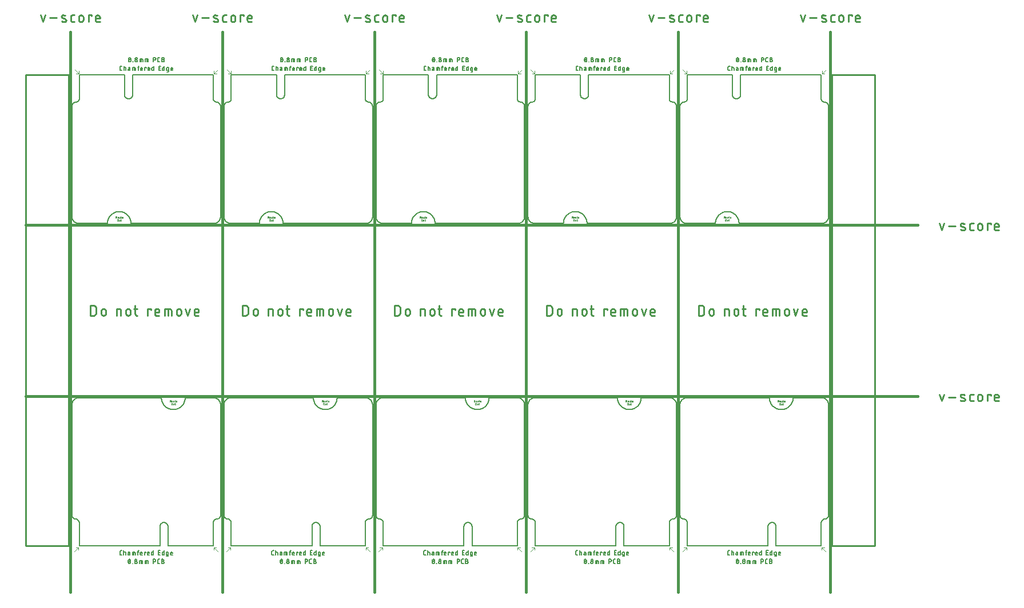
<source format=gko>
G04 EAGLE Gerber RS-274X export*
G75*
%MOMM*%
%FSLAX34Y34*%
%LPD*%
%IN*%
%IPPOS*%
%AMOC8*
5,1,8,0,0,1.08239X$1,22.5*%
G01*
%ADD10C,0.127000*%
%ADD11C,0.381000*%
%ADD12C,0.279400*%
%ADD13C,0.254000*%
%ADD14C,0.101600*%
%ADD15C,0.025400*%


D10*
X209250Y0D02*
X142250Y0D01*
X130250Y0D02*
X10750Y0D01*
X10750Y35000D01*
X209250Y35000D02*
X209250Y0D01*
X209250Y35000D02*
X209254Y35140D01*
X209263Y35280D01*
X209275Y35420D01*
X209291Y35559D01*
X209311Y35698D01*
X209334Y35836D01*
X209362Y35974D01*
X209393Y36110D01*
X209428Y36246D01*
X209467Y36381D01*
X209509Y36515D01*
X209555Y36647D01*
X209605Y36778D01*
X209658Y36908D01*
X209715Y37036D01*
X209775Y37163D01*
X209838Y37288D01*
X209906Y37411D01*
X209976Y37532D01*
X210050Y37651D01*
X210127Y37769D01*
X210207Y37884D01*
X210290Y37996D01*
X210377Y38107D01*
X210466Y38215D01*
X210558Y38320D01*
X210653Y38423D01*
X210751Y38524D01*
X210852Y38621D01*
X210955Y38716D01*
X211061Y38808D01*
X211170Y38897D01*
X211280Y38983D01*
X211393Y39066D01*
X211509Y39146D01*
X211626Y39222D01*
X211746Y39296D01*
X211867Y39366D01*
X211991Y39432D01*
X212116Y39495D01*
X212243Y39555D01*
X212371Y39611D01*
X212501Y39664D01*
X212632Y39713D01*
X212765Y39759D01*
X212899Y39801D01*
X213034Y39839D01*
X213170Y39873D01*
X213306Y39904D01*
X213444Y39931D01*
X213582Y39954D01*
X213721Y39973D01*
X213861Y39989D01*
X214000Y40001D01*
X10750Y35000D02*
X10744Y35142D01*
X10734Y35285D01*
X10720Y35426D01*
X10702Y35568D01*
X10681Y35709D01*
X10655Y35849D01*
X10626Y35988D01*
X10593Y36127D01*
X10556Y36264D01*
X10515Y36401D01*
X10470Y36536D01*
X10422Y36670D01*
X10370Y36803D01*
X10314Y36934D01*
X10255Y37064D01*
X10192Y37192D01*
X10126Y37318D01*
X10056Y37442D01*
X9983Y37564D01*
X9907Y37684D01*
X9827Y37802D01*
X9744Y37918D01*
X9658Y38032D01*
X9569Y38143D01*
X9476Y38251D01*
X9381Y38357D01*
X9283Y38461D01*
X9182Y38561D01*
X9078Y38659D01*
X8972Y38754D01*
X8863Y38846D01*
X8752Y38934D01*
X8638Y39020D01*
X8522Y39103D01*
X8403Y39182D01*
X8283Y39258D01*
X8160Y39331D01*
X8036Y39400D01*
X7909Y39466D01*
X7781Y39528D01*
X7651Y39587D01*
X7520Y39642D01*
X7387Y39693D01*
X7253Y39741D01*
X7117Y39785D01*
X6981Y39825D01*
X6843Y39862D01*
X6704Y39894D01*
X6565Y39923D01*
X6424Y39948D01*
X6284Y39969D01*
X6142Y39986D01*
X6000Y40000D01*
X167500Y220000D02*
X210000Y220000D01*
X167500Y220000D02*
X167495Y219574D01*
X167479Y219148D01*
X167453Y218723D01*
X167417Y218298D01*
X167370Y217874D01*
X167314Y217452D01*
X167246Y217031D01*
X167169Y216612D01*
X167081Y216195D01*
X166984Y215780D01*
X166876Y215368D01*
X166758Y214958D01*
X166630Y214552D01*
X166493Y214148D01*
X166345Y213748D01*
X166188Y213352D01*
X166022Y212960D01*
X165845Y212572D01*
X165660Y212188D01*
X165465Y211809D01*
X165261Y211435D01*
X165048Y211066D01*
X164826Y210702D01*
X164595Y210344D01*
X164356Y209992D01*
X164108Y209645D01*
X163851Y209304D01*
X163587Y208970D01*
X163314Y208643D01*
X163034Y208322D01*
X162745Y208008D01*
X162449Y207701D01*
X162146Y207402D01*
X161836Y207110D01*
X161519Y206825D01*
X161194Y206549D01*
X160863Y206280D01*
X160526Y206020D01*
X160183Y205767D01*
X159833Y205524D01*
X159478Y205289D01*
X159116Y205062D01*
X158750Y204845D01*
X158378Y204636D01*
X158002Y204437D01*
X157620Y204246D01*
X157235Y204065D01*
X156844Y203894D01*
X156450Y203732D01*
X156052Y203580D01*
X155650Y203437D01*
X155245Y203305D01*
X154837Y203182D01*
X154426Y203069D01*
X154013Y202966D01*
X153597Y202874D01*
X153179Y202791D01*
X152759Y202719D01*
X152337Y202657D01*
X151914Y202605D01*
X151490Y202564D01*
X151065Y202532D01*
X150639Y202512D01*
X150213Y202501D01*
X149787Y202501D01*
X149361Y202512D01*
X148935Y202532D01*
X148510Y202564D01*
X148086Y202605D01*
X147663Y202657D01*
X147241Y202719D01*
X146821Y202791D01*
X146403Y202874D01*
X145987Y202966D01*
X145574Y203069D01*
X145163Y203182D01*
X144755Y203305D01*
X144350Y203437D01*
X143948Y203580D01*
X143550Y203732D01*
X143156Y203894D01*
X142765Y204065D01*
X142380Y204246D01*
X141998Y204437D01*
X141622Y204636D01*
X141250Y204845D01*
X140884Y205062D01*
X140522Y205289D01*
X140167Y205524D01*
X139817Y205767D01*
X139474Y206020D01*
X139137Y206280D01*
X138806Y206549D01*
X138481Y206825D01*
X138164Y207110D01*
X137854Y207402D01*
X137551Y207701D01*
X137255Y208008D01*
X136966Y208322D01*
X136686Y208643D01*
X136413Y208970D01*
X136149Y209304D01*
X135892Y209645D01*
X135644Y209992D01*
X135405Y210344D01*
X135174Y210702D01*
X134952Y211066D01*
X134739Y211435D01*
X134535Y211809D01*
X134340Y212188D01*
X134155Y212572D01*
X133978Y212960D01*
X133812Y213352D01*
X133655Y213748D01*
X133507Y214148D01*
X133370Y214552D01*
X133242Y214958D01*
X133124Y215368D01*
X133016Y215780D01*
X132919Y216195D01*
X132831Y216612D01*
X132754Y217031D01*
X132686Y217452D01*
X132630Y217874D01*
X132583Y218298D01*
X132547Y218723D01*
X132521Y219148D01*
X132505Y219574D01*
X132500Y220000D01*
X10000Y220000D01*
X0Y210000D02*
X0Y46000D01*
X142250Y29000D02*
X142250Y0D01*
X130250Y0D02*
X130250Y29000D01*
X130252Y29153D01*
X130258Y29306D01*
X130268Y29459D01*
X130281Y29612D01*
X130299Y29764D01*
X130320Y29916D01*
X130346Y30067D01*
X130375Y30217D01*
X130408Y30367D01*
X130445Y30516D01*
X130485Y30664D01*
X130530Y30810D01*
X130578Y30956D01*
X130630Y31100D01*
X130685Y31243D01*
X130744Y31384D01*
X130807Y31524D01*
X130873Y31662D01*
X130943Y31799D01*
X131016Y31933D01*
X131093Y32066D01*
X131173Y32197D01*
X131256Y32325D01*
X131342Y32452D01*
X131432Y32576D01*
X131525Y32698D01*
X131621Y32817D01*
X131720Y32934D01*
X131822Y33049D01*
X131927Y33161D01*
X132035Y33270D01*
X132145Y33376D01*
X132258Y33479D01*
X132374Y33580D01*
X132492Y33677D01*
X132613Y33772D01*
X132736Y33863D01*
X132861Y33951D01*
X132989Y34036D01*
X133118Y34118D01*
X133250Y34196D01*
X133384Y34271D01*
X133519Y34343D01*
X133657Y34411D01*
X133796Y34475D01*
X133936Y34536D01*
X134078Y34593D01*
X134222Y34647D01*
X134367Y34697D01*
X134513Y34743D01*
X134660Y34786D01*
X134808Y34824D01*
X134958Y34859D01*
X135108Y34890D01*
X135258Y34918D01*
X135410Y34941D01*
X135562Y34960D01*
X135714Y34976D01*
X135867Y34988D01*
X136020Y34996D01*
X136173Y35000D01*
X136327Y35000D01*
X136480Y34996D01*
X136633Y34988D01*
X136786Y34976D01*
X136938Y34960D01*
X137090Y34941D01*
X137242Y34918D01*
X137392Y34890D01*
X137542Y34859D01*
X137692Y34824D01*
X137840Y34786D01*
X137987Y34743D01*
X138133Y34697D01*
X138278Y34647D01*
X138422Y34593D01*
X138564Y34536D01*
X138704Y34475D01*
X138843Y34411D01*
X138981Y34343D01*
X139116Y34271D01*
X139250Y34196D01*
X139382Y34118D01*
X139511Y34036D01*
X139639Y33951D01*
X139764Y33863D01*
X139887Y33772D01*
X140008Y33677D01*
X140126Y33580D01*
X140242Y33479D01*
X140355Y33376D01*
X140465Y33270D01*
X140573Y33161D01*
X140678Y33049D01*
X140780Y32934D01*
X140879Y32817D01*
X140975Y32698D01*
X141068Y32576D01*
X141158Y32452D01*
X141244Y32325D01*
X141327Y32197D01*
X141407Y32066D01*
X141484Y31933D01*
X141557Y31799D01*
X141627Y31662D01*
X141693Y31524D01*
X141756Y31384D01*
X141815Y31243D01*
X141870Y31100D01*
X141922Y30956D01*
X141970Y30810D01*
X142015Y30664D01*
X142055Y30516D01*
X142092Y30367D01*
X142125Y30217D01*
X142154Y30067D01*
X142180Y29916D01*
X142201Y29764D01*
X142219Y29612D01*
X142232Y29459D01*
X142242Y29306D01*
X142248Y29153D01*
X142250Y29000D01*
X220000Y46000D02*
X220000Y210000D01*
X220001Y46000D02*
X219994Y45844D01*
X219984Y45688D01*
X219970Y45533D01*
X219952Y45378D01*
X219930Y45224D01*
X219904Y45070D01*
X219874Y44917D01*
X219840Y44765D01*
X219803Y44614D01*
X219762Y44463D01*
X219717Y44314D01*
X219668Y44166D01*
X219615Y44019D01*
X219559Y43874D01*
X219499Y43730D01*
X219436Y43587D01*
X219369Y43447D01*
X219298Y43308D01*
X219224Y43170D01*
X219146Y43035D01*
X219066Y42902D01*
X218981Y42771D01*
X218894Y42642D01*
X218803Y42515D01*
X218709Y42390D01*
X218612Y42268D01*
X218512Y42149D01*
X218409Y42032D01*
X218303Y41918D01*
X218194Y41806D01*
X218082Y41697D01*
X217968Y41591D01*
X217851Y41488D01*
X217732Y41388D01*
X217610Y41291D01*
X217485Y41197D01*
X217358Y41106D01*
X217229Y41019D01*
X217098Y40934D01*
X216965Y40854D01*
X216830Y40776D01*
X216692Y40702D01*
X216553Y40631D01*
X216413Y40564D01*
X216270Y40501D01*
X216126Y40441D01*
X215981Y40385D01*
X215834Y40332D01*
X215686Y40283D01*
X215537Y40238D01*
X215386Y40197D01*
X215235Y40160D01*
X215083Y40126D01*
X214930Y40096D01*
X214776Y40070D01*
X214622Y40048D01*
X214467Y40030D01*
X214312Y40016D01*
X214156Y40006D01*
X214000Y39999D01*
X6000Y39999D02*
X5844Y40006D01*
X5688Y40016D01*
X5533Y40030D01*
X5378Y40048D01*
X5224Y40070D01*
X5070Y40096D01*
X4917Y40126D01*
X4765Y40160D01*
X4614Y40197D01*
X4463Y40238D01*
X4314Y40283D01*
X4166Y40332D01*
X4019Y40385D01*
X3874Y40441D01*
X3730Y40501D01*
X3587Y40564D01*
X3447Y40631D01*
X3308Y40702D01*
X3170Y40776D01*
X3035Y40854D01*
X2902Y40934D01*
X2771Y41019D01*
X2642Y41106D01*
X2515Y41197D01*
X2390Y41291D01*
X2268Y41388D01*
X2149Y41488D01*
X2032Y41591D01*
X1918Y41697D01*
X1806Y41806D01*
X1697Y41918D01*
X1591Y42032D01*
X1488Y42149D01*
X1388Y42268D01*
X1291Y42390D01*
X1197Y42515D01*
X1106Y42642D01*
X1019Y42771D01*
X934Y42902D01*
X854Y43035D01*
X776Y43170D01*
X702Y43308D01*
X631Y43447D01*
X564Y43587D01*
X501Y43730D01*
X441Y43874D01*
X385Y44019D01*
X332Y44166D01*
X283Y44314D01*
X238Y44463D01*
X197Y44614D01*
X160Y44765D01*
X126Y44917D01*
X96Y45070D01*
X70Y45224D01*
X48Y45378D01*
X30Y45533D01*
X16Y45688D01*
X6Y45844D01*
X-1Y46000D01*
X210000Y220000D02*
X210248Y219991D01*
X210495Y219976D01*
X210742Y219955D01*
X210988Y219928D01*
X211233Y219895D01*
X211478Y219856D01*
X211722Y219812D01*
X211964Y219761D01*
X212205Y219705D01*
X212445Y219642D01*
X212683Y219574D01*
X212920Y219501D01*
X213154Y219421D01*
X213387Y219336D01*
X213617Y219246D01*
X213846Y219149D01*
X214072Y219048D01*
X214295Y218941D01*
X214516Y218828D01*
X214734Y218710D01*
X214949Y218587D01*
X215160Y218459D01*
X215369Y218326D01*
X215575Y218188D01*
X215777Y218045D01*
X215976Y217897D01*
X216171Y217744D01*
X216362Y217586D01*
X216549Y217424D01*
X216733Y217258D01*
X216912Y217087D01*
X217087Y216912D01*
X217258Y216733D01*
X217424Y216549D01*
X217586Y216362D01*
X217744Y216171D01*
X217897Y215976D01*
X218045Y215777D01*
X218188Y215575D01*
X218326Y215369D01*
X218459Y215160D01*
X218587Y214949D01*
X218710Y214734D01*
X218828Y214516D01*
X218941Y214295D01*
X219048Y214072D01*
X219149Y213846D01*
X219246Y213617D01*
X219336Y213387D01*
X219421Y213154D01*
X219501Y212920D01*
X219574Y212683D01*
X219642Y212445D01*
X219705Y212205D01*
X219761Y211964D01*
X219812Y211722D01*
X219856Y211478D01*
X219895Y211233D01*
X219928Y210988D01*
X219955Y210742D01*
X219976Y210495D01*
X219991Y210248D01*
X220000Y210000D01*
X10000Y220000D02*
X9752Y219991D01*
X9505Y219976D01*
X9258Y219955D01*
X9012Y219928D01*
X8767Y219895D01*
X8522Y219856D01*
X8278Y219812D01*
X8036Y219761D01*
X7795Y219705D01*
X7555Y219642D01*
X7317Y219574D01*
X7080Y219501D01*
X6846Y219421D01*
X6613Y219336D01*
X6383Y219246D01*
X6154Y219149D01*
X5928Y219048D01*
X5705Y218941D01*
X5484Y218828D01*
X5266Y218710D01*
X5051Y218587D01*
X4840Y218459D01*
X4631Y218326D01*
X4425Y218188D01*
X4223Y218045D01*
X4024Y217897D01*
X3829Y217744D01*
X3638Y217586D01*
X3451Y217424D01*
X3267Y217258D01*
X3088Y217087D01*
X2913Y216912D01*
X2742Y216733D01*
X2576Y216549D01*
X2414Y216362D01*
X2256Y216171D01*
X2103Y215976D01*
X1955Y215777D01*
X1812Y215575D01*
X1674Y215369D01*
X1541Y215160D01*
X1413Y214949D01*
X1290Y214734D01*
X1172Y214516D01*
X1059Y214295D01*
X952Y214072D01*
X851Y213846D01*
X754Y213617D01*
X664Y213387D01*
X579Y213154D01*
X499Y212920D01*
X426Y212683D01*
X358Y212445D01*
X295Y212205D01*
X239Y211964D01*
X188Y211722D01*
X144Y211478D01*
X105Y211233D01*
X72Y210988D01*
X45Y210742D01*
X24Y210495D01*
X9Y210248D01*
X0Y210000D01*
X132500Y220000D02*
X132505Y219574D01*
X132521Y219148D01*
X132547Y218723D01*
X132583Y218298D01*
X132630Y217874D01*
X132686Y217452D01*
X132754Y217031D01*
X132831Y216612D01*
X132919Y216195D01*
X133016Y215780D01*
X133124Y215368D01*
X133242Y214958D01*
X133370Y214552D01*
X133507Y214148D01*
X133655Y213748D01*
X133812Y213352D01*
X133978Y212960D01*
X134155Y212572D01*
X134340Y212188D01*
X134535Y211809D01*
X134739Y211435D01*
X134952Y211066D01*
X135174Y210702D01*
X135405Y210344D01*
X135644Y209992D01*
X135892Y209645D01*
X136149Y209304D01*
X136413Y208970D01*
X136686Y208643D01*
X136966Y208322D01*
X137255Y208008D01*
X137551Y207701D01*
X137854Y207402D01*
X138164Y207110D01*
X138481Y206825D01*
X138806Y206549D01*
X139137Y206280D01*
X139474Y206020D01*
X139817Y205767D01*
X140167Y205524D01*
X140522Y205289D01*
X140884Y205062D01*
X141250Y204845D01*
X141622Y204636D01*
X141998Y204437D01*
X142380Y204246D01*
X142765Y204065D01*
X143156Y203894D01*
X143550Y203732D01*
X143948Y203580D01*
X144350Y203437D01*
X144755Y203305D01*
X145163Y203182D01*
X145574Y203069D01*
X145987Y202966D01*
X146403Y202874D01*
X146821Y202791D01*
X147241Y202719D01*
X147663Y202657D01*
X148086Y202605D01*
X148510Y202564D01*
X148935Y202532D01*
X149361Y202512D01*
X149787Y202501D01*
X150213Y202501D01*
X150639Y202512D01*
X151065Y202532D01*
X151490Y202564D01*
X151914Y202605D01*
X152337Y202657D01*
X152759Y202719D01*
X153179Y202791D01*
X153597Y202874D01*
X154013Y202966D01*
X154426Y203069D01*
X154837Y203182D01*
X155245Y203305D01*
X155650Y203437D01*
X156052Y203580D01*
X156450Y203732D01*
X156844Y203894D01*
X157235Y204065D01*
X157620Y204246D01*
X158002Y204437D01*
X158378Y204636D01*
X158750Y204845D01*
X159116Y205062D01*
X159478Y205289D01*
X159833Y205524D01*
X160183Y205767D01*
X160526Y206020D01*
X160863Y206280D01*
X161194Y206549D01*
X161519Y206825D01*
X161836Y207110D01*
X162146Y207402D01*
X162449Y207701D01*
X162745Y208008D01*
X163034Y208322D01*
X163314Y208643D01*
X163587Y208970D01*
X163851Y209304D01*
X164108Y209645D01*
X164356Y209992D01*
X164595Y210344D01*
X164826Y210702D01*
X165048Y211066D01*
X165261Y211435D01*
X165465Y211809D01*
X165660Y212188D01*
X165845Y212572D01*
X166022Y212960D01*
X166188Y213352D01*
X166345Y213748D01*
X166493Y214148D01*
X166630Y214552D01*
X166758Y214958D01*
X166876Y215368D01*
X166984Y215780D01*
X167081Y216195D01*
X167169Y216612D01*
X167246Y217031D01*
X167314Y217452D01*
X167370Y217874D01*
X167417Y218298D01*
X167453Y218723D01*
X167479Y219148D01*
X167495Y219574D01*
X167500Y220000D01*
X367319Y0D02*
X434319Y0D01*
X355319Y0D02*
X235819Y0D01*
X235819Y35000D01*
X434319Y35000D02*
X434319Y0D01*
X434319Y35000D02*
X434323Y35140D01*
X434332Y35280D01*
X434344Y35420D01*
X434360Y35559D01*
X434380Y35698D01*
X434403Y35836D01*
X434431Y35974D01*
X434462Y36110D01*
X434497Y36246D01*
X434536Y36381D01*
X434578Y36515D01*
X434624Y36647D01*
X434674Y36778D01*
X434727Y36908D01*
X434784Y37036D01*
X434844Y37163D01*
X434907Y37288D01*
X434975Y37411D01*
X435045Y37532D01*
X435119Y37651D01*
X435196Y37769D01*
X435276Y37884D01*
X435359Y37996D01*
X435446Y38107D01*
X435535Y38215D01*
X435627Y38320D01*
X435722Y38423D01*
X435820Y38524D01*
X435921Y38621D01*
X436024Y38716D01*
X436130Y38808D01*
X436239Y38897D01*
X436349Y38983D01*
X436462Y39066D01*
X436578Y39146D01*
X436695Y39222D01*
X436815Y39296D01*
X436936Y39366D01*
X437060Y39432D01*
X437185Y39495D01*
X437312Y39555D01*
X437440Y39611D01*
X437570Y39664D01*
X437701Y39713D01*
X437834Y39759D01*
X437968Y39801D01*
X438103Y39839D01*
X438239Y39873D01*
X438375Y39904D01*
X438513Y39931D01*
X438651Y39954D01*
X438790Y39973D01*
X438930Y39989D01*
X439069Y40001D01*
X235819Y35000D02*
X235813Y35142D01*
X235803Y35285D01*
X235789Y35426D01*
X235771Y35568D01*
X235750Y35709D01*
X235724Y35849D01*
X235695Y35988D01*
X235662Y36127D01*
X235625Y36264D01*
X235584Y36401D01*
X235539Y36536D01*
X235491Y36670D01*
X235439Y36803D01*
X235383Y36934D01*
X235324Y37064D01*
X235261Y37192D01*
X235195Y37318D01*
X235125Y37442D01*
X235052Y37564D01*
X234976Y37684D01*
X234896Y37802D01*
X234813Y37918D01*
X234727Y38032D01*
X234638Y38143D01*
X234545Y38251D01*
X234450Y38357D01*
X234352Y38461D01*
X234251Y38561D01*
X234147Y38659D01*
X234041Y38754D01*
X233932Y38846D01*
X233821Y38934D01*
X233707Y39020D01*
X233591Y39103D01*
X233472Y39182D01*
X233352Y39258D01*
X233229Y39331D01*
X233105Y39400D01*
X232978Y39466D01*
X232850Y39528D01*
X232720Y39587D01*
X232589Y39642D01*
X232456Y39693D01*
X232322Y39741D01*
X232186Y39785D01*
X232050Y39825D01*
X231912Y39862D01*
X231773Y39894D01*
X231634Y39923D01*
X231493Y39948D01*
X231353Y39969D01*
X231211Y39986D01*
X231069Y40000D01*
X392569Y220000D02*
X435069Y220000D01*
X392569Y220000D02*
X392564Y219574D01*
X392548Y219148D01*
X392522Y218723D01*
X392486Y218298D01*
X392439Y217874D01*
X392383Y217452D01*
X392315Y217031D01*
X392238Y216612D01*
X392150Y216195D01*
X392053Y215780D01*
X391945Y215368D01*
X391827Y214958D01*
X391699Y214552D01*
X391562Y214148D01*
X391414Y213748D01*
X391257Y213352D01*
X391091Y212960D01*
X390914Y212572D01*
X390729Y212188D01*
X390534Y211809D01*
X390330Y211435D01*
X390117Y211066D01*
X389895Y210702D01*
X389664Y210344D01*
X389425Y209992D01*
X389177Y209645D01*
X388920Y209304D01*
X388656Y208970D01*
X388383Y208643D01*
X388103Y208322D01*
X387814Y208008D01*
X387518Y207701D01*
X387215Y207402D01*
X386905Y207110D01*
X386588Y206825D01*
X386263Y206549D01*
X385932Y206280D01*
X385595Y206020D01*
X385252Y205767D01*
X384902Y205524D01*
X384547Y205289D01*
X384185Y205062D01*
X383819Y204845D01*
X383447Y204636D01*
X383071Y204437D01*
X382689Y204246D01*
X382304Y204065D01*
X381913Y203894D01*
X381519Y203732D01*
X381121Y203580D01*
X380719Y203437D01*
X380314Y203305D01*
X379906Y203182D01*
X379495Y203069D01*
X379082Y202966D01*
X378666Y202874D01*
X378248Y202791D01*
X377828Y202719D01*
X377406Y202657D01*
X376983Y202605D01*
X376559Y202564D01*
X376134Y202532D01*
X375708Y202512D01*
X375282Y202501D01*
X374856Y202501D01*
X374430Y202512D01*
X374004Y202532D01*
X373579Y202564D01*
X373155Y202605D01*
X372732Y202657D01*
X372310Y202719D01*
X371890Y202791D01*
X371472Y202874D01*
X371056Y202966D01*
X370643Y203069D01*
X370232Y203182D01*
X369824Y203305D01*
X369419Y203437D01*
X369017Y203580D01*
X368619Y203732D01*
X368225Y203894D01*
X367834Y204065D01*
X367449Y204246D01*
X367067Y204437D01*
X366691Y204636D01*
X366319Y204845D01*
X365953Y205062D01*
X365591Y205289D01*
X365236Y205524D01*
X364886Y205767D01*
X364543Y206020D01*
X364206Y206280D01*
X363875Y206549D01*
X363550Y206825D01*
X363233Y207110D01*
X362923Y207402D01*
X362620Y207701D01*
X362324Y208008D01*
X362035Y208322D01*
X361755Y208643D01*
X361482Y208970D01*
X361218Y209304D01*
X360961Y209645D01*
X360713Y209992D01*
X360474Y210344D01*
X360243Y210702D01*
X360021Y211066D01*
X359808Y211435D01*
X359604Y211809D01*
X359409Y212188D01*
X359224Y212572D01*
X359047Y212960D01*
X358881Y213352D01*
X358724Y213748D01*
X358576Y214148D01*
X358439Y214552D01*
X358311Y214958D01*
X358193Y215368D01*
X358085Y215780D01*
X357988Y216195D01*
X357900Y216612D01*
X357823Y217031D01*
X357755Y217452D01*
X357699Y217874D01*
X357652Y218298D01*
X357616Y218723D01*
X357590Y219148D01*
X357574Y219574D01*
X357569Y220000D01*
X235069Y220000D01*
X225069Y210000D02*
X225069Y46000D01*
X367319Y29000D02*
X367319Y0D01*
X355319Y0D02*
X355319Y29000D01*
X355321Y29153D01*
X355327Y29306D01*
X355337Y29459D01*
X355350Y29612D01*
X355368Y29764D01*
X355389Y29916D01*
X355415Y30067D01*
X355444Y30217D01*
X355477Y30367D01*
X355514Y30516D01*
X355554Y30664D01*
X355599Y30810D01*
X355647Y30956D01*
X355699Y31100D01*
X355754Y31243D01*
X355813Y31384D01*
X355876Y31524D01*
X355942Y31662D01*
X356012Y31799D01*
X356085Y31933D01*
X356162Y32066D01*
X356242Y32197D01*
X356325Y32325D01*
X356411Y32452D01*
X356501Y32576D01*
X356594Y32698D01*
X356690Y32817D01*
X356789Y32934D01*
X356891Y33049D01*
X356996Y33161D01*
X357104Y33270D01*
X357214Y33376D01*
X357327Y33479D01*
X357443Y33580D01*
X357561Y33677D01*
X357682Y33772D01*
X357805Y33863D01*
X357930Y33951D01*
X358058Y34036D01*
X358187Y34118D01*
X358319Y34196D01*
X358453Y34271D01*
X358588Y34343D01*
X358726Y34411D01*
X358865Y34475D01*
X359005Y34536D01*
X359147Y34593D01*
X359291Y34647D01*
X359436Y34697D01*
X359582Y34743D01*
X359729Y34786D01*
X359877Y34824D01*
X360027Y34859D01*
X360177Y34890D01*
X360327Y34918D01*
X360479Y34941D01*
X360631Y34960D01*
X360783Y34976D01*
X360936Y34988D01*
X361089Y34996D01*
X361242Y35000D01*
X361396Y35000D01*
X361549Y34996D01*
X361702Y34988D01*
X361855Y34976D01*
X362007Y34960D01*
X362159Y34941D01*
X362311Y34918D01*
X362461Y34890D01*
X362611Y34859D01*
X362761Y34824D01*
X362909Y34786D01*
X363056Y34743D01*
X363202Y34697D01*
X363347Y34647D01*
X363491Y34593D01*
X363633Y34536D01*
X363773Y34475D01*
X363912Y34411D01*
X364050Y34343D01*
X364185Y34271D01*
X364319Y34196D01*
X364451Y34118D01*
X364580Y34036D01*
X364708Y33951D01*
X364833Y33863D01*
X364956Y33772D01*
X365077Y33677D01*
X365195Y33580D01*
X365311Y33479D01*
X365424Y33376D01*
X365534Y33270D01*
X365642Y33161D01*
X365747Y33049D01*
X365849Y32934D01*
X365948Y32817D01*
X366044Y32698D01*
X366137Y32576D01*
X366227Y32452D01*
X366313Y32325D01*
X366396Y32197D01*
X366476Y32066D01*
X366553Y31933D01*
X366626Y31799D01*
X366696Y31662D01*
X366762Y31524D01*
X366825Y31384D01*
X366884Y31243D01*
X366939Y31100D01*
X366991Y30956D01*
X367039Y30810D01*
X367084Y30664D01*
X367124Y30516D01*
X367161Y30367D01*
X367194Y30217D01*
X367223Y30067D01*
X367249Y29916D01*
X367270Y29764D01*
X367288Y29612D01*
X367301Y29459D01*
X367311Y29306D01*
X367317Y29153D01*
X367319Y29000D01*
X445069Y46000D02*
X445069Y210000D01*
X445070Y46000D02*
X445063Y45844D01*
X445053Y45688D01*
X445039Y45533D01*
X445021Y45378D01*
X444999Y45224D01*
X444973Y45070D01*
X444943Y44917D01*
X444909Y44765D01*
X444872Y44614D01*
X444831Y44463D01*
X444786Y44314D01*
X444737Y44166D01*
X444684Y44019D01*
X444628Y43874D01*
X444568Y43730D01*
X444505Y43587D01*
X444438Y43447D01*
X444367Y43308D01*
X444293Y43170D01*
X444215Y43035D01*
X444135Y42902D01*
X444050Y42771D01*
X443963Y42642D01*
X443872Y42515D01*
X443778Y42390D01*
X443681Y42268D01*
X443581Y42149D01*
X443478Y42032D01*
X443372Y41918D01*
X443263Y41806D01*
X443151Y41697D01*
X443037Y41591D01*
X442920Y41488D01*
X442801Y41388D01*
X442679Y41291D01*
X442554Y41197D01*
X442427Y41106D01*
X442298Y41019D01*
X442167Y40934D01*
X442034Y40854D01*
X441899Y40776D01*
X441761Y40702D01*
X441622Y40631D01*
X441482Y40564D01*
X441339Y40501D01*
X441195Y40441D01*
X441050Y40385D01*
X440903Y40332D01*
X440755Y40283D01*
X440606Y40238D01*
X440455Y40197D01*
X440304Y40160D01*
X440152Y40126D01*
X439999Y40096D01*
X439845Y40070D01*
X439691Y40048D01*
X439536Y40030D01*
X439381Y40016D01*
X439225Y40006D01*
X439069Y39999D01*
X231070Y39999D02*
X230914Y40006D01*
X230758Y40016D01*
X230603Y40030D01*
X230448Y40048D01*
X230294Y40070D01*
X230140Y40096D01*
X229987Y40126D01*
X229835Y40160D01*
X229684Y40197D01*
X229533Y40238D01*
X229384Y40283D01*
X229236Y40332D01*
X229089Y40385D01*
X228944Y40441D01*
X228800Y40501D01*
X228657Y40564D01*
X228517Y40631D01*
X228378Y40702D01*
X228240Y40776D01*
X228105Y40854D01*
X227972Y40934D01*
X227841Y41019D01*
X227712Y41106D01*
X227585Y41197D01*
X227460Y41291D01*
X227338Y41388D01*
X227219Y41488D01*
X227102Y41591D01*
X226988Y41697D01*
X226876Y41806D01*
X226767Y41918D01*
X226661Y42032D01*
X226558Y42149D01*
X226458Y42268D01*
X226361Y42390D01*
X226267Y42515D01*
X226176Y42642D01*
X226089Y42771D01*
X226004Y42902D01*
X225924Y43035D01*
X225846Y43170D01*
X225772Y43308D01*
X225701Y43447D01*
X225634Y43587D01*
X225571Y43730D01*
X225511Y43874D01*
X225455Y44019D01*
X225402Y44166D01*
X225353Y44314D01*
X225308Y44463D01*
X225267Y44614D01*
X225230Y44765D01*
X225196Y44917D01*
X225166Y45070D01*
X225140Y45224D01*
X225118Y45378D01*
X225100Y45533D01*
X225086Y45688D01*
X225076Y45844D01*
X225069Y46000D01*
X435069Y220000D02*
X435317Y219991D01*
X435564Y219976D01*
X435811Y219955D01*
X436057Y219928D01*
X436302Y219895D01*
X436547Y219856D01*
X436791Y219812D01*
X437033Y219761D01*
X437274Y219705D01*
X437514Y219642D01*
X437752Y219574D01*
X437989Y219501D01*
X438223Y219421D01*
X438456Y219336D01*
X438686Y219246D01*
X438915Y219149D01*
X439141Y219048D01*
X439364Y218941D01*
X439585Y218828D01*
X439803Y218710D01*
X440018Y218587D01*
X440229Y218459D01*
X440438Y218326D01*
X440644Y218188D01*
X440846Y218045D01*
X441045Y217897D01*
X441240Y217744D01*
X441431Y217586D01*
X441618Y217424D01*
X441802Y217258D01*
X441981Y217087D01*
X442156Y216912D01*
X442327Y216733D01*
X442493Y216549D01*
X442655Y216362D01*
X442813Y216171D01*
X442966Y215976D01*
X443114Y215777D01*
X443257Y215575D01*
X443395Y215369D01*
X443528Y215160D01*
X443656Y214949D01*
X443779Y214734D01*
X443897Y214516D01*
X444010Y214295D01*
X444117Y214072D01*
X444218Y213846D01*
X444315Y213617D01*
X444405Y213387D01*
X444490Y213154D01*
X444570Y212920D01*
X444643Y212683D01*
X444711Y212445D01*
X444774Y212205D01*
X444830Y211964D01*
X444881Y211722D01*
X444925Y211478D01*
X444964Y211233D01*
X444997Y210988D01*
X445024Y210742D01*
X445045Y210495D01*
X445060Y210248D01*
X445069Y210000D01*
X235069Y220000D02*
X234821Y219991D01*
X234574Y219976D01*
X234327Y219955D01*
X234081Y219928D01*
X233836Y219895D01*
X233591Y219856D01*
X233347Y219812D01*
X233105Y219761D01*
X232864Y219705D01*
X232624Y219642D01*
X232386Y219574D01*
X232149Y219501D01*
X231915Y219421D01*
X231682Y219336D01*
X231452Y219246D01*
X231223Y219149D01*
X230997Y219048D01*
X230774Y218941D01*
X230553Y218828D01*
X230335Y218710D01*
X230120Y218587D01*
X229909Y218459D01*
X229700Y218326D01*
X229494Y218188D01*
X229292Y218045D01*
X229093Y217897D01*
X228898Y217744D01*
X228707Y217586D01*
X228520Y217424D01*
X228336Y217258D01*
X228157Y217087D01*
X227982Y216912D01*
X227811Y216733D01*
X227645Y216549D01*
X227483Y216362D01*
X227325Y216171D01*
X227172Y215976D01*
X227024Y215777D01*
X226881Y215575D01*
X226743Y215369D01*
X226610Y215160D01*
X226482Y214949D01*
X226359Y214734D01*
X226241Y214516D01*
X226128Y214295D01*
X226021Y214072D01*
X225920Y213846D01*
X225823Y213617D01*
X225733Y213387D01*
X225648Y213154D01*
X225568Y212920D01*
X225495Y212683D01*
X225427Y212445D01*
X225364Y212205D01*
X225308Y211964D01*
X225257Y211722D01*
X225213Y211478D01*
X225174Y211233D01*
X225141Y210988D01*
X225114Y210742D01*
X225093Y210495D01*
X225078Y210248D01*
X225069Y210000D01*
X357569Y220000D02*
X357574Y219574D01*
X357590Y219148D01*
X357616Y218723D01*
X357652Y218298D01*
X357699Y217874D01*
X357755Y217452D01*
X357823Y217031D01*
X357900Y216612D01*
X357988Y216195D01*
X358085Y215780D01*
X358193Y215368D01*
X358311Y214958D01*
X358439Y214552D01*
X358576Y214148D01*
X358724Y213748D01*
X358881Y213352D01*
X359047Y212960D01*
X359224Y212572D01*
X359409Y212188D01*
X359604Y211809D01*
X359808Y211435D01*
X360021Y211066D01*
X360243Y210702D01*
X360474Y210344D01*
X360713Y209992D01*
X360961Y209645D01*
X361218Y209304D01*
X361482Y208970D01*
X361755Y208643D01*
X362035Y208322D01*
X362324Y208008D01*
X362620Y207701D01*
X362923Y207402D01*
X363233Y207110D01*
X363550Y206825D01*
X363875Y206549D01*
X364206Y206280D01*
X364543Y206020D01*
X364886Y205767D01*
X365236Y205524D01*
X365591Y205289D01*
X365953Y205062D01*
X366319Y204845D01*
X366691Y204636D01*
X367067Y204437D01*
X367449Y204246D01*
X367834Y204065D01*
X368225Y203894D01*
X368619Y203732D01*
X369017Y203580D01*
X369419Y203437D01*
X369824Y203305D01*
X370232Y203182D01*
X370643Y203069D01*
X371056Y202966D01*
X371472Y202874D01*
X371890Y202791D01*
X372310Y202719D01*
X372732Y202657D01*
X373155Y202605D01*
X373579Y202564D01*
X374004Y202532D01*
X374430Y202512D01*
X374856Y202501D01*
X375282Y202501D01*
X375708Y202512D01*
X376134Y202532D01*
X376559Y202564D01*
X376983Y202605D01*
X377406Y202657D01*
X377828Y202719D01*
X378248Y202791D01*
X378666Y202874D01*
X379082Y202966D01*
X379495Y203069D01*
X379906Y203182D01*
X380314Y203305D01*
X380719Y203437D01*
X381121Y203580D01*
X381519Y203732D01*
X381913Y203894D01*
X382304Y204065D01*
X382689Y204246D01*
X383071Y204437D01*
X383447Y204636D01*
X383819Y204845D01*
X384185Y205062D01*
X384547Y205289D01*
X384902Y205524D01*
X385252Y205767D01*
X385595Y206020D01*
X385932Y206280D01*
X386263Y206549D01*
X386588Y206825D01*
X386905Y207110D01*
X387215Y207402D01*
X387518Y207701D01*
X387814Y208008D01*
X388103Y208322D01*
X388383Y208643D01*
X388656Y208970D01*
X388920Y209304D01*
X389177Y209645D01*
X389425Y209992D01*
X389664Y210344D01*
X389895Y210702D01*
X390117Y211066D01*
X390330Y211435D01*
X390534Y211809D01*
X390729Y212188D01*
X390914Y212572D01*
X391091Y212960D01*
X391257Y213352D01*
X391414Y213748D01*
X391562Y214148D01*
X391699Y214552D01*
X391827Y214958D01*
X391945Y215368D01*
X392053Y215780D01*
X392150Y216195D01*
X392238Y216612D01*
X392315Y217031D01*
X392383Y217452D01*
X392439Y217874D01*
X392486Y218298D01*
X392522Y218723D01*
X392548Y219148D01*
X392564Y219574D01*
X392569Y220000D01*
X592414Y0D02*
X659414Y0D01*
X580414Y0D02*
X460914Y0D01*
X460914Y35000D01*
X659414Y35000D02*
X659414Y0D01*
X659414Y35000D02*
X659418Y35140D01*
X659427Y35280D01*
X659439Y35420D01*
X659455Y35559D01*
X659475Y35698D01*
X659498Y35836D01*
X659526Y35974D01*
X659557Y36110D01*
X659592Y36246D01*
X659631Y36381D01*
X659673Y36515D01*
X659719Y36647D01*
X659769Y36778D01*
X659822Y36908D01*
X659879Y37036D01*
X659939Y37163D01*
X660002Y37288D01*
X660070Y37411D01*
X660140Y37532D01*
X660214Y37651D01*
X660291Y37769D01*
X660371Y37884D01*
X660454Y37996D01*
X660541Y38107D01*
X660630Y38215D01*
X660722Y38320D01*
X660817Y38423D01*
X660915Y38524D01*
X661016Y38621D01*
X661119Y38716D01*
X661225Y38808D01*
X661334Y38897D01*
X661444Y38983D01*
X661557Y39066D01*
X661673Y39146D01*
X661790Y39222D01*
X661910Y39296D01*
X662031Y39366D01*
X662155Y39432D01*
X662280Y39495D01*
X662407Y39555D01*
X662535Y39611D01*
X662665Y39664D01*
X662796Y39713D01*
X662929Y39759D01*
X663063Y39801D01*
X663198Y39839D01*
X663334Y39873D01*
X663470Y39904D01*
X663608Y39931D01*
X663746Y39954D01*
X663885Y39973D01*
X664025Y39989D01*
X664164Y40001D01*
X460914Y35000D02*
X460908Y35142D01*
X460898Y35285D01*
X460884Y35426D01*
X460866Y35568D01*
X460845Y35709D01*
X460819Y35849D01*
X460790Y35988D01*
X460757Y36127D01*
X460720Y36264D01*
X460679Y36401D01*
X460634Y36536D01*
X460586Y36670D01*
X460534Y36803D01*
X460478Y36934D01*
X460419Y37064D01*
X460356Y37192D01*
X460290Y37318D01*
X460220Y37442D01*
X460147Y37564D01*
X460071Y37684D01*
X459991Y37802D01*
X459908Y37918D01*
X459822Y38032D01*
X459733Y38143D01*
X459640Y38251D01*
X459545Y38357D01*
X459447Y38461D01*
X459346Y38561D01*
X459242Y38659D01*
X459136Y38754D01*
X459027Y38846D01*
X458916Y38934D01*
X458802Y39020D01*
X458686Y39103D01*
X458567Y39182D01*
X458447Y39258D01*
X458324Y39331D01*
X458200Y39400D01*
X458073Y39466D01*
X457945Y39528D01*
X457815Y39587D01*
X457684Y39642D01*
X457551Y39693D01*
X457417Y39741D01*
X457281Y39785D01*
X457145Y39825D01*
X457007Y39862D01*
X456868Y39894D01*
X456729Y39923D01*
X456588Y39948D01*
X456448Y39969D01*
X456306Y39986D01*
X456164Y40000D01*
X617664Y220000D02*
X660164Y220000D01*
X617664Y220000D02*
X617659Y219574D01*
X617643Y219148D01*
X617617Y218723D01*
X617581Y218298D01*
X617534Y217874D01*
X617478Y217452D01*
X617410Y217031D01*
X617333Y216612D01*
X617245Y216195D01*
X617148Y215780D01*
X617040Y215368D01*
X616922Y214958D01*
X616794Y214552D01*
X616657Y214148D01*
X616509Y213748D01*
X616352Y213352D01*
X616186Y212960D01*
X616009Y212572D01*
X615824Y212188D01*
X615629Y211809D01*
X615425Y211435D01*
X615212Y211066D01*
X614990Y210702D01*
X614759Y210344D01*
X614520Y209992D01*
X614272Y209645D01*
X614015Y209304D01*
X613751Y208970D01*
X613478Y208643D01*
X613198Y208322D01*
X612909Y208008D01*
X612613Y207701D01*
X612310Y207402D01*
X612000Y207110D01*
X611683Y206825D01*
X611358Y206549D01*
X611027Y206280D01*
X610690Y206020D01*
X610347Y205767D01*
X609997Y205524D01*
X609642Y205289D01*
X609280Y205062D01*
X608914Y204845D01*
X608542Y204636D01*
X608166Y204437D01*
X607784Y204246D01*
X607399Y204065D01*
X607008Y203894D01*
X606614Y203732D01*
X606216Y203580D01*
X605814Y203437D01*
X605409Y203305D01*
X605001Y203182D01*
X604590Y203069D01*
X604177Y202966D01*
X603761Y202874D01*
X603343Y202791D01*
X602923Y202719D01*
X602501Y202657D01*
X602078Y202605D01*
X601654Y202564D01*
X601229Y202532D01*
X600803Y202512D01*
X600377Y202501D01*
X599951Y202501D01*
X599525Y202512D01*
X599099Y202532D01*
X598674Y202564D01*
X598250Y202605D01*
X597827Y202657D01*
X597405Y202719D01*
X596985Y202791D01*
X596567Y202874D01*
X596151Y202966D01*
X595738Y203069D01*
X595327Y203182D01*
X594919Y203305D01*
X594514Y203437D01*
X594112Y203580D01*
X593714Y203732D01*
X593320Y203894D01*
X592929Y204065D01*
X592544Y204246D01*
X592162Y204437D01*
X591786Y204636D01*
X591414Y204845D01*
X591048Y205062D01*
X590686Y205289D01*
X590331Y205524D01*
X589981Y205767D01*
X589638Y206020D01*
X589301Y206280D01*
X588970Y206549D01*
X588645Y206825D01*
X588328Y207110D01*
X588018Y207402D01*
X587715Y207701D01*
X587419Y208008D01*
X587130Y208322D01*
X586850Y208643D01*
X586577Y208970D01*
X586313Y209304D01*
X586056Y209645D01*
X585808Y209992D01*
X585569Y210344D01*
X585338Y210702D01*
X585116Y211066D01*
X584903Y211435D01*
X584699Y211809D01*
X584504Y212188D01*
X584319Y212572D01*
X584142Y212960D01*
X583976Y213352D01*
X583819Y213748D01*
X583671Y214148D01*
X583534Y214552D01*
X583406Y214958D01*
X583288Y215368D01*
X583180Y215780D01*
X583083Y216195D01*
X582995Y216612D01*
X582918Y217031D01*
X582850Y217452D01*
X582794Y217874D01*
X582747Y218298D01*
X582711Y218723D01*
X582685Y219148D01*
X582669Y219574D01*
X582664Y220000D01*
X460164Y220000D01*
X450164Y210000D02*
X450164Y46000D01*
X592414Y29000D02*
X592414Y0D01*
X580414Y0D02*
X580414Y29000D01*
X580416Y29153D01*
X580422Y29306D01*
X580432Y29459D01*
X580445Y29612D01*
X580463Y29764D01*
X580484Y29916D01*
X580510Y30067D01*
X580539Y30217D01*
X580572Y30367D01*
X580609Y30516D01*
X580649Y30664D01*
X580694Y30810D01*
X580742Y30956D01*
X580794Y31100D01*
X580849Y31243D01*
X580908Y31384D01*
X580971Y31524D01*
X581037Y31662D01*
X581107Y31799D01*
X581180Y31933D01*
X581257Y32066D01*
X581337Y32197D01*
X581420Y32325D01*
X581506Y32452D01*
X581596Y32576D01*
X581689Y32698D01*
X581785Y32817D01*
X581884Y32934D01*
X581986Y33049D01*
X582091Y33161D01*
X582199Y33270D01*
X582309Y33376D01*
X582422Y33479D01*
X582538Y33580D01*
X582656Y33677D01*
X582777Y33772D01*
X582900Y33863D01*
X583025Y33951D01*
X583153Y34036D01*
X583282Y34118D01*
X583414Y34196D01*
X583548Y34271D01*
X583683Y34343D01*
X583821Y34411D01*
X583960Y34475D01*
X584100Y34536D01*
X584242Y34593D01*
X584386Y34647D01*
X584531Y34697D01*
X584677Y34743D01*
X584824Y34786D01*
X584972Y34824D01*
X585122Y34859D01*
X585272Y34890D01*
X585422Y34918D01*
X585574Y34941D01*
X585726Y34960D01*
X585878Y34976D01*
X586031Y34988D01*
X586184Y34996D01*
X586337Y35000D01*
X586491Y35000D01*
X586644Y34996D01*
X586797Y34988D01*
X586950Y34976D01*
X587102Y34960D01*
X587254Y34941D01*
X587406Y34918D01*
X587556Y34890D01*
X587706Y34859D01*
X587856Y34824D01*
X588004Y34786D01*
X588151Y34743D01*
X588297Y34697D01*
X588442Y34647D01*
X588586Y34593D01*
X588728Y34536D01*
X588868Y34475D01*
X589007Y34411D01*
X589145Y34343D01*
X589280Y34271D01*
X589414Y34196D01*
X589546Y34118D01*
X589675Y34036D01*
X589803Y33951D01*
X589928Y33863D01*
X590051Y33772D01*
X590172Y33677D01*
X590290Y33580D01*
X590406Y33479D01*
X590519Y33376D01*
X590629Y33270D01*
X590737Y33161D01*
X590842Y33049D01*
X590944Y32934D01*
X591043Y32817D01*
X591139Y32698D01*
X591232Y32576D01*
X591322Y32452D01*
X591408Y32325D01*
X591491Y32197D01*
X591571Y32066D01*
X591648Y31933D01*
X591721Y31799D01*
X591791Y31662D01*
X591857Y31524D01*
X591920Y31384D01*
X591979Y31243D01*
X592034Y31100D01*
X592086Y30956D01*
X592134Y30810D01*
X592179Y30664D01*
X592219Y30516D01*
X592256Y30367D01*
X592289Y30217D01*
X592318Y30067D01*
X592344Y29916D01*
X592365Y29764D01*
X592383Y29612D01*
X592396Y29459D01*
X592406Y29306D01*
X592412Y29153D01*
X592414Y29000D01*
X670164Y46000D02*
X670164Y210000D01*
X670165Y46000D02*
X670158Y45844D01*
X670148Y45688D01*
X670134Y45533D01*
X670116Y45378D01*
X670094Y45224D01*
X670068Y45070D01*
X670038Y44917D01*
X670004Y44765D01*
X669967Y44614D01*
X669926Y44463D01*
X669881Y44314D01*
X669832Y44166D01*
X669779Y44019D01*
X669723Y43874D01*
X669663Y43730D01*
X669600Y43587D01*
X669533Y43447D01*
X669462Y43308D01*
X669388Y43170D01*
X669310Y43035D01*
X669230Y42902D01*
X669145Y42771D01*
X669058Y42642D01*
X668967Y42515D01*
X668873Y42390D01*
X668776Y42268D01*
X668676Y42149D01*
X668573Y42032D01*
X668467Y41918D01*
X668358Y41806D01*
X668246Y41697D01*
X668132Y41591D01*
X668015Y41488D01*
X667896Y41388D01*
X667774Y41291D01*
X667649Y41197D01*
X667522Y41106D01*
X667393Y41019D01*
X667262Y40934D01*
X667129Y40854D01*
X666994Y40776D01*
X666856Y40702D01*
X666717Y40631D01*
X666577Y40564D01*
X666434Y40501D01*
X666290Y40441D01*
X666145Y40385D01*
X665998Y40332D01*
X665850Y40283D01*
X665701Y40238D01*
X665550Y40197D01*
X665399Y40160D01*
X665247Y40126D01*
X665094Y40096D01*
X664940Y40070D01*
X664786Y40048D01*
X664631Y40030D01*
X664476Y40016D01*
X664320Y40006D01*
X664164Y39999D01*
X456164Y39999D02*
X456008Y40006D01*
X455852Y40016D01*
X455697Y40030D01*
X455542Y40048D01*
X455388Y40070D01*
X455234Y40096D01*
X455081Y40126D01*
X454929Y40160D01*
X454778Y40197D01*
X454627Y40238D01*
X454478Y40283D01*
X454330Y40332D01*
X454183Y40385D01*
X454038Y40441D01*
X453894Y40501D01*
X453751Y40564D01*
X453611Y40631D01*
X453472Y40702D01*
X453334Y40776D01*
X453199Y40854D01*
X453066Y40934D01*
X452935Y41019D01*
X452806Y41106D01*
X452679Y41197D01*
X452554Y41291D01*
X452432Y41388D01*
X452313Y41488D01*
X452196Y41591D01*
X452082Y41697D01*
X451970Y41806D01*
X451861Y41918D01*
X451755Y42032D01*
X451652Y42149D01*
X451552Y42268D01*
X451455Y42390D01*
X451361Y42515D01*
X451270Y42642D01*
X451183Y42771D01*
X451098Y42902D01*
X451018Y43035D01*
X450940Y43170D01*
X450866Y43308D01*
X450795Y43447D01*
X450728Y43587D01*
X450665Y43730D01*
X450605Y43874D01*
X450549Y44019D01*
X450496Y44166D01*
X450447Y44314D01*
X450402Y44463D01*
X450361Y44614D01*
X450324Y44765D01*
X450290Y44917D01*
X450260Y45070D01*
X450234Y45224D01*
X450212Y45378D01*
X450194Y45533D01*
X450180Y45688D01*
X450170Y45844D01*
X450163Y46000D01*
X660164Y220000D02*
X660412Y219991D01*
X660659Y219976D01*
X660906Y219955D01*
X661152Y219928D01*
X661397Y219895D01*
X661642Y219856D01*
X661886Y219812D01*
X662128Y219761D01*
X662369Y219705D01*
X662609Y219642D01*
X662847Y219574D01*
X663084Y219501D01*
X663318Y219421D01*
X663551Y219336D01*
X663781Y219246D01*
X664010Y219149D01*
X664236Y219048D01*
X664459Y218941D01*
X664680Y218828D01*
X664898Y218710D01*
X665113Y218587D01*
X665324Y218459D01*
X665533Y218326D01*
X665739Y218188D01*
X665941Y218045D01*
X666140Y217897D01*
X666335Y217744D01*
X666526Y217586D01*
X666713Y217424D01*
X666897Y217258D01*
X667076Y217087D01*
X667251Y216912D01*
X667422Y216733D01*
X667588Y216549D01*
X667750Y216362D01*
X667908Y216171D01*
X668061Y215976D01*
X668209Y215777D01*
X668352Y215575D01*
X668490Y215369D01*
X668623Y215160D01*
X668751Y214949D01*
X668874Y214734D01*
X668992Y214516D01*
X669105Y214295D01*
X669212Y214072D01*
X669313Y213846D01*
X669410Y213617D01*
X669500Y213387D01*
X669585Y213154D01*
X669665Y212920D01*
X669738Y212683D01*
X669806Y212445D01*
X669869Y212205D01*
X669925Y211964D01*
X669976Y211722D01*
X670020Y211478D01*
X670059Y211233D01*
X670092Y210988D01*
X670119Y210742D01*
X670140Y210495D01*
X670155Y210248D01*
X670164Y210000D01*
X460164Y220000D02*
X459916Y219991D01*
X459669Y219976D01*
X459422Y219955D01*
X459176Y219928D01*
X458931Y219895D01*
X458686Y219856D01*
X458442Y219812D01*
X458200Y219761D01*
X457959Y219705D01*
X457719Y219642D01*
X457481Y219574D01*
X457244Y219501D01*
X457010Y219421D01*
X456777Y219336D01*
X456547Y219246D01*
X456318Y219149D01*
X456092Y219048D01*
X455869Y218941D01*
X455648Y218828D01*
X455430Y218710D01*
X455215Y218587D01*
X455004Y218459D01*
X454795Y218326D01*
X454589Y218188D01*
X454387Y218045D01*
X454188Y217897D01*
X453993Y217744D01*
X453802Y217586D01*
X453615Y217424D01*
X453431Y217258D01*
X453252Y217087D01*
X453077Y216912D01*
X452906Y216733D01*
X452740Y216549D01*
X452578Y216362D01*
X452420Y216171D01*
X452267Y215976D01*
X452119Y215777D01*
X451976Y215575D01*
X451838Y215369D01*
X451705Y215160D01*
X451577Y214949D01*
X451454Y214734D01*
X451336Y214516D01*
X451223Y214295D01*
X451116Y214072D01*
X451015Y213846D01*
X450918Y213617D01*
X450828Y213387D01*
X450743Y213154D01*
X450663Y212920D01*
X450590Y212683D01*
X450522Y212445D01*
X450459Y212205D01*
X450403Y211964D01*
X450352Y211722D01*
X450308Y211478D01*
X450269Y211233D01*
X450236Y210988D01*
X450209Y210742D01*
X450188Y210495D01*
X450173Y210248D01*
X450164Y210000D01*
X582664Y220000D02*
X582669Y219574D01*
X582685Y219148D01*
X582711Y218723D01*
X582747Y218298D01*
X582794Y217874D01*
X582850Y217452D01*
X582918Y217031D01*
X582995Y216612D01*
X583083Y216195D01*
X583180Y215780D01*
X583288Y215368D01*
X583406Y214958D01*
X583534Y214552D01*
X583671Y214148D01*
X583819Y213748D01*
X583976Y213352D01*
X584142Y212960D01*
X584319Y212572D01*
X584504Y212188D01*
X584699Y211809D01*
X584903Y211435D01*
X585116Y211066D01*
X585338Y210702D01*
X585569Y210344D01*
X585808Y209992D01*
X586056Y209645D01*
X586313Y209304D01*
X586577Y208970D01*
X586850Y208643D01*
X587130Y208322D01*
X587419Y208008D01*
X587715Y207701D01*
X588018Y207402D01*
X588328Y207110D01*
X588645Y206825D01*
X588970Y206549D01*
X589301Y206280D01*
X589638Y206020D01*
X589981Y205767D01*
X590331Y205524D01*
X590686Y205289D01*
X591048Y205062D01*
X591414Y204845D01*
X591786Y204636D01*
X592162Y204437D01*
X592544Y204246D01*
X592929Y204065D01*
X593320Y203894D01*
X593714Y203732D01*
X594112Y203580D01*
X594514Y203437D01*
X594919Y203305D01*
X595327Y203182D01*
X595738Y203069D01*
X596151Y202966D01*
X596567Y202874D01*
X596985Y202791D01*
X597405Y202719D01*
X597827Y202657D01*
X598250Y202605D01*
X598674Y202564D01*
X599099Y202532D01*
X599525Y202512D01*
X599951Y202501D01*
X600377Y202501D01*
X600803Y202512D01*
X601229Y202532D01*
X601654Y202564D01*
X602078Y202605D01*
X602501Y202657D01*
X602923Y202719D01*
X603343Y202791D01*
X603761Y202874D01*
X604177Y202966D01*
X604590Y203069D01*
X605001Y203182D01*
X605409Y203305D01*
X605814Y203437D01*
X606216Y203580D01*
X606614Y203732D01*
X607008Y203894D01*
X607399Y204065D01*
X607784Y204246D01*
X608166Y204437D01*
X608542Y204636D01*
X608914Y204845D01*
X609280Y205062D01*
X609642Y205289D01*
X609997Y205524D01*
X610347Y205767D01*
X610690Y206020D01*
X611027Y206280D01*
X611358Y206549D01*
X611683Y206825D01*
X612000Y207110D01*
X612310Y207402D01*
X612613Y207701D01*
X612909Y208008D01*
X613198Y208322D01*
X613478Y208643D01*
X613751Y208970D01*
X614015Y209304D01*
X614272Y209645D01*
X614520Y209992D01*
X614759Y210344D01*
X614990Y210702D01*
X615212Y211066D01*
X615425Y211435D01*
X615629Y211809D01*
X615824Y212188D01*
X616009Y212572D01*
X616186Y212960D01*
X616352Y213352D01*
X616509Y213748D01*
X616657Y214148D01*
X616794Y214552D01*
X616922Y214958D01*
X617040Y215368D01*
X617148Y215780D01*
X617245Y216195D01*
X617333Y216612D01*
X617410Y217031D01*
X617478Y217452D01*
X617534Y217874D01*
X617581Y218298D01*
X617617Y218723D01*
X617643Y219148D01*
X617659Y219574D01*
X617664Y220000D01*
X817484Y0D02*
X884484Y0D01*
X805484Y0D02*
X685984Y0D01*
X685984Y35000D01*
X884484Y35000D02*
X884484Y0D01*
X884483Y35000D02*
X884487Y35140D01*
X884496Y35280D01*
X884508Y35420D01*
X884524Y35559D01*
X884544Y35698D01*
X884567Y35836D01*
X884595Y35974D01*
X884626Y36110D01*
X884661Y36246D01*
X884700Y36381D01*
X884742Y36515D01*
X884788Y36647D01*
X884838Y36778D01*
X884891Y36908D01*
X884948Y37036D01*
X885008Y37163D01*
X885071Y37288D01*
X885139Y37411D01*
X885209Y37532D01*
X885283Y37651D01*
X885360Y37769D01*
X885440Y37884D01*
X885523Y37996D01*
X885610Y38107D01*
X885699Y38215D01*
X885791Y38320D01*
X885886Y38423D01*
X885984Y38524D01*
X886085Y38621D01*
X886188Y38716D01*
X886294Y38808D01*
X886403Y38897D01*
X886513Y38983D01*
X886626Y39066D01*
X886742Y39146D01*
X886859Y39222D01*
X886979Y39296D01*
X887100Y39366D01*
X887224Y39432D01*
X887349Y39495D01*
X887476Y39555D01*
X887604Y39611D01*
X887734Y39664D01*
X887865Y39713D01*
X887998Y39759D01*
X888132Y39801D01*
X888267Y39839D01*
X888403Y39873D01*
X888539Y39904D01*
X888677Y39931D01*
X888815Y39954D01*
X888954Y39973D01*
X889094Y39989D01*
X889233Y40001D01*
X685983Y35000D02*
X685977Y35142D01*
X685967Y35285D01*
X685953Y35426D01*
X685935Y35568D01*
X685914Y35709D01*
X685888Y35849D01*
X685859Y35988D01*
X685826Y36127D01*
X685789Y36264D01*
X685748Y36401D01*
X685703Y36536D01*
X685655Y36670D01*
X685603Y36803D01*
X685547Y36934D01*
X685488Y37064D01*
X685425Y37192D01*
X685359Y37318D01*
X685289Y37442D01*
X685216Y37564D01*
X685140Y37684D01*
X685060Y37802D01*
X684977Y37918D01*
X684891Y38032D01*
X684802Y38143D01*
X684709Y38251D01*
X684614Y38357D01*
X684516Y38461D01*
X684415Y38561D01*
X684311Y38659D01*
X684205Y38754D01*
X684096Y38846D01*
X683985Y38934D01*
X683871Y39020D01*
X683755Y39103D01*
X683636Y39182D01*
X683516Y39258D01*
X683393Y39331D01*
X683269Y39400D01*
X683142Y39466D01*
X683014Y39528D01*
X682884Y39587D01*
X682753Y39642D01*
X682620Y39693D01*
X682486Y39741D01*
X682350Y39785D01*
X682214Y39825D01*
X682076Y39862D01*
X681937Y39894D01*
X681798Y39923D01*
X681657Y39948D01*
X681517Y39969D01*
X681375Y39986D01*
X681233Y40000D01*
X842734Y220000D02*
X885234Y220000D01*
X842734Y220000D02*
X842729Y219574D01*
X842713Y219148D01*
X842687Y218723D01*
X842651Y218298D01*
X842604Y217874D01*
X842548Y217452D01*
X842480Y217031D01*
X842403Y216612D01*
X842315Y216195D01*
X842218Y215780D01*
X842110Y215368D01*
X841992Y214958D01*
X841864Y214552D01*
X841727Y214148D01*
X841579Y213748D01*
X841422Y213352D01*
X841256Y212960D01*
X841079Y212572D01*
X840894Y212188D01*
X840699Y211809D01*
X840495Y211435D01*
X840282Y211066D01*
X840060Y210702D01*
X839829Y210344D01*
X839590Y209992D01*
X839342Y209645D01*
X839085Y209304D01*
X838821Y208970D01*
X838548Y208643D01*
X838268Y208322D01*
X837979Y208008D01*
X837683Y207701D01*
X837380Y207402D01*
X837070Y207110D01*
X836753Y206825D01*
X836428Y206549D01*
X836097Y206280D01*
X835760Y206020D01*
X835417Y205767D01*
X835067Y205524D01*
X834712Y205289D01*
X834350Y205062D01*
X833984Y204845D01*
X833612Y204636D01*
X833236Y204437D01*
X832854Y204246D01*
X832469Y204065D01*
X832078Y203894D01*
X831684Y203732D01*
X831286Y203580D01*
X830884Y203437D01*
X830479Y203305D01*
X830071Y203182D01*
X829660Y203069D01*
X829247Y202966D01*
X828831Y202874D01*
X828413Y202791D01*
X827993Y202719D01*
X827571Y202657D01*
X827148Y202605D01*
X826724Y202564D01*
X826299Y202532D01*
X825873Y202512D01*
X825447Y202501D01*
X825021Y202501D01*
X824595Y202512D01*
X824169Y202532D01*
X823744Y202564D01*
X823320Y202605D01*
X822897Y202657D01*
X822475Y202719D01*
X822055Y202791D01*
X821637Y202874D01*
X821221Y202966D01*
X820808Y203069D01*
X820397Y203182D01*
X819989Y203305D01*
X819584Y203437D01*
X819182Y203580D01*
X818784Y203732D01*
X818390Y203894D01*
X817999Y204065D01*
X817614Y204246D01*
X817232Y204437D01*
X816856Y204636D01*
X816484Y204845D01*
X816118Y205062D01*
X815756Y205289D01*
X815401Y205524D01*
X815051Y205767D01*
X814708Y206020D01*
X814371Y206280D01*
X814040Y206549D01*
X813715Y206825D01*
X813398Y207110D01*
X813088Y207402D01*
X812785Y207701D01*
X812489Y208008D01*
X812200Y208322D01*
X811920Y208643D01*
X811647Y208970D01*
X811383Y209304D01*
X811126Y209645D01*
X810878Y209992D01*
X810639Y210344D01*
X810408Y210702D01*
X810186Y211066D01*
X809973Y211435D01*
X809769Y211809D01*
X809574Y212188D01*
X809389Y212572D01*
X809212Y212960D01*
X809046Y213352D01*
X808889Y213748D01*
X808741Y214148D01*
X808604Y214552D01*
X808476Y214958D01*
X808358Y215368D01*
X808250Y215780D01*
X808153Y216195D01*
X808065Y216612D01*
X807988Y217031D01*
X807920Y217452D01*
X807864Y217874D01*
X807817Y218298D01*
X807781Y218723D01*
X807755Y219148D01*
X807739Y219574D01*
X807734Y220000D01*
X685234Y220000D01*
X675234Y210000D02*
X675234Y46000D01*
X817484Y29000D02*
X817484Y0D01*
X805484Y0D02*
X805484Y29000D01*
X805486Y29153D01*
X805492Y29306D01*
X805502Y29459D01*
X805515Y29612D01*
X805533Y29764D01*
X805554Y29916D01*
X805580Y30067D01*
X805609Y30217D01*
X805642Y30367D01*
X805679Y30516D01*
X805719Y30664D01*
X805764Y30810D01*
X805812Y30956D01*
X805864Y31100D01*
X805919Y31243D01*
X805978Y31384D01*
X806041Y31524D01*
X806107Y31662D01*
X806177Y31799D01*
X806250Y31933D01*
X806327Y32066D01*
X806407Y32197D01*
X806490Y32325D01*
X806576Y32452D01*
X806666Y32576D01*
X806759Y32698D01*
X806855Y32817D01*
X806954Y32934D01*
X807056Y33049D01*
X807161Y33161D01*
X807269Y33270D01*
X807379Y33376D01*
X807492Y33479D01*
X807608Y33580D01*
X807726Y33677D01*
X807847Y33772D01*
X807970Y33863D01*
X808095Y33951D01*
X808223Y34036D01*
X808352Y34118D01*
X808484Y34196D01*
X808618Y34271D01*
X808753Y34343D01*
X808891Y34411D01*
X809030Y34475D01*
X809170Y34536D01*
X809312Y34593D01*
X809456Y34647D01*
X809601Y34697D01*
X809747Y34743D01*
X809894Y34786D01*
X810042Y34824D01*
X810192Y34859D01*
X810342Y34890D01*
X810492Y34918D01*
X810644Y34941D01*
X810796Y34960D01*
X810948Y34976D01*
X811101Y34988D01*
X811254Y34996D01*
X811407Y35000D01*
X811561Y35000D01*
X811714Y34996D01*
X811867Y34988D01*
X812020Y34976D01*
X812172Y34960D01*
X812324Y34941D01*
X812476Y34918D01*
X812626Y34890D01*
X812776Y34859D01*
X812926Y34824D01*
X813074Y34786D01*
X813221Y34743D01*
X813367Y34697D01*
X813512Y34647D01*
X813656Y34593D01*
X813798Y34536D01*
X813938Y34475D01*
X814077Y34411D01*
X814215Y34343D01*
X814350Y34271D01*
X814484Y34196D01*
X814616Y34118D01*
X814745Y34036D01*
X814873Y33951D01*
X814998Y33863D01*
X815121Y33772D01*
X815242Y33677D01*
X815360Y33580D01*
X815476Y33479D01*
X815589Y33376D01*
X815699Y33270D01*
X815807Y33161D01*
X815912Y33049D01*
X816014Y32934D01*
X816113Y32817D01*
X816209Y32698D01*
X816302Y32576D01*
X816392Y32452D01*
X816478Y32325D01*
X816561Y32197D01*
X816641Y32066D01*
X816718Y31933D01*
X816791Y31799D01*
X816861Y31662D01*
X816927Y31524D01*
X816990Y31384D01*
X817049Y31243D01*
X817104Y31100D01*
X817156Y30956D01*
X817204Y30810D01*
X817249Y30664D01*
X817289Y30516D01*
X817326Y30367D01*
X817359Y30217D01*
X817388Y30067D01*
X817414Y29916D01*
X817435Y29764D01*
X817453Y29612D01*
X817466Y29459D01*
X817476Y29306D01*
X817482Y29153D01*
X817484Y29000D01*
X895234Y46000D02*
X895234Y210000D01*
X895234Y46000D02*
X895227Y45844D01*
X895217Y45688D01*
X895203Y45533D01*
X895185Y45378D01*
X895163Y45224D01*
X895137Y45070D01*
X895107Y44917D01*
X895073Y44765D01*
X895036Y44614D01*
X894995Y44463D01*
X894950Y44314D01*
X894901Y44166D01*
X894848Y44019D01*
X894792Y43874D01*
X894732Y43730D01*
X894669Y43587D01*
X894602Y43447D01*
X894531Y43308D01*
X894457Y43170D01*
X894379Y43035D01*
X894299Y42902D01*
X894214Y42771D01*
X894127Y42642D01*
X894036Y42515D01*
X893942Y42390D01*
X893845Y42268D01*
X893745Y42149D01*
X893642Y42032D01*
X893536Y41918D01*
X893427Y41806D01*
X893315Y41697D01*
X893201Y41591D01*
X893084Y41488D01*
X892965Y41388D01*
X892843Y41291D01*
X892718Y41197D01*
X892591Y41106D01*
X892462Y41019D01*
X892331Y40934D01*
X892198Y40854D01*
X892063Y40776D01*
X891925Y40702D01*
X891786Y40631D01*
X891646Y40564D01*
X891503Y40501D01*
X891359Y40441D01*
X891214Y40385D01*
X891067Y40332D01*
X890919Y40283D01*
X890770Y40238D01*
X890619Y40197D01*
X890468Y40160D01*
X890316Y40126D01*
X890163Y40096D01*
X890009Y40070D01*
X889855Y40048D01*
X889700Y40030D01*
X889545Y40016D01*
X889389Y40006D01*
X889233Y39999D01*
X681234Y39999D02*
X681078Y40006D01*
X680922Y40016D01*
X680767Y40030D01*
X680612Y40048D01*
X680458Y40070D01*
X680304Y40096D01*
X680151Y40126D01*
X679999Y40160D01*
X679848Y40197D01*
X679697Y40238D01*
X679548Y40283D01*
X679400Y40332D01*
X679253Y40385D01*
X679108Y40441D01*
X678964Y40501D01*
X678821Y40564D01*
X678681Y40631D01*
X678542Y40702D01*
X678404Y40776D01*
X678269Y40854D01*
X678136Y40934D01*
X678005Y41019D01*
X677876Y41106D01*
X677749Y41197D01*
X677624Y41291D01*
X677502Y41388D01*
X677383Y41488D01*
X677266Y41591D01*
X677152Y41697D01*
X677040Y41806D01*
X676931Y41918D01*
X676825Y42032D01*
X676722Y42149D01*
X676622Y42268D01*
X676525Y42390D01*
X676431Y42515D01*
X676340Y42642D01*
X676253Y42771D01*
X676168Y42902D01*
X676088Y43035D01*
X676010Y43170D01*
X675936Y43308D01*
X675865Y43447D01*
X675798Y43587D01*
X675735Y43730D01*
X675675Y43874D01*
X675619Y44019D01*
X675566Y44166D01*
X675517Y44314D01*
X675472Y44463D01*
X675431Y44614D01*
X675394Y44765D01*
X675360Y44917D01*
X675330Y45070D01*
X675304Y45224D01*
X675282Y45378D01*
X675264Y45533D01*
X675250Y45688D01*
X675240Y45844D01*
X675233Y46000D01*
X885234Y220000D02*
X885482Y219991D01*
X885729Y219976D01*
X885976Y219955D01*
X886222Y219928D01*
X886467Y219895D01*
X886712Y219856D01*
X886956Y219812D01*
X887198Y219761D01*
X887439Y219705D01*
X887679Y219642D01*
X887917Y219574D01*
X888154Y219501D01*
X888388Y219421D01*
X888621Y219336D01*
X888851Y219246D01*
X889080Y219149D01*
X889306Y219048D01*
X889529Y218941D01*
X889750Y218828D01*
X889968Y218710D01*
X890183Y218587D01*
X890394Y218459D01*
X890603Y218326D01*
X890809Y218188D01*
X891011Y218045D01*
X891210Y217897D01*
X891405Y217744D01*
X891596Y217586D01*
X891783Y217424D01*
X891967Y217258D01*
X892146Y217087D01*
X892321Y216912D01*
X892492Y216733D01*
X892658Y216549D01*
X892820Y216362D01*
X892978Y216171D01*
X893131Y215976D01*
X893279Y215777D01*
X893422Y215575D01*
X893560Y215369D01*
X893693Y215160D01*
X893821Y214949D01*
X893944Y214734D01*
X894062Y214516D01*
X894175Y214295D01*
X894282Y214072D01*
X894383Y213846D01*
X894480Y213617D01*
X894570Y213387D01*
X894655Y213154D01*
X894735Y212920D01*
X894808Y212683D01*
X894876Y212445D01*
X894939Y212205D01*
X894995Y211964D01*
X895046Y211722D01*
X895090Y211478D01*
X895129Y211233D01*
X895162Y210988D01*
X895189Y210742D01*
X895210Y210495D01*
X895225Y210248D01*
X895234Y210000D01*
X685234Y220000D02*
X684986Y219991D01*
X684739Y219976D01*
X684492Y219955D01*
X684246Y219928D01*
X684001Y219895D01*
X683756Y219856D01*
X683512Y219812D01*
X683270Y219761D01*
X683029Y219705D01*
X682789Y219642D01*
X682551Y219574D01*
X682314Y219501D01*
X682080Y219421D01*
X681847Y219336D01*
X681617Y219246D01*
X681388Y219149D01*
X681162Y219048D01*
X680939Y218941D01*
X680718Y218828D01*
X680500Y218710D01*
X680285Y218587D01*
X680074Y218459D01*
X679865Y218326D01*
X679659Y218188D01*
X679457Y218045D01*
X679258Y217897D01*
X679063Y217744D01*
X678872Y217586D01*
X678685Y217424D01*
X678501Y217258D01*
X678322Y217087D01*
X678147Y216912D01*
X677976Y216733D01*
X677810Y216549D01*
X677648Y216362D01*
X677490Y216171D01*
X677337Y215976D01*
X677189Y215777D01*
X677046Y215575D01*
X676908Y215369D01*
X676775Y215160D01*
X676647Y214949D01*
X676524Y214734D01*
X676406Y214516D01*
X676293Y214295D01*
X676186Y214072D01*
X676085Y213846D01*
X675988Y213617D01*
X675898Y213387D01*
X675813Y213154D01*
X675733Y212920D01*
X675660Y212683D01*
X675592Y212445D01*
X675529Y212205D01*
X675473Y211964D01*
X675422Y211722D01*
X675378Y211478D01*
X675339Y211233D01*
X675306Y210988D01*
X675279Y210742D01*
X675258Y210495D01*
X675243Y210248D01*
X675234Y210000D01*
X807734Y220000D02*
X807739Y219574D01*
X807755Y219148D01*
X807781Y218723D01*
X807817Y218298D01*
X807864Y217874D01*
X807920Y217452D01*
X807988Y217031D01*
X808065Y216612D01*
X808153Y216195D01*
X808250Y215780D01*
X808358Y215368D01*
X808476Y214958D01*
X808604Y214552D01*
X808741Y214148D01*
X808889Y213748D01*
X809046Y213352D01*
X809212Y212960D01*
X809389Y212572D01*
X809574Y212188D01*
X809769Y211809D01*
X809973Y211435D01*
X810186Y211066D01*
X810408Y210702D01*
X810639Y210344D01*
X810878Y209992D01*
X811126Y209645D01*
X811383Y209304D01*
X811647Y208970D01*
X811920Y208643D01*
X812200Y208322D01*
X812489Y208008D01*
X812785Y207701D01*
X813088Y207402D01*
X813398Y207110D01*
X813715Y206825D01*
X814040Y206549D01*
X814371Y206280D01*
X814708Y206020D01*
X815051Y205767D01*
X815401Y205524D01*
X815756Y205289D01*
X816118Y205062D01*
X816484Y204845D01*
X816856Y204636D01*
X817232Y204437D01*
X817614Y204246D01*
X817999Y204065D01*
X818390Y203894D01*
X818784Y203732D01*
X819182Y203580D01*
X819584Y203437D01*
X819989Y203305D01*
X820397Y203182D01*
X820808Y203069D01*
X821221Y202966D01*
X821637Y202874D01*
X822055Y202791D01*
X822475Y202719D01*
X822897Y202657D01*
X823320Y202605D01*
X823744Y202564D01*
X824169Y202532D01*
X824595Y202512D01*
X825021Y202501D01*
X825447Y202501D01*
X825873Y202512D01*
X826299Y202532D01*
X826724Y202564D01*
X827148Y202605D01*
X827571Y202657D01*
X827993Y202719D01*
X828413Y202791D01*
X828831Y202874D01*
X829247Y202966D01*
X829660Y203069D01*
X830071Y203182D01*
X830479Y203305D01*
X830884Y203437D01*
X831286Y203580D01*
X831684Y203732D01*
X832078Y203894D01*
X832469Y204065D01*
X832854Y204246D01*
X833236Y204437D01*
X833612Y204636D01*
X833984Y204845D01*
X834350Y205062D01*
X834712Y205289D01*
X835067Y205524D01*
X835417Y205767D01*
X835760Y206020D01*
X836097Y206280D01*
X836428Y206549D01*
X836753Y206825D01*
X837070Y207110D01*
X837380Y207402D01*
X837683Y207701D01*
X837979Y208008D01*
X838268Y208322D01*
X838548Y208643D01*
X838821Y208970D01*
X839085Y209304D01*
X839342Y209645D01*
X839590Y209992D01*
X839829Y210344D01*
X840060Y210702D01*
X840282Y211066D01*
X840495Y211435D01*
X840699Y211809D01*
X840894Y212188D01*
X841079Y212572D01*
X841256Y212960D01*
X841422Y213352D01*
X841579Y213748D01*
X841727Y214148D01*
X841864Y214552D01*
X841992Y214958D01*
X842110Y215368D01*
X842218Y215780D01*
X842315Y216195D01*
X842403Y216612D01*
X842480Y217031D01*
X842548Y217452D01*
X842604Y217874D01*
X842651Y218298D01*
X842687Y218723D01*
X842713Y219148D01*
X842729Y219574D01*
X842734Y220000D01*
X1042578Y0D02*
X1109578Y0D01*
X1030578Y0D02*
X911078Y0D01*
X911078Y35000D01*
X1109578Y35000D02*
X1109578Y0D01*
X1109578Y35000D02*
X1109582Y35140D01*
X1109591Y35280D01*
X1109603Y35420D01*
X1109619Y35559D01*
X1109639Y35698D01*
X1109662Y35836D01*
X1109690Y35974D01*
X1109721Y36110D01*
X1109756Y36246D01*
X1109795Y36381D01*
X1109837Y36515D01*
X1109883Y36647D01*
X1109933Y36778D01*
X1109986Y36908D01*
X1110043Y37036D01*
X1110103Y37163D01*
X1110166Y37288D01*
X1110234Y37411D01*
X1110304Y37532D01*
X1110378Y37651D01*
X1110455Y37769D01*
X1110535Y37884D01*
X1110618Y37996D01*
X1110705Y38107D01*
X1110794Y38215D01*
X1110886Y38320D01*
X1110981Y38423D01*
X1111079Y38524D01*
X1111180Y38621D01*
X1111283Y38716D01*
X1111389Y38808D01*
X1111498Y38897D01*
X1111608Y38983D01*
X1111721Y39066D01*
X1111837Y39146D01*
X1111954Y39222D01*
X1112074Y39296D01*
X1112195Y39366D01*
X1112319Y39432D01*
X1112444Y39495D01*
X1112571Y39555D01*
X1112699Y39611D01*
X1112829Y39664D01*
X1112960Y39713D01*
X1113093Y39759D01*
X1113227Y39801D01*
X1113362Y39839D01*
X1113498Y39873D01*
X1113634Y39904D01*
X1113772Y39931D01*
X1113910Y39954D01*
X1114049Y39973D01*
X1114189Y39989D01*
X1114328Y40001D01*
X911078Y35000D02*
X911072Y35142D01*
X911062Y35285D01*
X911048Y35426D01*
X911030Y35568D01*
X911009Y35709D01*
X910983Y35849D01*
X910954Y35988D01*
X910921Y36127D01*
X910884Y36264D01*
X910843Y36401D01*
X910798Y36536D01*
X910750Y36670D01*
X910698Y36803D01*
X910642Y36934D01*
X910583Y37064D01*
X910520Y37192D01*
X910454Y37318D01*
X910384Y37442D01*
X910311Y37564D01*
X910235Y37684D01*
X910155Y37802D01*
X910072Y37918D01*
X909986Y38032D01*
X909897Y38143D01*
X909804Y38251D01*
X909709Y38357D01*
X909611Y38461D01*
X909510Y38561D01*
X909406Y38659D01*
X909300Y38754D01*
X909191Y38846D01*
X909080Y38934D01*
X908966Y39020D01*
X908850Y39103D01*
X908731Y39182D01*
X908611Y39258D01*
X908488Y39331D01*
X908364Y39400D01*
X908237Y39466D01*
X908109Y39528D01*
X907979Y39587D01*
X907848Y39642D01*
X907715Y39693D01*
X907581Y39741D01*
X907445Y39785D01*
X907309Y39825D01*
X907171Y39862D01*
X907032Y39894D01*
X906893Y39923D01*
X906752Y39948D01*
X906612Y39969D01*
X906470Y39986D01*
X906328Y40000D01*
X1067828Y220000D02*
X1110328Y220000D01*
X1067828Y220000D02*
X1067823Y219574D01*
X1067807Y219148D01*
X1067781Y218723D01*
X1067745Y218298D01*
X1067698Y217874D01*
X1067642Y217452D01*
X1067574Y217031D01*
X1067497Y216612D01*
X1067409Y216195D01*
X1067312Y215780D01*
X1067204Y215368D01*
X1067086Y214958D01*
X1066958Y214552D01*
X1066821Y214148D01*
X1066673Y213748D01*
X1066516Y213352D01*
X1066350Y212960D01*
X1066173Y212572D01*
X1065988Y212188D01*
X1065793Y211809D01*
X1065589Y211435D01*
X1065376Y211066D01*
X1065154Y210702D01*
X1064923Y210344D01*
X1064684Y209992D01*
X1064436Y209645D01*
X1064179Y209304D01*
X1063915Y208970D01*
X1063642Y208643D01*
X1063362Y208322D01*
X1063073Y208008D01*
X1062777Y207701D01*
X1062474Y207402D01*
X1062164Y207110D01*
X1061847Y206825D01*
X1061522Y206549D01*
X1061191Y206280D01*
X1060854Y206020D01*
X1060511Y205767D01*
X1060161Y205524D01*
X1059806Y205289D01*
X1059444Y205062D01*
X1059078Y204845D01*
X1058706Y204636D01*
X1058330Y204437D01*
X1057948Y204246D01*
X1057563Y204065D01*
X1057172Y203894D01*
X1056778Y203732D01*
X1056380Y203580D01*
X1055978Y203437D01*
X1055573Y203305D01*
X1055165Y203182D01*
X1054754Y203069D01*
X1054341Y202966D01*
X1053925Y202874D01*
X1053507Y202791D01*
X1053087Y202719D01*
X1052665Y202657D01*
X1052242Y202605D01*
X1051818Y202564D01*
X1051393Y202532D01*
X1050967Y202512D01*
X1050541Y202501D01*
X1050115Y202501D01*
X1049689Y202512D01*
X1049263Y202532D01*
X1048838Y202564D01*
X1048414Y202605D01*
X1047991Y202657D01*
X1047569Y202719D01*
X1047149Y202791D01*
X1046731Y202874D01*
X1046315Y202966D01*
X1045902Y203069D01*
X1045491Y203182D01*
X1045083Y203305D01*
X1044678Y203437D01*
X1044276Y203580D01*
X1043878Y203732D01*
X1043484Y203894D01*
X1043093Y204065D01*
X1042708Y204246D01*
X1042326Y204437D01*
X1041950Y204636D01*
X1041578Y204845D01*
X1041212Y205062D01*
X1040850Y205289D01*
X1040495Y205524D01*
X1040145Y205767D01*
X1039802Y206020D01*
X1039465Y206280D01*
X1039134Y206549D01*
X1038809Y206825D01*
X1038492Y207110D01*
X1038182Y207402D01*
X1037879Y207701D01*
X1037583Y208008D01*
X1037294Y208322D01*
X1037014Y208643D01*
X1036741Y208970D01*
X1036477Y209304D01*
X1036220Y209645D01*
X1035972Y209992D01*
X1035733Y210344D01*
X1035502Y210702D01*
X1035280Y211066D01*
X1035067Y211435D01*
X1034863Y211809D01*
X1034668Y212188D01*
X1034483Y212572D01*
X1034306Y212960D01*
X1034140Y213352D01*
X1033983Y213748D01*
X1033835Y214148D01*
X1033698Y214552D01*
X1033570Y214958D01*
X1033452Y215368D01*
X1033344Y215780D01*
X1033247Y216195D01*
X1033159Y216612D01*
X1033082Y217031D01*
X1033014Y217452D01*
X1032958Y217874D01*
X1032911Y218298D01*
X1032875Y218723D01*
X1032849Y219148D01*
X1032833Y219574D01*
X1032828Y220000D01*
X910328Y220000D01*
X900328Y210000D02*
X900328Y46000D01*
X1042578Y29000D02*
X1042578Y0D01*
X1030578Y0D02*
X1030578Y29000D01*
X1030580Y29153D01*
X1030586Y29306D01*
X1030596Y29459D01*
X1030609Y29612D01*
X1030627Y29764D01*
X1030648Y29916D01*
X1030674Y30067D01*
X1030703Y30217D01*
X1030736Y30367D01*
X1030773Y30516D01*
X1030813Y30664D01*
X1030858Y30810D01*
X1030906Y30956D01*
X1030958Y31100D01*
X1031013Y31243D01*
X1031072Y31384D01*
X1031135Y31524D01*
X1031201Y31662D01*
X1031271Y31799D01*
X1031344Y31933D01*
X1031421Y32066D01*
X1031501Y32197D01*
X1031584Y32325D01*
X1031670Y32452D01*
X1031760Y32576D01*
X1031853Y32698D01*
X1031949Y32817D01*
X1032048Y32934D01*
X1032150Y33049D01*
X1032255Y33161D01*
X1032363Y33270D01*
X1032473Y33376D01*
X1032586Y33479D01*
X1032702Y33580D01*
X1032820Y33677D01*
X1032941Y33772D01*
X1033064Y33863D01*
X1033189Y33951D01*
X1033317Y34036D01*
X1033446Y34118D01*
X1033578Y34196D01*
X1033712Y34271D01*
X1033847Y34343D01*
X1033985Y34411D01*
X1034124Y34475D01*
X1034264Y34536D01*
X1034406Y34593D01*
X1034550Y34647D01*
X1034695Y34697D01*
X1034841Y34743D01*
X1034988Y34786D01*
X1035136Y34824D01*
X1035286Y34859D01*
X1035436Y34890D01*
X1035586Y34918D01*
X1035738Y34941D01*
X1035890Y34960D01*
X1036042Y34976D01*
X1036195Y34988D01*
X1036348Y34996D01*
X1036501Y35000D01*
X1036655Y35000D01*
X1036808Y34996D01*
X1036961Y34988D01*
X1037114Y34976D01*
X1037266Y34960D01*
X1037418Y34941D01*
X1037570Y34918D01*
X1037720Y34890D01*
X1037870Y34859D01*
X1038020Y34824D01*
X1038168Y34786D01*
X1038315Y34743D01*
X1038461Y34697D01*
X1038606Y34647D01*
X1038750Y34593D01*
X1038892Y34536D01*
X1039032Y34475D01*
X1039171Y34411D01*
X1039309Y34343D01*
X1039444Y34271D01*
X1039578Y34196D01*
X1039710Y34118D01*
X1039839Y34036D01*
X1039967Y33951D01*
X1040092Y33863D01*
X1040215Y33772D01*
X1040336Y33677D01*
X1040454Y33580D01*
X1040570Y33479D01*
X1040683Y33376D01*
X1040793Y33270D01*
X1040901Y33161D01*
X1041006Y33049D01*
X1041108Y32934D01*
X1041207Y32817D01*
X1041303Y32698D01*
X1041396Y32576D01*
X1041486Y32452D01*
X1041572Y32325D01*
X1041655Y32197D01*
X1041735Y32066D01*
X1041812Y31933D01*
X1041885Y31799D01*
X1041955Y31662D01*
X1042021Y31524D01*
X1042084Y31384D01*
X1042143Y31243D01*
X1042198Y31100D01*
X1042250Y30956D01*
X1042298Y30810D01*
X1042343Y30664D01*
X1042383Y30516D01*
X1042420Y30367D01*
X1042453Y30217D01*
X1042482Y30067D01*
X1042508Y29916D01*
X1042529Y29764D01*
X1042547Y29612D01*
X1042560Y29459D01*
X1042570Y29306D01*
X1042576Y29153D01*
X1042578Y29000D01*
X1120328Y46000D02*
X1120328Y210000D01*
X1120329Y46000D02*
X1120322Y45844D01*
X1120312Y45688D01*
X1120298Y45533D01*
X1120280Y45378D01*
X1120258Y45224D01*
X1120232Y45070D01*
X1120202Y44917D01*
X1120168Y44765D01*
X1120131Y44614D01*
X1120090Y44463D01*
X1120045Y44314D01*
X1119996Y44166D01*
X1119943Y44019D01*
X1119887Y43874D01*
X1119827Y43730D01*
X1119764Y43587D01*
X1119697Y43447D01*
X1119626Y43308D01*
X1119552Y43170D01*
X1119474Y43035D01*
X1119394Y42902D01*
X1119309Y42771D01*
X1119222Y42642D01*
X1119131Y42515D01*
X1119037Y42390D01*
X1118940Y42268D01*
X1118840Y42149D01*
X1118737Y42032D01*
X1118631Y41918D01*
X1118522Y41806D01*
X1118410Y41697D01*
X1118296Y41591D01*
X1118179Y41488D01*
X1118060Y41388D01*
X1117938Y41291D01*
X1117813Y41197D01*
X1117686Y41106D01*
X1117557Y41019D01*
X1117426Y40934D01*
X1117293Y40854D01*
X1117158Y40776D01*
X1117020Y40702D01*
X1116881Y40631D01*
X1116741Y40564D01*
X1116598Y40501D01*
X1116454Y40441D01*
X1116309Y40385D01*
X1116162Y40332D01*
X1116014Y40283D01*
X1115865Y40238D01*
X1115714Y40197D01*
X1115563Y40160D01*
X1115411Y40126D01*
X1115258Y40096D01*
X1115104Y40070D01*
X1114950Y40048D01*
X1114795Y40030D01*
X1114640Y40016D01*
X1114484Y40006D01*
X1114328Y39999D01*
X906329Y39999D02*
X906173Y40006D01*
X906017Y40016D01*
X905862Y40030D01*
X905707Y40048D01*
X905553Y40070D01*
X905399Y40096D01*
X905246Y40126D01*
X905094Y40160D01*
X904943Y40197D01*
X904792Y40238D01*
X904643Y40283D01*
X904495Y40332D01*
X904348Y40385D01*
X904203Y40441D01*
X904059Y40501D01*
X903916Y40564D01*
X903776Y40631D01*
X903637Y40702D01*
X903499Y40776D01*
X903364Y40854D01*
X903231Y40934D01*
X903100Y41019D01*
X902971Y41106D01*
X902844Y41197D01*
X902719Y41291D01*
X902597Y41388D01*
X902478Y41488D01*
X902361Y41591D01*
X902247Y41697D01*
X902135Y41806D01*
X902026Y41918D01*
X901920Y42032D01*
X901817Y42149D01*
X901717Y42268D01*
X901620Y42390D01*
X901526Y42515D01*
X901435Y42642D01*
X901348Y42771D01*
X901263Y42902D01*
X901183Y43035D01*
X901105Y43170D01*
X901031Y43308D01*
X900960Y43447D01*
X900893Y43587D01*
X900830Y43730D01*
X900770Y43874D01*
X900714Y44019D01*
X900661Y44166D01*
X900612Y44314D01*
X900567Y44463D01*
X900526Y44614D01*
X900489Y44765D01*
X900455Y44917D01*
X900425Y45070D01*
X900399Y45224D01*
X900377Y45378D01*
X900359Y45533D01*
X900345Y45688D01*
X900335Y45844D01*
X900328Y46000D01*
X1110328Y220000D02*
X1110576Y219991D01*
X1110823Y219976D01*
X1111070Y219955D01*
X1111316Y219928D01*
X1111561Y219895D01*
X1111806Y219856D01*
X1112050Y219812D01*
X1112292Y219761D01*
X1112533Y219705D01*
X1112773Y219642D01*
X1113011Y219574D01*
X1113248Y219501D01*
X1113482Y219421D01*
X1113715Y219336D01*
X1113945Y219246D01*
X1114174Y219149D01*
X1114400Y219048D01*
X1114623Y218941D01*
X1114844Y218828D01*
X1115062Y218710D01*
X1115277Y218587D01*
X1115488Y218459D01*
X1115697Y218326D01*
X1115903Y218188D01*
X1116105Y218045D01*
X1116304Y217897D01*
X1116499Y217744D01*
X1116690Y217586D01*
X1116877Y217424D01*
X1117061Y217258D01*
X1117240Y217087D01*
X1117415Y216912D01*
X1117586Y216733D01*
X1117752Y216549D01*
X1117914Y216362D01*
X1118072Y216171D01*
X1118225Y215976D01*
X1118373Y215777D01*
X1118516Y215575D01*
X1118654Y215369D01*
X1118787Y215160D01*
X1118915Y214949D01*
X1119038Y214734D01*
X1119156Y214516D01*
X1119269Y214295D01*
X1119376Y214072D01*
X1119477Y213846D01*
X1119574Y213617D01*
X1119664Y213387D01*
X1119749Y213154D01*
X1119829Y212920D01*
X1119902Y212683D01*
X1119970Y212445D01*
X1120033Y212205D01*
X1120089Y211964D01*
X1120140Y211722D01*
X1120184Y211478D01*
X1120223Y211233D01*
X1120256Y210988D01*
X1120283Y210742D01*
X1120304Y210495D01*
X1120319Y210248D01*
X1120328Y210000D01*
X910328Y220000D02*
X910080Y219991D01*
X909833Y219976D01*
X909586Y219955D01*
X909340Y219928D01*
X909095Y219895D01*
X908850Y219856D01*
X908606Y219812D01*
X908364Y219761D01*
X908123Y219705D01*
X907883Y219642D01*
X907645Y219574D01*
X907408Y219501D01*
X907174Y219421D01*
X906941Y219336D01*
X906711Y219246D01*
X906482Y219149D01*
X906256Y219048D01*
X906033Y218941D01*
X905812Y218828D01*
X905594Y218710D01*
X905379Y218587D01*
X905168Y218459D01*
X904959Y218326D01*
X904753Y218188D01*
X904551Y218045D01*
X904352Y217897D01*
X904157Y217744D01*
X903966Y217586D01*
X903779Y217424D01*
X903595Y217258D01*
X903416Y217087D01*
X903241Y216912D01*
X903070Y216733D01*
X902904Y216549D01*
X902742Y216362D01*
X902584Y216171D01*
X902431Y215976D01*
X902283Y215777D01*
X902140Y215575D01*
X902002Y215369D01*
X901869Y215160D01*
X901741Y214949D01*
X901618Y214734D01*
X901500Y214516D01*
X901387Y214295D01*
X901280Y214072D01*
X901179Y213846D01*
X901082Y213617D01*
X900992Y213387D01*
X900907Y213154D01*
X900827Y212920D01*
X900754Y212683D01*
X900686Y212445D01*
X900623Y212205D01*
X900567Y211964D01*
X900516Y211722D01*
X900472Y211478D01*
X900433Y211233D01*
X900400Y210988D01*
X900373Y210742D01*
X900352Y210495D01*
X900337Y210248D01*
X900328Y210000D01*
X1032828Y220000D02*
X1032833Y219574D01*
X1032849Y219148D01*
X1032875Y218723D01*
X1032911Y218298D01*
X1032958Y217874D01*
X1033014Y217452D01*
X1033082Y217031D01*
X1033159Y216612D01*
X1033247Y216195D01*
X1033344Y215780D01*
X1033452Y215368D01*
X1033570Y214958D01*
X1033698Y214552D01*
X1033835Y214148D01*
X1033983Y213748D01*
X1034140Y213352D01*
X1034306Y212960D01*
X1034483Y212572D01*
X1034668Y212188D01*
X1034863Y211809D01*
X1035067Y211435D01*
X1035280Y211066D01*
X1035502Y210702D01*
X1035733Y210344D01*
X1035972Y209992D01*
X1036220Y209645D01*
X1036477Y209304D01*
X1036741Y208970D01*
X1037014Y208643D01*
X1037294Y208322D01*
X1037583Y208008D01*
X1037879Y207701D01*
X1038182Y207402D01*
X1038492Y207110D01*
X1038809Y206825D01*
X1039134Y206549D01*
X1039465Y206280D01*
X1039802Y206020D01*
X1040145Y205767D01*
X1040495Y205524D01*
X1040850Y205289D01*
X1041212Y205062D01*
X1041578Y204845D01*
X1041950Y204636D01*
X1042326Y204437D01*
X1042708Y204246D01*
X1043093Y204065D01*
X1043484Y203894D01*
X1043878Y203732D01*
X1044276Y203580D01*
X1044678Y203437D01*
X1045083Y203305D01*
X1045491Y203182D01*
X1045902Y203069D01*
X1046315Y202966D01*
X1046731Y202874D01*
X1047149Y202791D01*
X1047569Y202719D01*
X1047991Y202657D01*
X1048414Y202605D01*
X1048838Y202564D01*
X1049263Y202532D01*
X1049689Y202512D01*
X1050115Y202501D01*
X1050541Y202501D01*
X1050967Y202512D01*
X1051393Y202532D01*
X1051818Y202564D01*
X1052242Y202605D01*
X1052665Y202657D01*
X1053087Y202719D01*
X1053507Y202791D01*
X1053925Y202874D01*
X1054341Y202966D01*
X1054754Y203069D01*
X1055165Y203182D01*
X1055573Y203305D01*
X1055978Y203437D01*
X1056380Y203580D01*
X1056778Y203732D01*
X1057172Y203894D01*
X1057563Y204065D01*
X1057948Y204246D01*
X1058330Y204437D01*
X1058706Y204636D01*
X1059078Y204845D01*
X1059444Y205062D01*
X1059806Y205289D01*
X1060161Y205524D01*
X1060511Y205767D01*
X1060854Y206020D01*
X1061191Y206280D01*
X1061522Y206549D01*
X1061847Y206825D01*
X1062164Y207110D01*
X1062474Y207402D01*
X1062777Y207701D01*
X1063073Y208008D01*
X1063362Y208322D01*
X1063642Y208643D01*
X1063915Y208970D01*
X1064179Y209304D01*
X1064436Y209645D01*
X1064684Y209992D01*
X1064923Y210344D01*
X1065154Y210702D01*
X1065376Y211066D01*
X1065589Y211435D01*
X1065793Y211809D01*
X1065988Y212188D01*
X1066173Y212572D01*
X1066350Y212960D01*
X1066516Y213352D01*
X1066673Y213748D01*
X1066821Y214148D01*
X1066958Y214552D01*
X1067086Y214958D01*
X1067204Y215368D01*
X1067312Y215780D01*
X1067409Y216195D01*
X1067497Y216612D01*
X1067574Y217031D01*
X1067642Y217452D01*
X1067698Y217874D01*
X1067745Y218298D01*
X1067781Y218723D01*
X1067807Y219148D01*
X1067823Y219574D01*
X1067828Y220000D01*
X77739Y698500D02*
X10739Y698500D01*
X89739Y698500D02*
X209239Y698500D01*
X209239Y663500D01*
X10739Y663500D02*
X10739Y698500D01*
X10740Y663500D02*
X10736Y663360D01*
X10727Y663220D01*
X10715Y663080D01*
X10699Y662941D01*
X10679Y662802D01*
X10656Y662664D01*
X10628Y662526D01*
X10597Y662390D01*
X10562Y662254D01*
X10523Y662119D01*
X10481Y661985D01*
X10435Y661853D01*
X10385Y661722D01*
X10332Y661592D01*
X10275Y661464D01*
X10215Y661337D01*
X10152Y661212D01*
X10084Y661089D01*
X10014Y660968D01*
X9940Y660849D01*
X9863Y660731D01*
X9783Y660616D01*
X9700Y660504D01*
X9613Y660393D01*
X9524Y660285D01*
X9432Y660180D01*
X9337Y660077D01*
X9239Y659976D01*
X9138Y659879D01*
X9035Y659784D01*
X8929Y659692D01*
X8820Y659603D01*
X8710Y659517D01*
X8597Y659434D01*
X8481Y659354D01*
X8364Y659278D01*
X8244Y659204D01*
X8123Y659134D01*
X7999Y659068D01*
X7874Y659005D01*
X7747Y658945D01*
X7619Y658889D01*
X7489Y658836D01*
X7358Y658787D01*
X7225Y658741D01*
X7091Y658699D01*
X6956Y658661D01*
X6820Y658627D01*
X6684Y658596D01*
X6546Y658569D01*
X6408Y658546D01*
X6269Y658527D01*
X6129Y658511D01*
X5990Y658499D01*
X209240Y663500D02*
X209246Y663358D01*
X209256Y663215D01*
X209270Y663074D01*
X209288Y662932D01*
X209309Y662791D01*
X209335Y662651D01*
X209364Y662512D01*
X209397Y662373D01*
X209434Y662236D01*
X209475Y662099D01*
X209520Y661964D01*
X209568Y661830D01*
X209620Y661697D01*
X209676Y661566D01*
X209735Y661436D01*
X209798Y661308D01*
X209864Y661182D01*
X209934Y661058D01*
X210007Y660936D01*
X210083Y660816D01*
X210163Y660698D01*
X210246Y660582D01*
X210332Y660468D01*
X210421Y660357D01*
X210514Y660249D01*
X210609Y660143D01*
X210707Y660039D01*
X210808Y659939D01*
X210912Y659841D01*
X211018Y659746D01*
X211127Y659654D01*
X211238Y659566D01*
X211352Y659480D01*
X211468Y659397D01*
X211587Y659318D01*
X211707Y659242D01*
X211830Y659169D01*
X211954Y659100D01*
X212081Y659034D01*
X212209Y658972D01*
X212339Y658913D01*
X212470Y658858D01*
X212603Y658807D01*
X212737Y658759D01*
X212873Y658715D01*
X213009Y658675D01*
X213147Y658638D01*
X213286Y658606D01*
X213425Y658577D01*
X213566Y658552D01*
X213706Y658531D01*
X213848Y658514D01*
X213990Y658500D01*
X52489Y478500D02*
X9989Y478500D01*
X52489Y478500D02*
X52494Y478926D01*
X52510Y479352D01*
X52536Y479777D01*
X52572Y480202D01*
X52619Y480626D01*
X52675Y481048D01*
X52743Y481469D01*
X52820Y481888D01*
X52908Y482305D01*
X53005Y482720D01*
X53113Y483132D01*
X53231Y483542D01*
X53359Y483948D01*
X53496Y484352D01*
X53644Y484752D01*
X53801Y485148D01*
X53967Y485540D01*
X54144Y485928D01*
X54329Y486312D01*
X54524Y486691D01*
X54728Y487065D01*
X54941Y487434D01*
X55163Y487798D01*
X55394Y488156D01*
X55633Y488508D01*
X55881Y488855D01*
X56138Y489196D01*
X56402Y489530D01*
X56675Y489857D01*
X56955Y490178D01*
X57244Y490492D01*
X57540Y490799D01*
X57843Y491098D01*
X58153Y491390D01*
X58470Y491675D01*
X58795Y491951D01*
X59126Y492220D01*
X59463Y492480D01*
X59806Y492733D01*
X60156Y492976D01*
X60511Y493211D01*
X60873Y493438D01*
X61239Y493655D01*
X61611Y493864D01*
X61987Y494063D01*
X62369Y494254D01*
X62754Y494435D01*
X63145Y494606D01*
X63539Y494768D01*
X63937Y494920D01*
X64339Y495063D01*
X64744Y495195D01*
X65152Y495318D01*
X65563Y495431D01*
X65976Y495534D01*
X66392Y495626D01*
X66810Y495709D01*
X67230Y495781D01*
X67652Y495843D01*
X68075Y495895D01*
X68499Y495936D01*
X68924Y495968D01*
X69350Y495988D01*
X69776Y495999D01*
X70202Y495999D01*
X70628Y495988D01*
X71054Y495968D01*
X71479Y495936D01*
X71903Y495895D01*
X72326Y495843D01*
X72748Y495781D01*
X73168Y495709D01*
X73586Y495626D01*
X74002Y495534D01*
X74415Y495431D01*
X74826Y495318D01*
X75234Y495195D01*
X75639Y495063D01*
X76041Y494920D01*
X76439Y494768D01*
X76833Y494606D01*
X77224Y494435D01*
X77609Y494254D01*
X77991Y494063D01*
X78367Y493864D01*
X78739Y493655D01*
X79105Y493438D01*
X79467Y493211D01*
X79822Y492976D01*
X80172Y492733D01*
X80515Y492480D01*
X80852Y492220D01*
X81183Y491951D01*
X81508Y491675D01*
X81825Y491390D01*
X82135Y491098D01*
X82438Y490799D01*
X82734Y490492D01*
X83023Y490178D01*
X83303Y489857D01*
X83576Y489530D01*
X83840Y489196D01*
X84097Y488855D01*
X84345Y488508D01*
X84584Y488156D01*
X84815Y487798D01*
X85037Y487434D01*
X85250Y487065D01*
X85454Y486691D01*
X85649Y486312D01*
X85834Y485928D01*
X86011Y485540D01*
X86177Y485148D01*
X86334Y484752D01*
X86482Y484352D01*
X86619Y483948D01*
X86747Y483542D01*
X86865Y483132D01*
X86973Y482720D01*
X87070Y482305D01*
X87158Y481888D01*
X87235Y481469D01*
X87303Y481048D01*
X87359Y480626D01*
X87406Y480202D01*
X87442Y479777D01*
X87468Y479352D01*
X87484Y478926D01*
X87489Y478500D01*
X209989Y478500D01*
X219989Y488500D02*
X219989Y652500D01*
X77739Y669500D02*
X77739Y698500D01*
X89739Y698500D02*
X89739Y669500D01*
X89737Y669347D01*
X89731Y669194D01*
X89721Y669041D01*
X89708Y668888D01*
X89690Y668736D01*
X89669Y668584D01*
X89643Y668433D01*
X89614Y668283D01*
X89581Y668133D01*
X89544Y667984D01*
X89504Y667836D01*
X89459Y667690D01*
X89411Y667544D01*
X89359Y667400D01*
X89304Y667257D01*
X89245Y667116D01*
X89182Y666976D01*
X89116Y666838D01*
X89046Y666701D01*
X88973Y666567D01*
X88896Y666434D01*
X88816Y666303D01*
X88733Y666175D01*
X88647Y666048D01*
X88557Y665924D01*
X88464Y665802D01*
X88368Y665683D01*
X88269Y665566D01*
X88167Y665451D01*
X88062Y665339D01*
X87954Y665230D01*
X87844Y665124D01*
X87731Y665021D01*
X87615Y664920D01*
X87497Y664823D01*
X87376Y664728D01*
X87253Y664637D01*
X87128Y664549D01*
X87000Y664464D01*
X86871Y664382D01*
X86739Y664304D01*
X86605Y664229D01*
X86470Y664157D01*
X86332Y664089D01*
X86193Y664025D01*
X86053Y663964D01*
X85911Y663907D01*
X85767Y663853D01*
X85622Y663803D01*
X85476Y663757D01*
X85329Y663714D01*
X85181Y663676D01*
X85031Y663641D01*
X84881Y663610D01*
X84731Y663582D01*
X84579Y663559D01*
X84427Y663540D01*
X84275Y663524D01*
X84122Y663512D01*
X83969Y663504D01*
X83816Y663500D01*
X83662Y663500D01*
X83509Y663504D01*
X83356Y663512D01*
X83203Y663524D01*
X83051Y663540D01*
X82899Y663559D01*
X82747Y663582D01*
X82597Y663610D01*
X82447Y663641D01*
X82297Y663676D01*
X82149Y663714D01*
X82002Y663757D01*
X81856Y663803D01*
X81711Y663853D01*
X81567Y663907D01*
X81425Y663964D01*
X81285Y664025D01*
X81146Y664089D01*
X81008Y664157D01*
X80873Y664229D01*
X80739Y664304D01*
X80607Y664382D01*
X80478Y664464D01*
X80350Y664549D01*
X80225Y664637D01*
X80102Y664728D01*
X79981Y664823D01*
X79863Y664920D01*
X79747Y665021D01*
X79634Y665124D01*
X79524Y665230D01*
X79416Y665339D01*
X79311Y665451D01*
X79209Y665566D01*
X79110Y665683D01*
X79014Y665802D01*
X78921Y665924D01*
X78831Y666048D01*
X78745Y666175D01*
X78662Y666303D01*
X78582Y666434D01*
X78505Y666567D01*
X78432Y666701D01*
X78362Y666838D01*
X78296Y666976D01*
X78233Y667116D01*
X78174Y667257D01*
X78119Y667400D01*
X78067Y667544D01*
X78019Y667690D01*
X77974Y667836D01*
X77934Y667984D01*
X77897Y668133D01*
X77864Y668283D01*
X77835Y668433D01*
X77809Y668584D01*
X77788Y668736D01*
X77770Y668888D01*
X77757Y669041D01*
X77747Y669194D01*
X77741Y669347D01*
X77739Y669500D01*
X-11Y652500D02*
X-11Y488500D01*
X-11Y652500D02*
X-4Y652656D01*
X6Y652812D01*
X20Y652967D01*
X38Y653122D01*
X60Y653276D01*
X86Y653430D01*
X116Y653583D01*
X150Y653735D01*
X187Y653886D01*
X228Y654037D01*
X273Y654186D01*
X322Y654334D01*
X375Y654481D01*
X431Y654626D01*
X491Y654770D01*
X554Y654913D01*
X621Y655053D01*
X692Y655192D01*
X766Y655330D01*
X844Y655465D01*
X924Y655598D01*
X1009Y655729D01*
X1096Y655858D01*
X1187Y655985D01*
X1281Y656110D01*
X1378Y656232D01*
X1478Y656351D01*
X1581Y656468D01*
X1687Y656582D01*
X1796Y656694D01*
X1908Y656803D01*
X2022Y656909D01*
X2139Y657012D01*
X2258Y657112D01*
X2380Y657209D01*
X2505Y657303D01*
X2632Y657394D01*
X2761Y657481D01*
X2892Y657566D01*
X3025Y657646D01*
X3160Y657724D01*
X3298Y657798D01*
X3437Y657869D01*
X3577Y657936D01*
X3720Y657999D01*
X3864Y658059D01*
X4009Y658115D01*
X4156Y658168D01*
X4304Y658217D01*
X4453Y658262D01*
X4604Y658303D01*
X4755Y658340D01*
X4907Y658374D01*
X5060Y658404D01*
X5214Y658430D01*
X5368Y658452D01*
X5523Y658470D01*
X5678Y658484D01*
X5834Y658494D01*
X5990Y658501D01*
X213989Y658501D02*
X214145Y658494D01*
X214301Y658484D01*
X214456Y658470D01*
X214611Y658452D01*
X214765Y658430D01*
X214919Y658404D01*
X215072Y658374D01*
X215224Y658340D01*
X215375Y658303D01*
X215526Y658262D01*
X215675Y658217D01*
X215823Y658168D01*
X215970Y658115D01*
X216115Y658059D01*
X216259Y657999D01*
X216402Y657936D01*
X216542Y657869D01*
X216681Y657798D01*
X216819Y657724D01*
X216954Y657646D01*
X217087Y657566D01*
X217218Y657481D01*
X217347Y657394D01*
X217474Y657303D01*
X217599Y657209D01*
X217721Y657112D01*
X217840Y657012D01*
X217957Y656909D01*
X218071Y656803D01*
X218183Y656694D01*
X218292Y656582D01*
X218398Y656468D01*
X218501Y656351D01*
X218601Y656232D01*
X218698Y656110D01*
X218792Y655985D01*
X218883Y655858D01*
X218970Y655729D01*
X219055Y655598D01*
X219135Y655465D01*
X219213Y655330D01*
X219287Y655192D01*
X219358Y655053D01*
X219425Y654913D01*
X219488Y654770D01*
X219548Y654626D01*
X219604Y654481D01*
X219657Y654334D01*
X219706Y654186D01*
X219751Y654037D01*
X219792Y653886D01*
X219829Y653735D01*
X219863Y653583D01*
X219893Y653430D01*
X219919Y653276D01*
X219941Y653122D01*
X219959Y652967D01*
X219973Y652812D01*
X219983Y652656D01*
X219990Y652500D01*
X9989Y478500D02*
X9741Y478509D01*
X9494Y478524D01*
X9247Y478545D01*
X9001Y478572D01*
X8756Y478605D01*
X8511Y478644D01*
X8267Y478688D01*
X8025Y478739D01*
X7784Y478795D01*
X7544Y478858D01*
X7306Y478926D01*
X7069Y478999D01*
X6835Y479079D01*
X6602Y479164D01*
X6372Y479254D01*
X6143Y479351D01*
X5917Y479452D01*
X5694Y479559D01*
X5473Y479672D01*
X5255Y479790D01*
X5040Y479913D01*
X4829Y480041D01*
X4620Y480174D01*
X4414Y480312D01*
X4212Y480455D01*
X4013Y480603D01*
X3818Y480756D01*
X3627Y480914D01*
X3440Y481076D01*
X3256Y481242D01*
X3077Y481413D01*
X2902Y481588D01*
X2731Y481767D01*
X2565Y481951D01*
X2403Y482138D01*
X2245Y482329D01*
X2092Y482524D01*
X1944Y482723D01*
X1801Y482925D01*
X1663Y483131D01*
X1530Y483340D01*
X1402Y483551D01*
X1279Y483766D01*
X1161Y483984D01*
X1048Y484205D01*
X941Y484428D01*
X840Y484654D01*
X743Y484883D01*
X653Y485113D01*
X568Y485346D01*
X488Y485580D01*
X415Y485817D01*
X347Y486055D01*
X284Y486295D01*
X228Y486536D01*
X177Y486778D01*
X133Y487022D01*
X94Y487267D01*
X61Y487512D01*
X34Y487758D01*
X13Y488005D01*
X-2Y488252D01*
X-11Y488500D01*
X209989Y478500D02*
X210237Y478509D01*
X210484Y478524D01*
X210731Y478545D01*
X210977Y478572D01*
X211222Y478605D01*
X211467Y478644D01*
X211711Y478688D01*
X211953Y478739D01*
X212194Y478795D01*
X212434Y478858D01*
X212672Y478926D01*
X212909Y478999D01*
X213143Y479079D01*
X213376Y479164D01*
X213606Y479254D01*
X213835Y479351D01*
X214061Y479452D01*
X214284Y479559D01*
X214505Y479672D01*
X214723Y479790D01*
X214938Y479913D01*
X215149Y480041D01*
X215358Y480174D01*
X215564Y480312D01*
X215766Y480455D01*
X215965Y480603D01*
X216160Y480756D01*
X216351Y480914D01*
X216538Y481076D01*
X216722Y481242D01*
X216901Y481413D01*
X217076Y481588D01*
X217247Y481767D01*
X217413Y481951D01*
X217575Y482138D01*
X217733Y482329D01*
X217886Y482524D01*
X218034Y482723D01*
X218177Y482925D01*
X218315Y483131D01*
X218448Y483340D01*
X218576Y483551D01*
X218699Y483766D01*
X218817Y483984D01*
X218930Y484205D01*
X219037Y484428D01*
X219138Y484654D01*
X219235Y484883D01*
X219325Y485113D01*
X219410Y485346D01*
X219490Y485580D01*
X219563Y485817D01*
X219631Y486055D01*
X219694Y486295D01*
X219750Y486536D01*
X219801Y486778D01*
X219845Y487022D01*
X219884Y487267D01*
X219917Y487512D01*
X219944Y487758D01*
X219965Y488005D01*
X219980Y488252D01*
X219989Y488500D01*
X87489Y478500D02*
X87484Y478926D01*
X87468Y479352D01*
X87442Y479777D01*
X87406Y480202D01*
X87359Y480626D01*
X87303Y481048D01*
X87235Y481469D01*
X87158Y481888D01*
X87070Y482305D01*
X86973Y482720D01*
X86865Y483132D01*
X86747Y483542D01*
X86619Y483948D01*
X86482Y484352D01*
X86334Y484752D01*
X86177Y485148D01*
X86011Y485540D01*
X85834Y485928D01*
X85649Y486312D01*
X85454Y486691D01*
X85250Y487065D01*
X85037Y487434D01*
X84815Y487798D01*
X84584Y488156D01*
X84345Y488508D01*
X84097Y488855D01*
X83840Y489196D01*
X83576Y489530D01*
X83303Y489857D01*
X83023Y490178D01*
X82734Y490492D01*
X82438Y490799D01*
X82135Y491098D01*
X81825Y491390D01*
X81508Y491675D01*
X81183Y491951D01*
X80852Y492220D01*
X80515Y492480D01*
X80172Y492733D01*
X79822Y492976D01*
X79467Y493211D01*
X79105Y493438D01*
X78739Y493655D01*
X78367Y493864D01*
X77991Y494063D01*
X77609Y494254D01*
X77224Y494435D01*
X76833Y494606D01*
X76439Y494768D01*
X76041Y494920D01*
X75639Y495063D01*
X75234Y495195D01*
X74826Y495318D01*
X74415Y495431D01*
X74002Y495534D01*
X73586Y495626D01*
X73168Y495709D01*
X72748Y495781D01*
X72326Y495843D01*
X71903Y495895D01*
X71479Y495936D01*
X71054Y495968D01*
X70628Y495988D01*
X70202Y495999D01*
X69776Y495999D01*
X69350Y495988D01*
X68924Y495968D01*
X68499Y495936D01*
X68075Y495895D01*
X67652Y495843D01*
X67230Y495781D01*
X66810Y495709D01*
X66392Y495626D01*
X65976Y495534D01*
X65563Y495431D01*
X65152Y495318D01*
X64744Y495195D01*
X64339Y495063D01*
X63937Y494920D01*
X63539Y494768D01*
X63145Y494606D01*
X62754Y494435D01*
X62369Y494254D01*
X61987Y494063D01*
X61611Y493864D01*
X61239Y493655D01*
X60873Y493438D01*
X60511Y493211D01*
X60156Y492976D01*
X59806Y492733D01*
X59463Y492480D01*
X59126Y492220D01*
X58795Y491951D01*
X58470Y491675D01*
X58153Y491390D01*
X57843Y491098D01*
X57540Y490799D01*
X57244Y490492D01*
X56955Y490178D01*
X56675Y489857D01*
X56402Y489530D01*
X56138Y489196D01*
X55881Y488855D01*
X55633Y488508D01*
X55394Y488156D01*
X55163Y487798D01*
X54941Y487434D01*
X54728Y487065D01*
X54524Y486691D01*
X54329Y486312D01*
X54144Y485928D01*
X53967Y485540D01*
X53801Y485148D01*
X53644Y484752D01*
X53496Y484352D01*
X53359Y483948D01*
X53231Y483542D01*
X53113Y483132D01*
X53005Y482720D01*
X52908Y482305D01*
X52820Y481888D01*
X52743Y481469D01*
X52675Y481048D01*
X52619Y480626D01*
X52572Y480202D01*
X52536Y479777D01*
X52510Y479352D01*
X52494Y478926D01*
X52489Y478500D01*
X235834Y698500D02*
X302834Y698500D01*
X314834Y698500D02*
X434334Y698500D01*
X434334Y663500D01*
X235834Y663500D02*
X235834Y698500D01*
X235834Y663500D02*
X235830Y663360D01*
X235821Y663220D01*
X235809Y663080D01*
X235793Y662941D01*
X235773Y662802D01*
X235750Y662664D01*
X235722Y662526D01*
X235691Y662390D01*
X235656Y662254D01*
X235617Y662119D01*
X235575Y661985D01*
X235529Y661853D01*
X235479Y661722D01*
X235426Y661592D01*
X235369Y661464D01*
X235309Y661337D01*
X235246Y661212D01*
X235178Y661089D01*
X235108Y660968D01*
X235034Y660849D01*
X234957Y660731D01*
X234877Y660616D01*
X234794Y660504D01*
X234707Y660393D01*
X234618Y660285D01*
X234526Y660180D01*
X234431Y660077D01*
X234333Y659976D01*
X234232Y659879D01*
X234129Y659784D01*
X234023Y659692D01*
X233914Y659603D01*
X233804Y659517D01*
X233691Y659434D01*
X233575Y659354D01*
X233458Y659278D01*
X233338Y659204D01*
X233217Y659134D01*
X233093Y659068D01*
X232968Y659005D01*
X232841Y658945D01*
X232713Y658889D01*
X232583Y658836D01*
X232452Y658787D01*
X232319Y658741D01*
X232185Y658699D01*
X232050Y658661D01*
X231914Y658627D01*
X231778Y658596D01*
X231640Y658569D01*
X231502Y658546D01*
X231363Y658527D01*
X231223Y658511D01*
X231084Y658499D01*
X434334Y663500D02*
X434340Y663358D01*
X434350Y663215D01*
X434364Y663074D01*
X434382Y662932D01*
X434403Y662791D01*
X434429Y662651D01*
X434458Y662512D01*
X434491Y662373D01*
X434528Y662236D01*
X434569Y662099D01*
X434614Y661964D01*
X434662Y661830D01*
X434714Y661697D01*
X434770Y661566D01*
X434829Y661436D01*
X434892Y661308D01*
X434958Y661182D01*
X435028Y661058D01*
X435101Y660936D01*
X435177Y660816D01*
X435257Y660698D01*
X435340Y660582D01*
X435426Y660468D01*
X435515Y660357D01*
X435608Y660249D01*
X435703Y660143D01*
X435801Y660039D01*
X435902Y659939D01*
X436006Y659841D01*
X436112Y659746D01*
X436221Y659654D01*
X436332Y659566D01*
X436446Y659480D01*
X436562Y659397D01*
X436681Y659318D01*
X436801Y659242D01*
X436924Y659169D01*
X437048Y659100D01*
X437175Y659034D01*
X437303Y658972D01*
X437433Y658913D01*
X437564Y658858D01*
X437697Y658807D01*
X437831Y658759D01*
X437967Y658715D01*
X438103Y658675D01*
X438241Y658638D01*
X438380Y658606D01*
X438519Y658577D01*
X438660Y658552D01*
X438800Y658531D01*
X438942Y658514D01*
X439084Y658500D01*
X277584Y478500D02*
X235084Y478500D01*
X277584Y478500D02*
X277589Y478926D01*
X277605Y479352D01*
X277631Y479777D01*
X277667Y480202D01*
X277714Y480626D01*
X277770Y481048D01*
X277838Y481469D01*
X277915Y481888D01*
X278003Y482305D01*
X278100Y482720D01*
X278208Y483132D01*
X278326Y483542D01*
X278454Y483948D01*
X278591Y484352D01*
X278739Y484752D01*
X278896Y485148D01*
X279062Y485540D01*
X279239Y485928D01*
X279424Y486312D01*
X279619Y486691D01*
X279823Y487065D01*
X280036Y487434D01*
X280258Y487798D01*
X280489Y488156D01*
X280728Y488508D01*
X280976Y488855D01*
X281233Y489196D01*
X281497Y489530D01*
X281770Y489857D01*
X282050Y490178D01*
X282339Y490492D01*
X282635Y490799D01*
X282938Y491098D01*
X283248Y491390D01*
X283565Y491675D01*
X283890Y491951D01*
X284221Y492220D01*
X284558Y492480D01*
X284901Y492733D01*
X285251Y492976D01*
X285606Y493211D01*
X285968Y493438D01*
X286334Y493655D01*
X286706Y493864D01*
X287082Y494063D01*
X287464Y494254D01*
X287849Y494435D01*
X288240Y494606D01*
X288634Y494768D01*
X289032Y494920D01*
X289434Y495063D01*
X289839Y495195D01*
X290247Y495318D01*
X290658Y495431D01*
X291071Y495534D01*
X291487Y495626D01*
X291905Y495709D01*
X292325Y495781D01*
X292747Y495843D01*
X293170Y495895D01*
X293594Y495936D01*
X294019Y495968D01*
X294445Y495988D01*
X294871Y495999D01*
X295297Y495999D01*
X295723Y495988D01*
X296149Y495968D01*
X296574Y495936D01*
X296998Y495895D01*
X297421Y495843D01*
X297843Y495781D01*
X298263Y495709D01*
X298681Y495626D01*
X299097Y495534D01*
X299510Y495431D01*
X299921Y495318D01*
X300329Y495195D01*
X300734Y495063D01*
X301136Y494920D01*
X301534Y494768D01*
X301928Y494606D01*
X302319Y494435D01*
X302704Y494254D01*
X303086Y494063D01*
X303462Y493864D01*
X303834Y493655D01*
X304200Y493438D01*
X304562Y493211D01*
X304917Y492976D01*
X305267Y492733D01*
X305610Y492480D01*
X305947Y492220D01*
X306278Y491951D01*
X306603Y491675D01*
X306920Y491390D01*
X307230Y491098D01*
X307533Y490799D01*
X307829Y490492D01*
X308118Y490178D01*
X308398Y489857D01*
X308671Y489530D01*
X308935Y489196D01*
X309192Y488855D01*
X309440Y488508D01*
X309679Y488156D01*
X309910Y487798D01*
X310132Y487434D01*
X310345Y487065D01*
X310549Y486691D01*
X310744Y486312D01*
X310929Y485928D01*
X311106Y485540D01*
X311272Y485148D01*
X311429Y484752D01*
X311577Y484352D01*
X311714Y483948D01*
X311842Y483542D01*
X311960Y483132D01*
X312068Y482720D01*
X312165Y482305D01*
X312253Y481888D01*
X312330Y481469D01*
X312398Y481048D01*
X312454Y480626D01*
X312501Y480202D01*
X312537Y479777D01*
X312563Y479352D01*
X312579Y478926D01*
X312584Y478500D01*
X435084Y478500D01*
X445084Y488500D02*
X445084Y652500D01*
X302834Y669500D02*
X302834Y698500D01*
X314834Y698500D02*
X314834Y669500D01*
X314832Y669347D01*
X314826Y669194D01*
X314816Y669041D01*
X314803Y668888D01*
X314785Y668736D01*
X314764Y668584D01*
X314738Y668433D01*
X314709Y668283D01*
X314676Y668133D01*
X314639Y667984D01*
X314599Y667836D01*
X314554Y667690D01*
X314506Y667544D01*
X314454Y667400D01*
X314399Y667257D01*
X314340Y667116D01*
X314277Y666976D01*
X314211Y666838D01*
X314141Y666701D01*
X314068Y666567D01*
X313991Y666434D01*
X313911Y666303D01*
X313828Y666175D01*
X313742Y666048D01*
X313652Y665924D01*
X313559Y665802D01*
X313463Y665683D01*
X313364Y665566D01*
X313262Y665451D01*
X313157Y665339D01*
X313049Y665230D01*
X312939Y665124D01*
X312826Y665021D01*
X312710Y664920D01*
X312592Y664823D01*
X312471Y664728D01*
X312348Y664637D01*
X312223Y664549D01*
X312095Y664464D01*
X311966Y664382D01*
X311834Y664304D01*
X311700Y664229D01*
X311565Y664157D01*
X311427Y664089D01*
X311288Y664025D01*
X311148Y663964D01*
X311006Y663907D01*
X310862Y663853D01*
X310717Y663803D01*
X310571Y663757D01*
X310424Y663714D01*
X310276Y663676D01*
X310126Y663641D01*
X309976Y663610D01*
X309826Y663582D01*
X309674Y663559D01*
X309522Y663540D01*
X309370Y663524D01*
X309217Y663512D01*
X309064Y663504D01*
X308911Y663500D01*
X308757Y663500D01*
X308604Y663504D01*
X308451Y663512D01*
X308298Y663524D01*
X308146Y663540D01*
X307994Y663559D01*
X307842Y663582D01*
X307692Y663610D01*
X307542Y663641D01*
X307392Y663676D01*
X307244Y663714D01*
X307097Y663757D01*
X306951Y663803D01*
X306806Y663853D01*
X306662Y663907D01*
X306520Y663964D01*
X306380Y664025D01*
X306241Y664089D01*
X306103Y664157D01*
X305968Y664229D01*
X305834Y664304D01*
X305702Y664382D01*
X305573Y664464D01*
X305445Y664549D01*
X305320Y664637D01*
X305197Y664728D01*
X305076Y664823D01*
X304958Y664920D01*
X304842Y665021D01*
X304729Y665124D01*
X304619Y665230D01*
X304511Y665339D01*
X304406Y665451D01*
X304304Y665566D01*
X304205Y665683D01*
X304109Y665802D01*
X304016Y665924D01*
X303926Y666048D01*
X303840Y666175D01*
X303757Y666303D01*
X303677Y666434D01*
X303600Y666567D01*
X303527Y666701D01*
X303457Y666838D01*
X303391Y666976D01*
X303328Y667116D01*
X303269Y667257D01*
X303214Y667400D01*
X303162Y667544D01*
X303114Y667690D01*
X303069Y667836D01*
X303029Y667984D01*
X302992Y668133D01*
X302959Y668283D01*
X302930Y668433D01*
X302904Y668584D01*
X302883Y668736D01*
X302865Y668888D01*
X302852Y669041D01*
X302842Y669194D01*
X302836Y669347D01*
X302834Y669500D01*
X225084Y652500D02*
X225084Y488500D01*
X225083Y652500D02*
X225090Y652656D01*
X225100Y652812D01*
X225114Y652967D01*
X225132Y653122D01*
X225154Y653276D01*
X225180Y653430D01*
X225210Y653583D01*
X225244Y653735D01*
X225281Y653886D01*
X225322Y654037D01*
X225367Y654186D01*
X225416Y654334D01*
X225469Y654481D01*
X225525Y654626D01*
X225585Y654770D01*
X225648Y654913D01*
X225715Y655053D01*
X225786Y655192D01*
X225860Y655330D01*
X225938Y655465D01*
X226018Y655598D01*
X226103Y655729D01*
X226190Y655858D01*
X226281Y655985D01*
X226375Y656110D01*
X226472Y656232D01*
X226572Y656351D01*
X226675Y656468D01*
X226781Y656582D01*
X226890Y656694D01*
X227002Y656803D01*
X227116Y656909D01*
X227233Y657012D01*
X227352Y657112D01*
X227474Y657209D01*
X227599Y657303D01*
X227726Y657394D01*
X227855Y657481D01*
X227986Y657566D01*
X228119Y657646D01*
X228254Y657724D01*
X228392Y657798D01*
X228531Y657869D01*
X228671Y657936D01*
X228814Y657999D01*
X228958Y658059D01*
X229103Y658115D01*
X229250Y658168D01*
X229398Y658217D01*
X229547Y658262D01*
X229698Y658303D01*
X229849Y658340D01*
X230001Y658374D01*
X230154Y658404D01*
X230308Y658430D01*
X230462Y658452D01*
X230617Y658470D01*
X230772Y658484D01*
X230928Y658494D01*
X231084Y658501D01*
X439084Y658501D02*
X439240Y658494D01*
X439396Y658484D01*
X439551Y658470D01*
X439706Y658452D01*
X439860Y658430D01*
X440014Y658404D01*
X440167Y658374D01*
X440319Y658340D01*
X440470Y658303D01*
X440621Y658262D01*
X440770Y658217D01*
X440918Y658168D01*
X441065Y658115D01*
X441210Y658059D01*
X441354Y657999D01*
X441497Y657936D01*
X441637Y657869D01*
X441776Y657798D01*
X441914Y657724D01*
X442049Y657646D01*
X442182Y657566D01*
X442313Y657481D01*
X442442Y657394D01*
X442569Y657303D01*
X442694Y657209D01*
X442816Y657112D01*
X442935Y657012D01*
X443052Y656909D01*
X443166Y656803D01*
X443278Y656694D01*
X443387Y656582D01*
X443493Y656468D01*
X443596Y656351D01*
X443696Y656232D01*
X443793Y656110D01*
X443887Y655985D01*
X443978Y655858D01*
X444065Y655729D01*
X444150Y655598D01*
X444230Y655465D01*
X444308Y655330D01*
X444382Y655192D01*
X444453Y655053D01*
X444520Y654913D01*
X444583Y654770D01*
X444643Y654626D01*
X444699Y654481D01*
X444752Y654334D01*
X444801Y654186D01*
X444846Y654037D01*
X444887Y653886D01*
X444924Y653735D01*
X444958Y653583D01*
X444988Y653430D01*
X445014Y653276D01*
X445036Y653122D01*
X445054Y652967D01*
X445068Y652812D01*
X445078Y652656D01*
X445085Y652500D01*
X235084Y478500D02*
X234836Y478509D01*
X234589Y478524D01*
X234342Y478545D01*
X234096Y478572D01*
X233851Y478605D01*
X233606Y478644D01*
X233362Y478688D01*
X233120Y478739D01*
X232879Y478795D01*
X232639Y478858D01*
X232401Y478926D01*
X232164Y478999D01*
X231930Y479079D01*
X231697Y479164D01*
X231467Y479254D01*
X231238Y479351D01*
X231012Y479452D01*
X230789Y479559D01*
X230568Y479672D01*
X230350Y479790D01*
X230135Y479913D01*
X229924Y480041D01*
X229715Y480174D01*
X229509Y480312D01*
X229307Y480455D01*
X229108Y480603D01*
X228913Y480756D01*
X228722Y480914D01*
X228535Y481076D01*
X228351Y481242D01*
X228172Y481413D01*
X227997Y481588D01*
X227826Y481767D01*
X227660Y481951D01*
X227498Y482138D01*
X227340Y482329D01*
X227187Y482524D01*
X227039Y482723D01*
X226896Y482925D01*
X226758Y483131D01*
X226625Y483340D01*
X226497Y483551D01*
X226374Y483766D01*
X226256Y483984D01*
X226143Y484205D01*
X226036Y484428D01*
X225935Y484654D01*
X225838Y484883D01*
X225748Y485113D01*
X225663Y485346D01*
X225583Y485580D01*
X225510Y485817D01*
X225442Y486055D01*
X225379Y486295D01*
X225323Y486536D01*
X225272Y486778D01*
X225228Y487022D01*
X225189Y487267D01*
X225156Y487512D01*
X225129Y487758D01*
X225108Y488005D01*
X225093Y488252D01*
X225084Y488500D01*
X435084Y478500D02*
X435332Y478509D01*
X435579Y478524D01*
X435826Y478545D01*
X436072Y478572D01*
X436317Y478605D01*
X436562Y478644D01*
X436806Y478688D01*
X437048Y478739D01*
X437289Y478795D01*
X437529Y478858D01*
X437767Y478926D01*
X438004Y478999D01*
X438238Y479079D01*
X438471Y479164D01*
X438701Y479254D01*
X438930Y479351D01*
X439156Y479452D01*
X439379Y479559D01*
X439600Y479672D01*
X439818Y479790D01*
X440033Y479913D01*
X440244Y480041D01*
X440453Y480174D01*
X440659Y480312D01*
X440861Y480455D01*
X441060Y480603D01*
X441255Y480756D01*
X441446Y480914D01*
X441633Y481076D01*
X441817Y481242D01*
X441996Y481413D01*
X442171Y481588D01*
X442342Y481767D01*
X442508Y481951D01*
X442670Y482138D01*
X442828Y482329D01*
X442981Y482524D01*
X443129Y482723D01*
X443272Y482925D01*
X443410Y483131D01*
X443543Y483340D01*
X443671Y483551D01*
X443794Y483766D01*
X443912Y483984D01*
X444025Y484205D01*
X444132Y484428D01*
X444233Y484654D01*
X444330Y484883D01*
X444420Y485113D01*
X444505Y485346D01*
X444585Y485580D01*
X444658Y485817D01*
X444726Y486055D01*
X444789Y486295D01*
X444845Y486536D01*
X444896Y486778D01*
X444940Y487022D01*
X444979Y487267D01*
X445012Y487512D01*
X445039Y487758D01*
X445060Y488005D01*
X445075Y488252D01*
X445084Y488500D01*
X312584Y478500D02*
X312579Y478926D01*
X312563Y479352D01*
X312537Y479777D01*
X312501Y480202D01*
X312454Y480626D01*
X312398Y481048D01*
X312330Y481469D01*
X312253Y481888D01*
X312165Y482305D01*
X312068Y482720D01*
X311960Y483132D01*
X311842Y483542D01*
X311714Y483948D01*
X311577Y484352D01*
X311429Y484752D01*
X311272Y485148D01*
X311106Y485540D01*
X310929Y485928D01*
X310744Y486312D01*
X310549Y486691D01*
X310345Y487065D01*
X310132Y487434D01*
X309910Y487798D01*
X309679Y488156D01*
X309440Y488508D01*
X309192Y488855D01*
X308935Y489196D01*
X308671Y489530D01*
X308398Y489857D01*
X308118Y490178D01*
X307829Y490492D01*
X307533Y490799D01*
X307230Y491098D01*
X306920Y491390D01*
X306603Y491675D01*
X306278Y491951D01*
X305947Y492220D01*
X305610Y492480D01*
X305267Y492733D01*
X304917Y492976D01*
X304562Y493211D01*
X304200Y493438D01*
X303834Y493655D01*
X303462Y493864D01*
X303086Y494063D01*
X302704Y494254D01*
X302319Y494435D01*
X301928Y494606D01*
X301534Y494768D01*
X301136Y494920D01*
X300734Y495063D01*
X300329Y495195D01*
X299921Y495318D01*
X299510Y495431D01*
X299097Y495534D01*
X298681Y495626D01*
X298263Y495709D01*
X297843Y495781D01*
X297421Y495843D01*
X296998Y495895D01*
X296574Y495936D01*
X296149Y495968D01*
X295723Y495988D01*
X295297Y495999D01*
X294871Y495999D01*
X294445Y495988D01*
X294019Y495968D01*
X293594Y495936D01*
X293170Y495895D01*
X292747Y495843D01*
X292325Y495781D01*
X291905Y495709D01*
X291487Y495626D01*
X291071Y495534D01*
X290658Y495431D01*
X290247Y495318D01*
X289839Y495195D01*
X289434Y495063D01*
X289032Y494920D01*
X288634Y494768D01*
X288240Y494606D01*
X287849Y494435D01*
X287464Y494254D01*
X287082Y494063D01*
X286706Y493864D01*
X286334Y493655D01*
X285968Y493438D01*
X285606Y493211D01*
X285251Y492976D01*
X284901Y492733D01*
X284558Y492480D01*
X284221Y492220D01*
X283890Y491951D01*
X283565Y491675D01*
X283248Y491390D01*
X282938Y491098D01*
X282635Y490799D01*
X282339Y490492D01*
X282050Y490178D01*
X281770Y489857D01*
X281497Y489530D01*
X281233Y489196D01*
X280976Y488855D01*
X280728Y488508D01*
X280489Y488156D01*
X280258Y487798D01*
X280036Y487434D01*
X279823Y487065D01*
X279619Y486691D01*
X279424Y486312D01*
X279239Y485928D01*
X279062Y485540D01*
X278896Y485148D01*
X278739Y484752D01*
X278591Y484352D01*
X278454Y483948D01*
X278326Y483542D01*
X278208Y483132D01*
X278100Y482720D01*
X278003Y482305D01*
X277915Y481888D01*
X277838Y481469D01*
X277770Y481048D01*
X277714Y480626D01*
X277667Y480202D01*
X277631Y479777D01*
X277605Y479352D01*
X277589Y478926D01*
X277584Y478500D01*
X460904Y698500D02*
X527904Y698500D01*
X539904Y698500D02*
X659404Y698500D01*
X659404Y663500D01*
X460904Y663500D02*
X460904Y698500D01*
X460904Y663500D02*
X460900Y663360D01*
X460891Y663220D01*
X460879Y663080D01*
X460863Y662941D01*
X460843Y662802D01*
X460820Y662664D01*
X460792Y662526D01*
X460761Y662390D01*
X460726Y662254D01*
X460687Y662119D01*
X460645Y661985D01*
X460599Y661853D01*
X460549Y661722D01*
X460496Y661592D01*
X460439Y661464D01*
X460379Y661337D01*
X460316Y661212D01*
X460248Y661089D01*
X460178Y660968D01*
X460104Y660849D01*
X460027Y660731D01*
X459947Y660616D01*
X459864Y660504D01*
X459777Y660393D01*
X459688Y660285D01*
X459596Y660180D01*
X459501Y660077D01*
X459403Y659976D01*
X459302Y659879D01*
X459199Y659784D01*
X459093Y659692D01*
X458984Y659603D01*
X458874Y659517D01*
X458761Y659434D01*
X458645Y659354D01*
X458528Y659278D01*
X458408Y659204D01*
X458287Y659134D01*
X458163Y659068D01*
X458038Y659005D01*
X457911Y658945D01*
X457783Y658889D01*
X457653Y658836D01*
X457522Y658787D01*
X457389Y658741D01*
X457255Y658699D01*
X457120Y658661D01*
X456984Y658627D01*
X456848Y658596D01*
X456710Y658569D01*
X456572Y658546D01*
X456433Y658527D01*
X456293Y658511D01*
X456154Y658499D01*
X659404Y663500D02*
X659410Y663358D01*
X659420Y663215D01*
X659434Y663074D01*
X659452Y662932D01*
X659473Y662791D01*
X659499Y662651D01*
X659528Y662512D01*
X659561Y662373D01*
X659598Y662236D01*
X659639Y662099D01*
X659684Y661964D01*
X659732Y661830D01*
X659784Y661697D01*
X659840Y661566D01*
X659899Y661436D01*
X659962Y661308D01*
X660028Y661182D01*
X660098Y661058D01*
X660171Y660936D01*
X660247Y660816D01*
X660327Y660698D01*
X660410Y660582D01*
X660496Y660468D01*
X660585Y660357D01*
X660678Y660249D01*
X660773Y660143D01*
X660871Y660039D01*
X660972Y659939D01*
X661076Y659841D01*
X661182Y659746D01*
X661291Y659654D01*
X661402Y659566D01*
X661516Y659480D01*
X661632Y659397D01*
X661751Y659318D01*
X661871Y659242D01*
X661994Y659169D01*
X662118Y659100D01*
X662245Y659034D01*
X662373Y658972D01*
X662503Y658913D01*
X662634Y658858D01*
X662767Y658807D01*
X662901Y658759D01*
X663037Y658715D01*
X663173Y658675D01*
X663311Y658638D01*
X663450Y658606D01*
X663589Y658577D01*
X663730Y658552D01*
X663870Y658531D01*
X664012Y658514D01*
X664154Y658500D01*
X502654Y478500D02*
X460154Y478500D01*
X502654Y478500D02*
X502659Y478926D01*
X502675Y479352D01*
X502701Y479777D01*
X502737Y480202D01*
X502784Y480626D01*
X502840Y481048D01*
X502908Y481469D01*
X502985Y481888D01*
X503073Y482305D01*
X503170Y482720D01*
X503278Y483132D01*
X503396Y483542D01*
X503524Y483948D01*
X503661Y484352D01*
X503809Y484752D01*
X503966Y485148D01*
X504132Y485540D01*
X504309Y485928D01*
X504494Y486312D01*
X504689Y486691D01*
X504893Y487065D01*
X505106Y487434D01*
X505328Y487798D01*
X505559Y488156D01*
X505798Y488508D01*
X506046Y488855D01*
X506303Y489196D01*
X506567Y489530D01*
X506840Y489857D01*
X507120Y490178D01*
X507409Y490492D01*
X507705Y490799D01*
X508008Y491098D01*
X508318Y491390D01*
X508635Y491675D01*
X508960Y491951D01*
X509291Y492220D01*
X509628Y492480D01*
X509971Y492733D01*
X510321Y492976D01*
X510676Y493211D01*
X511038Y493438D01*
X511404Y493655D01*
X511776Y493864D01*
X512152Y494063D01*
X512534Y494254D01*
X512919Y494435D01*
X513310Y494606D01*
X513704Y494768D01*
X514102Y494920D01*
X514504Y495063D01*
X514909Y495195D01*
X515317Y495318D01*
X515728Y495431D01*
X516141Y495534D01*
X516557Y495626D01*
X516975Y495709D01*
X517395Y495781D01*
X517817Y495843D01*
X518240Y495895D01*
X518664Y495936D01*
X519089Y495968D01*
X519515Y495988D01*
X519941Y495999D01*
X520367Y495999D01*
X520793Y495988D01*
X521219Y495968D01*
X521644Y495936D01*
X522068Y495895D01*
X522491Y495843D01*
X522913Y495781D01*
X523333Y495709D01*
X523751Y495626D01*
X524167Y495534D01*
X524580Y495431D01*
X524991Y495318D01*
X525399Y495195D01*
X525804Y495063D01*
X526206Y494920D01*
X526604Y494768D01*
X526998Y494606D01*
X527389Y494435D01*
X527774Y494254D01*
X528156Y494063D01*
X528532Y493864D01*
X528904Y493655D01*
X529270Y493438D01*
X529632Y493211D01*
X529987Y492976D01*
X530337Y492733D01*
X530680Y492480D01*
X531017Y492220D01*
X531348Y491951D01*
X531673Y491675D01*
X531990Y491390D01*
X532300Y491098D01*
X532603Y490799D01*
X532899Y490492D01*
X533188Y490178D01*
X533468Y489857D01*
X533741Y489530D01*
X534005Y489196D01*
X534262Y488855D01*
X534510Y488508D01*
X534749Y488156D01*
X534980Y487798D01*
X535202Y487434D01*
X535415Y487065D01*
X535619Y486691D01*
X535814Y486312D01*
X535999Y485928D01*
X536176Y485540D01*
X536342Y485148D01*
X536499Y484752D01*
X536647Y484352D01*
X536784Y483948D01*
X536912Y483542D01*
X537030Y483132D01*
X537138Y482720D01*
X537235Y482305D01*
X537323Y481888D01*
X537400Y481469D01*
X537468Y481048D01*
X537524Y480626D01*
X537571Y480202D01*
X537607Y479777D01*
X537633Y479352D01*
X537649Y478926D01*
X537654Y478500D01*
X660154Y478500D01*
X670154Y488500D02*
X670154Y652500D01*
X527904Y669500D02*
X527904Y698500D01*
X539904Y698500D02*
X539904Y669500D01*
X539902Y669347D01*
X539896Y669194D01*
X539886Y669041D01*
X539873Y668888D01*
X539855Y668736D01*
X539834Y668584D01*
X539808Y668433D01*
X539779Y668283D01*
X539746Y668133D01*
X539709Y667984D01*
X539669Y667836D01*
X539624Y667690D01*
X539576Y667544D01*
X539524Y667400D01*
X539469Y667257D01*
X539410Y667116D01*
X539347Y666976D01*
X539281Y666838D01*
X539211Y666701D01*
X539138Y666567D01*
X539061Y666434D01*
X538981Y666303D01*
X538898Y666175D01*
X538812Y666048D01*
X538722Y665924D01*
X538629Y665802D01*
X538533Y665683D01*
X538434Y665566D01*
X538332Y665451D01*
X538227Y665339D01*
X538119Y665230D01*
X538009Y665124D01*
X537896Y665021D01*
X537780Y664920D01*
X537662Y664823D01*
X537541Y664728D01*
X537418Y664637D01*
X537293Y664549D01*
X537165Y664464D01*
X537036Y664382D01*
X536904Y664304D01*
X536770Y664229D01*
X536635Y664157D01*
X536497Y664089D01*
X536358Y664025D01*
X536218Y663964D01*
X536076Y663907D01*
X535932Y663853D01*
X535787Y663803D01*
X535641Y663757D01*
X535494Y663714D01*
X535346Y663676D01*
X535196Y663641D01*
X535046Y663610D01*
X534896Y663582D01*
X534744Y663559D01*
X534592Y663540D01*
X534440Y663524D01*
X534287Y663512D01*
X534134Y663504D01*
X533981Y663500D01*
X533827Y663500D01*
X533674Y663504D01*
X533521Y663512D01*
X533368Y663524D01*
X533216Y663540D01*
X533064Y663559D01*
X532912Y663582D01*
X532762Y663610D01*
X532612Y663641D01*
X532462Y663676D01*
X532314Y663714D01*
X532167Y663757D01*
X532021Y663803D01*
X531876Y663853D01*
X531732Y663907D01*
X531590Y663964D01*
X531450Y664025D01*
X531311Y664089D01*
X531173Y664157D01*
X531038Y664229D01*
X530904Y664304D01*
X530772Y664382D01*
X530643Y664464D01*
X530515Y664549D01*
X530390Y664637D01*
X530267Y664728D01*
X530146Y664823D01*
X530028Y664920D01*
X529912Y665021D01*
X529799Y665124D01*
X529689Y665230D01*
X529581Y665339D01*
X529476Y665451D01*
X529374Y665566D01*
X529275Y665683D01*
X529179Y665802D01*
X529086Y665924D01*
X528996Y666048D01*
X528910Y666175D01*
X528827Y666303D01*
X528747Y666434D01*
X528670Y666567D01*
X528597Y666701D01*
X528527Y666838D01*
X528461Y666976D01*
X528398Y667116D01*
X528339Y667257D01*
X528284Y667400D01*
X528232Y667544D01*
X528184Y667690D01*
X528139Y667836D01*
X528099Y667984D01*
X528062Y668133D01*
X528029Y668283D01*
X528000Y668433D01*
X527974Y668584D01*
X527953Y668736D01*
X527935Y668888D01*
X527922Y669041D01*
X527912Y669194D01*
X527906Y669347D01*
X527904Y669500D01*
X450154Y652500D02*
X450154Y488500D01*
X450153Y652500D02*
X450160Y652656D01*
X450170Y652812D01*
X450184Y652967D01*
X450202Y653122D01*
X450224Y653276D01*
X450250Y653430D01*
X450280Y653583D01*
X450314Y653735D01*
X450351Y653886D01*
X450392Y654037D01*
X450437Y654186D01*
X450486Y654334D01*
X450539Y654481D01*
X450595Y654626D01*
X450655Y654770D01*
X450718Y654913D01*
X450785Y655053D01*
X450856Y655192D01*
X450930Y655330D01*
X451008Y655465D01*
X451088Y655598D01*
X451173Y655729D01*
X451260Y655858D01*
X451351Y655985D01*
X451445Y656110D01*
X451542Y656232D01*
X451642Y656351D01*
X451745Y656468D01*
X451851Y656582D01*
X451960Y656694D01*
X452072Y656803D01*
X452186Y656909D01*
X452303Y657012D01*
X452422Y657112D01*
X452544Y657209D01*
X452669Y657303D01*
X452796Y657394D01*
X452925Y657481D01*
X453056Y657566D01*
X453189Y657646D01*
X453324Y657724D01*
X453462Y657798D01*
X453601Y657869D01*
X453741Y657936D01*
X453884Y657999D01*
X454028Y658059D01*
X454173Y658115D01*
X454320Y658168D01*
X454468Y658217D01*
X454617Y658262D01*
X454768Y658303D01*
X454919Y658340D01*
X455071Y658374D01*
X455224Y658404D01*
X455378Y658430D01*
X455532Y658452D01*
X455687Y658470D01*
X455842Y658484D01*
X455998Y658494D01*
X456154Y658501D01*
X664153Y658501D02*
X664309Y658494D01*
X664465Y658484D01*
X664620Y658470D01*
X664775Y658452D01*
X664929Y658430D01*
X665083Y658404D01*
X665236Y658374D01*
X665388Y658340D01*
X665539Y658303D01*
X665690Y658262D01*
X665839Y658217D01*
X665987Y658168D01*
X666134Y658115D01*
X666279Y658059D01*
X666423Y657999D01*
X666566Y657936D01*
X666706Y657869D01*
X666845Y657798D01*
X666983Y657724D01*
X667118Y657646D01*
X667251Y657566D01*
X667382Y657481D01*
X667511Y657394D01*
X667638Y657303D01*
X667763Y657209D01*
X667885Y657112D01*
X668004Y657012D01*
X668121Y656909D01*
X668235Y656803D01*
X668347Y656694D01*
X668456Y656582D01*
X668562Y656468D01*
X668665Y656351D01*
X668765Y656232D01*
X668862Y656110D01*
X668956Y655985D01*
X669047Y655858D01*
X669134Y655729D01*
X669219Y655598D01*
X669299Y655465D01*
X669377Y655330D01*
X669451Y655192D01*
X669522Y655053D01*
X669589Y654913D01*
X669652Y654770D01*
X669712Y654626D01*
X669768Y654481D01*
X669821Y654334D01*
X669870Y654186D01*
X669915Y654037D01*
X669956Y653886D01*
X669993Y653735D01*
X670027Y653583D01*
X670057Y653430D01*
X670083Y653276D01*
X670105Y653122D01*
X670123Y652967D01*
X670137Y652812D01*
X670147Y652656D01*
X670154Y652500D01*
X460154Y478500D02*
X459906Y478509D01*
X459659Y478524D01*
X459412Y478545D01*
X459166Y478572D01*
X458921Y478605D01*
X458676Y478644D01*
X458432Y478688D01*
X458190Y478739D01*
X457949Y478795D01*
X457709Y478858D01*
X457471Y478926D01*
X457234Y478999D01*
X457000Y479079D01*
X456767Y479164D01*
X456537Y479254D01*
X456308Y479351D01*
X456082Y479452D01*
X455859Y479559D01*
X455638Y479672D01*
X455420Y479790D01*
X455205Y479913D01*
X454994Y480041D01*
X454785Y480174D01*
X454579Y480312D01*
X454377Y480455D01*
X454178Y480603D01*
X453983Y480756D01*
X453792Y480914D01*
X453605Y481076D01*
X453421Y481242D01*
X453242Y481413D01*
X453067Y481588D01*
X452896Y481767D01*
X452730Y481951D01*
X452568Y482138D01*
X452410Y482329D01*
X452257Y482524D01*
X452109Y482723D01*
X451966Y482925D01*
X451828Y483131D01*
X451695Y483340D01*
X451567Y483551D01*
X451444Y483766D01*
X451326Y483984D01*
X451213Y484205D01*
X451106Y484428D01*
X451005Y484654D01*
X450908Y484883D01*
X450818Y485113D01*
X450733Y485346D01*
X450653Y485580D01*
X450580Y485817D01*
X450512Y486055D01*
X450449Y486295D01*
X450393Y486536D01*
X450342Y486778D01*
X450298Y487022D01*
X450259Y487267D01*
X450226Y487512D01*
X450199Y487758D01*
X450178Y488005D01*
X450163Y488252D01*
X450154Y488500D01*
X660154Y478500D02*
X660402Y478509D01*
X660649Y478524D01*
X660896Y478545D01*
X661142Y478572D01*
X661387Y478605D01*
X661632Y478644D01*
X661876Y478688D01*
X662118Y478739D01*
X662359Y478795D01*
X662599Y478858D01*
X662837Y478926D01*
X663074Y478999D01*
X663308Y479079D01*
X663541Y479164D01*
X663771Y479254D01*
X664000Y479351D01*
X664226Y479452D01*
X664449Y479559D01*
X664670Y479672D01*
X664888Y479790D01*
X665103Y479913D01*
X665314Y480041D01*
X665523Y480174D01*
X665729Y480312D01*
X665931Y480455D01*
X666130Y480603D01*
X666325Y480756D01*
X666516Y480914D01*
X666703Y481076D01*
X666887Y481242D01*
X667066Y481413D01*
X667241Y481588D01*
X667412Y481767D01*
X667578Y481951D01*
X667740Y482138D01*
X667898Y482329D01*
X668051Y482524D01*
X668199Y482723D01*
X668342Y482925D01*
X668480Y483131D01*
X668613Y483340D01*
X668741Y483551D01*
X668864Y483766D01*
X668982Y483984D01*
X669095Y484205D01*
X669202Y484428D01*
X669303Y484654D01*
X669400Y484883D01*
X669490Y485113D01*
X669575Y485346D01*
X669655Y485580D01*
X669728Y485817D01*
X669796Y486055D01*
X669859Y486295D01*
X669915Y486536D01*
X669966Y486778D01*
X670010Y487022D01*
X670049Y487267D01*
X670082Y487512D01*
X670109Y487758D01*
X670130Y488005D01*
X670145Y488252D01*
X670154Y488500D01*
X537654Y478500D02*
X537649Y478926D01*
X537633Y479352D01*
X537607Y479777D01*
X537571Y480202D01*
X537524Y480626D01*
X537468Y481048D01*
X537400Y481469D01*
X537323Y481888D01*
X537235Y482305D01*
X537138Y482720D01*
X537030Y483132D01*
X536912Y483542D01*
X536784Y483948D01*
X536647Y484352D01*
X536499Y484752D01*
X536342Y485148D01*
X536176Y485540D01*
X535999Y485928D01*
X535814Y486312D01*
X535619Y486691D01*
X535415Y487065D01*
X535202Y487434D01*
X534980Y487798D01*
X534749Y488156D01*
X534510Y488508D01*
X534262Y488855D01*
X534005Y489196D01*
X533741Y489530D01*
X533468Y489857D01*
X533188Y490178D01*
X532899Y490492D01*
X532603Y490799D01*
X532300Y491098D01*
X531990Y491390D01*
X531673Y491675D01*
X531348Y491951D01*
X531017Y492220D01*
X530680Y492480D01*
X530337Y492733D01*
X529987Y492976D01*
X529632Y493211D01*
X529270Y493438D01*
X528904Y493655D01*
X528532Y493864D01*
X528156Y494063D01*
X527774Y494254D01*
X527389Y494435D01*
X526998Y494606D01*
X526604Y494768D01*
X526206Y494920D01*
X525804Y495063D01*
X525399Y495195D01*
X524991Y495318D01*
X524580Y495431D01*
X524167Y495534D01*
X523751Y495626D01*
X523333Y495709D01*
X522913Y495781D01*
X522491Y495843D01*
X522068Y495895D01*
X521644Y495936D01*
X521219Y495968D01*
X520793Y495988D01*
X520367Y495999D01*
X519941Y495999D01*
X519515Y495988D01*
X519089Y495968D01*
X518664Y495936D01*
X518240Y495895D01*
X517817Y495843D01*
X517395Y495781D01*
X516975Y495709D01*
X516557Y495626D01*
X516141Y495534D01*
X515728Y495431D01*
X515317Y495318D01*
X514909Y495195D01*
X514504Y495063D01*
X514102Y494920D01*
X513704Y494768D01*
X513310Y494606D01*
X512919Y494435D01*
X512534Y494254D01*
X512152Y494063D01*
X511776Y493864D01*
X511404Y493655D01*
X511038Y493438D01*
X510676Y493211D01*
X510321Y492976D01*
X509971Y492733D01*
X509628Y492480D01*
X509291Y492220D01*
X508960Y491951D01*
X508635Y491675D01*
X508318Y491390D01*
X508008Y491098D01*
X507705Y490799D01*
X507409Y490492D01*
X507120Y490178D01*
X506840Y489857D01*
X506567Y489530D01*
X506303Y489196D01*
X506046Y488855D01*
X505798Y488508D01*
X505559Y488156D01*
X505328Y487798D01*
X505106Y487434D01*
X504893Y487065D01*
X504689Y486691D01*
X504494Y486312D01*
X504309Y485928D01*
X504132Y485540D01*
X503966Y485148D01*
X503809Y484752D01*
X503661Y484352D01*
X503524Y483948D01*
X503396Y483542D01*
X503278Y483132D01*
X503170Y482720D01*
X503073Y482305D01*
X502985Y481888D01*
X502908Y481469D01*
X502840Y481048D01*
X502784Y480626D01*
X502737Y480202D01*
X502701Y479777D01*
X502675Y479352D01*
X502659Y478926D01*
X502654Y478500D01*
X685998Y698500D02*
X752998Y698500D01*
X764998Y698500D02*
X884498Y698500D01*
X884498Y663500D01*
X685998Y663500D02*
X685998Y698500D01*
X685999Y663500D02*
X685995Y663360D01*
X685986Y663220D01*
X685974Y663080D01*
X685958Y662941D01*
X685938Y662802D01*
X685915Y662664D01*
X685887Y662526D01*
X685856Y662390D01*
X685821Y662254D01*
X685782Y662119D01*
X685740Y661985D01*
X685694Y661853D01*
X685644Y661722D01*
X685591Y661592D01*
X685534Y661464D01*
X685474Y661337D01*
X685411Y661212D01*
X685343Y661089D01*
X685273Y660968D01*
X685199Y660849D01*
X685122Y660731D01*
X685042Y660616D01*
X684959Y660504D01*
X684872Y660393D01*
X684783Y660285D01*
X684691Y660180D01*
X684596Y660077D01*
X684498Y659976D01*
X684397Y659879D01*
X684294Y659784D01*
X684188Y659692D01*
X684079Y659603D01*
X683969Y659517D01*
X683856Y659434D01*
X683740Y659354D01*
X683623Y659278D01*
X683503Y659204D01*
X683382Y659134D01*
X683258Y659068D01*
X683133Y659005D01*
X683006Y658945D01*
X682878Y658889D01*
X682748Y658836D01*
X682617Y658787D01*
X682484Y658741D01*
X682350Y658699D01*
X682215Y658661D01*
X682079Y658627D01*
X681943Y658596D01*
X681805Y658569D01*
X681667Y658546D01*
X681528Y658527D01*
X681388Y658511D01*
X681249Y658499D01*
X884499Y663500D02*
X884505Y663358D01*
X884515Y663215D01*
X884529Y663074D01*
X884547Y662932D01*
X884568Y662791D01*
X884594Y662651D01*
X884623Y662512D01*
X884656Y662373D01*
X884693Y662236D01*
X884734Y662099D01*
X884779Y661964D01*
X884827Y661830D01*
X884879Y661697D01*
X884935Y661566D01*
X884994Y661436D01*
X885057Y661308D01*
X885123Y661182D01*
X885193Y661058D01*
X885266Y660936D01*
X885342Y660816D01*
X885422Y660698D01*
X885505Y660582D01*
X885591Y660468D01*
X885680Y660357D01*
X885773Y660249D01*
X885868Y660143D01*
X885966Y660039D01*
X886067Y659939D01*
X886171Y659841D01*
X886277Y659746D01*
X886386Y659654D01*
X886497Y659566D01*
X886611Y659480D01*
X886727Y659397D01*
X886846Y659318D01*
X886966Y659242D01*
X887089Y659169D01*
X887213Y659100D01*
X887340Y659034D01*
X887468Y658972D01*
X887598Y658913D01*
X887729Y658858D01*
X887862Y658807D01*
X887996Y658759D01*
X888132Y658715D01*
X888268Y658675D01*
X888406Y658638D01*
X888545Y658606D01*
X888684Y658577D01*
X888825Y658552D01*
X888965Y658531D01*
X889107Y658514D01*
X889249Y658500D01*
X727748Y478500D02*
X685248Y478500D01*
X727748Y478500D02*
X727753Y478926D01*
X727769Y479352D01*
X727795Y479777D01*
X727831Y480202D01*
X727878Y480626D01*
X727934Y481048D01*
X728002Y481469D01*
X728079Y481888D01*
X728167Y482305D01*
X728264Y482720D01*
X728372Y483132D01*
X728490Y483542D01*
X728618Y483948D01*
X728755Y484352D01*
X728903Y484752D01*
X729060Y485148D01*
X729226Y485540D01*
X729403Y485928D01*
X729588Y486312D01*
X729783Y486691D01*
X729987Y487065D01*
X730200Y487434D01*
X730422Y487798D01*
X730653Y488156D01*
X730892Y488508D01*
X731140Y488855D01*
X731397Y489196D01*
X731661Y489530D01*
X731934Y489857D01*
X732214Y490178D01*
X732503Y490492D01*
X732799Y490799D01*
X733102Y491098D01*
X733412Y491390D01*
X733729Y491675D01*
X734054Y491951D01*
X734385Y492220D01*
X734722Y492480D01*
X735065Y492733D01*
X735415Y492976D01*
X735770Y493211D01*
X736132Y493438D01*
X736498Y493655D01*
X736870Y493864D01*
X737246Y494063D01*
X737628Y494254D01*
X738013Y494435D01*
X738404Y494606D01*
X738798Y494768D01*
X739196Y494920D01*
X739598Y495063D01*
X740003Y495195D01*
X740411Y495318D01*
X740822Y495431D01*
X741235Y495534D01*
X741651Y495626D01*
X742069Y495709D01*
X742489Y495781D01*
X742911Y495843D01*
X743334Y495895D01*
X743758Y495936D01*
X744183Y495968D01*
X744609Y495988D01*
X745035Y495999D01*
X745461Y495999D01*
X745887Y495988D01*
X746313Y495968D01*
X746738Y495936D01*
X747162Y495895D01*
X747585Y495843D01*
X748007Y495781D01*
X748427Y495709D01*
X748845Y495626D01*
X749261Y495534D01*
X749674Y495431D01*
X750085Y495318D01*
X750493Y495195D01*
X750898Y495063D01*
X751300Y494920D01*
X751698Y494768D01*
X752092Y494606D01*
X752483Y494435D01*
X752868Y494254D01*
X753250Y494063D01*
X753626Y493864D01*
X753998Y493655D01*
X754364Y493438D01*
X754726Y493211D01*
X755081Y492976D01*
X755431Y492733D01*
X755774Y492480D01*
X756111Y492220D01*
X756442Y491951D01*
X756767Y491675D01*
X757084Y491390D01*
X757394Y491098D01*
X757697Y490799D01*
X757993Y490492D01*
X758282Y490178D01*
X758562Y489857D01*
X758835Y489530D01*
X759099Y489196D01*
X759356Y488855D01*
X759604Y488508D01*
X759843Y488156D01*
X760074Y487798D01*
X760296Y487434D01*
X760509Y487065D01*
X760713Y486691D01*
X760908Y486312D01*
X761093Y485928D01*
X761270Y485540D01*
X761436Y485148D01*
X761593Y484752D01*
X761741Y484352D01*
X761878Y483948D01*
X762006Y483542D01*
X762124Y483132D01*
X762232Y482720D01*
X762329Y482305D01*
X762417Y481888D01*
X762494Y481469D01*
X762562Y481048D01*
X762618Y480626D01*
X762665Y480202D01*
X762701Y479777D01*
X762727Y479352D01*
X762743Y478926D01*
X762748Y478500D01*
X885248Y478500D01*
X895248Y488500D02*
X895248Y652500D01*
X752998Y669500D02*
X752998Y698500D01*
X764998Y698500D02*
X764998Y669500D01*
X764996Y669347D01*
X764990Y669194D01*
X764980Y669041D01*
X764967Y668888D01*
X764949Y668736D01*
X764928Y668584D01*
X764902Y668433D01*
X764873Y668283D01*
X764840Y668133D01*
X764803Y667984D01*
X764763Y667836D01*
X764718Y667690D01*
X764670Y667544D01*
X764618Y667400D01*
X764563Y667257D01*
X764504Y667116D01*
X764441Y666976D01*
X764375Y666838D01*
X764305Y666701D01*
X764232Y666567D01*
X764155Y666434D01*
X764075Y666303D01*
X763992Y666175D01*
X763906Y666048D01*
X763816Y665924D01*
X763723Y665802D01*
X763627Y665683D01*
X763528Y665566D01*
X763426Y665451D01*
X763321Y665339D01*
X763213Y665230D01*
X763103Y665124D01*
X762990Y665021D01*
X762874Y664920D01*
X762756Y664823D01*
X762635Y664728D01*
X762512Y664637D01*
X762387Y664549D01*
X762259Y664464D01*
X762130Y664382D01*
X761998Y664304D01*
X761864Y664229D01*
X761729Y664157D01*
X761591Y664089D01*
X761452Y664025D01*
X761312Y663964D01*
X761170Y663907D01*
X761026Y663853D01*
X760881Y663803D01*
X760735Y663757D01*
X760588Y663714D01*
X760440Y663676D01*
X760290Y663641D01*
X760140Y663610D01*
X759990Y663582D01*
X759838Y663559D01*
X759686Y663540D01*
X759534Y663524D01*
X759381Y663512D01*
X759228Y663504D01*
X759075Y663500D01*
X758921Y663500D01*
X758768Y663504D01*
X758615Y663512D01*
X758462Y663524D01*
X758310Y663540D01*
X758158Y663559D01*
X758006Y663582D01*
X757856Y663610D01*
X757706Y663641D01*
X757556Y663676D01*
X757408Y663714D01*
X757261Y663757D01*
X757115Y663803D01*
X756970Y663853D01*
X756826Y663907D01*
X756684Y663964D01*
X756544Y664025D01*
X756405Y664089D01*
X756267Y664157D01*
X756132Y664229D01*
X755998Y664304D01*
X755866Y664382D01*
X755737Y664464D01*
X755609Y664549D01*
X755484Y664637D01*
X755361Y664728D01*
X755240Y664823D01*
X755122Y664920D01*
X755006Y665021D01*
X754893Y665124D01*
X754783Y665230D01*
X754675Y665339D01*
X754570Y665451D01*
X754468Y665566D01*
X754369Y665683D01*
X754273Y665802D01*
X754180Y665924D01*
X754090Y666048D01*
X754004Y666175D01*
X753921Y666303D01*
X753841Y666434D01*
X753764Y666567D01*
X753691Y666701D01*
X753621Y666838D01*
X753555Y666976D01*
X753492Y667116D01*
X753433Y667257D01*
X753378Y667400D01*
X753326Y667544D01*
X753278Y667690D01*
X753233Y667836D01*
X753193Y667984D01*
X753156Y668133D01*
X753123Y668283D01*
X753094Y668433D01*
X753068Y668584D01*
X753047Y668736D01*
X753029Y668888D01*
X753016Y669041D01*
X753006Y669194D01*
X753000Y669347D01*
X752998Y669500D01*
X675248Y652500D02*
X675248Y488500D01*
X675248Y652500D02*
X675255Y652656D01*
X675265Y652812D01*
X675279Y652967D01*
X675297Y653122D01*
X675319Y653276D01*
X675345Y653430D01*
X675375Y653583D01*
X675409Y653735D01*
X675446Y653886D01*
X675487Y654037D01*
X675532Y654186D01*
X675581Y654334D01*
X675634Y654481D01*
X675690Y654626D01*
X675750Y654770D01*
X675813Y654913D01*
X675880Y655053D01*
X675951Y655192D01*
X676025Y655330D01*
X676103Y655465D01*
X676183Y655598D01*
X676268Y655729D01*
X676355Y655858D01*
X676446Y655985D01*
X676540Y656110D01*
X676637Y656232D01*
X676737Y656351D01*
X676840Y656468D01*
X676946Y656582D01*
X677055Y656694D01*
X677167Y656803D01*
X677281Y656909D01*
X677398Y657012D01*
X677517Y657112D01*
X677639Y657209D01*
X677764Y657303D01*
X677891Y657394D01*
X678020Y657481D01*
X678151Y657566D01*
X678284Y657646D01*
X678419Y657724D01*
X678557Y657798D01*
X678696Y657869D01*
X678836Y657936D01*
X678979Y657999D01*
X679123Y658059D01*
X679268Y658115D01*
X679415Y658168D01*
X679563Y658217D01*
X679712Y658262D01*
X679863Y658303D01*
X680014Y658340D01*
X680166Y658374D01*
X680319Y658404D01*
X680473Y658430D01*
X680627Y658452D01*
X680782Y658470D01*
X680937Y658484D01*
X681093Y658494D01*
X681249Y658501D01*
X889248Y658501D02*
X889404Y658494D01*
X889560Y658484D01*
X889715Y658470D01*
X889870Y658452D01*
X890024Y658430D01*
X890178Y658404D01*
X890331Y658374D01*
X890483Y658340D01*
X890634Y658303D01*
X890785Y658262D01*
X890934Y658217D01*
X891082Y658168D01*
X891229Y658115D01*
X891374Y658059D01*
X891518Y657999D01*
X891661Y657936D01*
X891801Y657869D01*
X891940Y657798D01*
X892078Y657724D01*
X892213Y657646D01*
X892346Y657566D01*
X892477Y657481D01*
X892606Y657394D01*
X892733Y657303D01*
X892858Y657209D01*
X892980Y657112D01*
X893099Y657012D01*
X893216Y656909D01*
X893330Y656803D01*
X893442Y656694D01*
X893551Y656582D01*
X893657Y656468D01*
X893760Y656351D01*
X893860Y656232D01*
X893957Y656110D01*
X894051Y655985D01*
X894142Y655858D01*
X894229Y655729D01*
X894314Y655598D01*
X894394Y655465D01*
X894472Y655330D01*
X894546Y655192D01*
X894617Y655053D01*
X894684Y654913D01*
X894747Y654770D01*
X894807Y654626D01*
X894863Y654481D01*
X894916Y654334D01*
X894965Y654186D01*
X895010Y654037D01*
X895051Y653886D01*
X895088Y653735D01*
X895122Y653583D01*
X895152Y653430D01*
X895178Y653276D01*
X895200Y653122D01*
X895218Y652967D01*
X895232Y652812D01*
X895242Y652656D01*
X895249Y652500D01*
X685248Y478500D02*
X685000Y478509D01*
X684753Y478524D01*
X684506Y478545D01*
X684260Y478572D01*
X684015Y478605D01*
X683770Y478644D01*
X683526Y478688D01*
X683284Y478739D01*
X683043Y478795D01*
X682803Y478858D01*
X682565Y478926D01*
X682328Y478999D01*
X682094Y479079D01*
X681861Y479164D01*
X681631Y479254D01*
X681402Y479351D01*
X681176Y479452D01*
X680953Y479559D01*
X680732Y479672D01*
X680514Y479790D01*
X680299Y479913D01*
X680088Y480041D01*
X679879Y480174D01*
X679673Y480312D01*
X679471Y480455D01*
X679272Y480603D01*
X679077Y480756D01*
X678886Y480914D01*
X678699Y481076D01*
X678515Y481242D01*
X678336Y481413D01*
X678161Y481588D01*
X677990Y481767D01*
X677824Y481951D01*
X677662Y482138D01*
X677504Y482329D01*
X677351Y482524D01*
X677203Y482723D01*
X677060Y482925D01*
X676922Y483131D01*
X676789Y483340D01*
X676661Y483551D01*
X676538Y483766D01*
X676420Y483984D01*
X676307Y484205D01*
X676200Y484428D01*
X676099Y484654D01*
X676002Y484883D01*
X675912Y485113D01*
X675827Y485346D01*
X675747Y485580D01*
X675674Y485817D01*
X675606Y486055D01*
X675543Y486295D01*
X675487Y486536D01*
X675436Y486778D01*
X675392Y487022D01*
X675353Y487267D01*
X675320Y487512D01*
X675293Y487758D01*
X675272Y488005D01*
X675257Y488252D01*
X675248Y488500D01*
X885248Y478500D02*
X885496Y478509D01*
X885743Y478524D01*
X885990Y478545D01*
X886236Y478572D01*
X886481Y478605D01*
X886726Y478644D01*
X886970Y478688D01*
X887212Y478739D01*
X887453Y478795D01*
X887693Y478858D01*
X887931Y478926D01*
X888168Y478999D01*
X888402Y479079D01*
X888635Y479164D01*
X888865Y479254D01*
X889094Y479351D01*
X889320Y479452D01*
X889543Y479559D01*
X889764Y479672D01*
X889982Y479790D01*
X890197Y479913D01*
X890408Y480041D01*
X890617Y480174D01*
X890823Y480312D01*
X891025Y480455D01*
X891224Y480603D01*
X891419Y480756D01*
X891610Y480914D01*
X891797Y481076D01*
X891981Y481242D01*
X892160Y481413D01*
X892335Y481588D01*
X892506Y481767D01*
X892672Y481951D01*
X892834Y482138D01*
X892992Y482329D01*
X893145Y482524D01*
X893293Y482723D01*
X893436Y482925D01*
X893574Y483131D01*
X893707Y483340D01*
X893835Y483551D01*
X893958Y483766D01*
X894076Y483984D01*
X894189Y484205D01*
X894296Y484428D01*
X894397Y484654D01*
X894494Y484883D01*
X894584Y485113D01*
X894669Y485346D01*
X894749Y485580D01*
X894822Y485817D01*
X894890Y486055D01*
X894953Y486295D01*
X895009Y486536D01*
X895060Y486778D01*
X895104Y487022D01*
X895143Y487267D01*
X895176Y487512D01*
X895203Y487758D01*
X895224Y488005D01*
X895239Y488252D01*
X895248Y488500D01*
X762748Y478500D02*
X762743Y478926D01*
X762727Y479352D01*
X762701Y479777D01*
X762665Y480202D01*
X762618Y480626D01*
X762562Y481048D01*
X762494Y481469D01*
X762417Y481888D01*
X762329Y482305D01*
X762232Y482720D01*
X762124Y483132D01*
X762006Y483542D01*
X761878Y483948D01*
X761741Y484352D01*
X761593Y484752D01*
X761436Y485148D01*
X761270Y485540D01*
X761093Y485928D01*
X760908Y486312D01*
X760713Y486691D01*
X760509Y487065D01*
X760296Y487434D01*
X760074Y487798D01*
X759843Y488156D01*
X759604Y488508D01*
X759356Y488855D01*
X759099Y489196D01*
X758835Y489530D01*
X758562Y489857D01*
X758282Y490178D01*
X757993Y490492D01*
X757697Y490799D01*
X757394Y491098D01*
X757084Y491390D01*
X756767Y491675D01*
X756442Y491951D01*
X756111Y492220D01*
X755774Y492480D01*
X755431Y492733D01*
X755081Y492976D01*
X754726Y493211D01*
X754364Y493438D01*
X753998Y493655D01*
X753626Y493864D01*
X753250Y494063D01*
X752868Y494254D01*
X752483Y494435D01*
X752092Y494606D01*
X751698Y494768D01*
X751300Y494920D01*
X750898Y495063D01*
X750493Y495195D01*
X750085Y495318D01*
X749674Y495431D01*
X749261Y495534D01*
X748845Y495626D01*
X748427Y495709D01*
X748007Y495781D01*
X747585Y495843D01*
X747162Y495895D01*
X746738Y495936D01*
X746313Y495968D01*
X745887Y495988D01*
X745461Y495999D01*
X745035Y495999D01*
X744609Y495988D01*
X744183Y495968D01*
X743758Y495936D01*
X743334Y495895D01*
X742911Y495843D01*
X742489Y495781D01*
X742069Y495709D01*
X741651Y495626D01*
X741235Y495534D01*
X740822Y495431D01*
X740411Y495318D01*
X740003Y495195D01*
X739598Y495063D01*
X739196Y494920D01*
X738798Y494768D01*
X738404Y494606D01*
X738013Y494435D01*
X737628Y494254D01*
X737246Y494063D01*
X736870Y493864D01*
X736498Y493655D01*
X736132Y493438D01*
X735770Y493211D01*
X735415Y492976D01*
X735065Y492733D01*
X734722Y492480D01*
X734385Y492220D01*
X734054Y491951D01*
X733729Y491675D01*
X733412Y491390D01*
X733102Y491098D01*
X732799Y490799D01*
X732503Y490492D01*
X732214Y490178D01*
X731934Y489857D01*
X731661Y489530D01*
X731397Y489196D01*
X731140Y488855D01*
X730892Y488508D01*
X730653Y488156D01*
X730422Y487798D01*
X730200Y487434D01*
X729987Y487065D01*
X729783Y486691D01*
X729588Y486312D01*
X729403Y485928D01*
X729226Y485540D01*
X729060Y485148D01*
X728903Y484752D01*
X728755Y484352D01*
X728618Y483948D01*
X728490Y483542D01*
X728372Y483132D01*
X728264Y482720D01*
X728167Y482305D01*
X728079Y481888D01*
X728002Y481469D01*
X727934Y481048D01*
X727878Y480626D01*
X727831Y480202D01*
X727795Y479777D01*
X727769Y479352D01*
X727753Y478926D01*
X727748Y478500D01*
X911068Y698500D02*
X978068Y698500D01*
X990068Y698500D02*
X1109568Y698500D01*
X1109568Y663500D01*
X911068Y663500D02*
X911068Y698500D01*
X911068Y663500D02*
X911064Y663360D01*
X911055Y663220D01*
X911043Y663080D01*
X911027Y662941D01*
X911007Y662802D01*
X910984Y662664D01*
X910956Y662526D01*
X910925Y662390D01*
X910890Y662254D01*
X910851Y662119D01*
X910809Y661985D01*
X910763Y661853D01*
X910713Y661722D01*
X910660Y661592D01*
X910603Y661464D01*
X910543Y661337D01*
X910480Y661212D01*
X910412Y661089D01*
X910342Y660968D01*
X910268Y660849D01*
X910191Y660731D01*
X910111Y660616D01*
X910028Y660504D01*
X909941Y660393D01*
X909852Y660285D01*
X909760Y660180D01*
X909665Y660077D01*
X909567Y659976D01*
X909466Y659879D01*
X909363Y659784D01*
X909257Y659692D01*
X909148Y659603D01*
X909038Y659517D01*
X908925Y659434D01*
X908809Y659354D01*
X908692Y659278D01*
X908572Y659204D01*
X908451Y659134D01*
X908327Y659068D01*
X908202Y659005D01*
X908075Y658945D01*
X907947Y658889D01*
X907817Y658836D01*
X907686Y658787D01*
X907553Y658741D01*
X907419Y658699D01*
X907284Y658661D01*
X907148Y658627D01*
X907012Y658596D01*
X906874Y658569D01*
X906736Y658546D01*
X906597Y658527D01*
X906457Y658511D01*
X906318Y658499D01*
X1109568Y663500D02*
X1109574Y663358D01*
X1109584Y663215D01*
X1109598Y663074D01*
X1109616Y662932D01*
X1109637Y662791D01*
X1109663Y662651D01*
X1109692Y662512D01*
X1109725Y662373D01*
X1109762Y662236D01*
X1109803Y662099D01*
X1109848Y661964D01*
X1109896Y661830D01*
X1109948Y661697D01*
X1110004Y661566D01*
X1110063Y661436D01*
X1110126Y661308D01*
X1110192Y661182D01*
X1110262Y661058D01*
X1110335Y660936D01*
X1110411Y660816D01*
X1110491Y660698D01*
X1110574Y660582D01*
X1110660Y660468D01*
X1110749Y660357D01*
X1110842Y660249D01*
X1110937Y660143D01*
X1111035Y660039D01*
X1111136Y659939D01*
X1111240Y659841D01*
X1111346Y659746D01*
X1111455Y659654D01*
X1111566Y659566D01*
X1111680Y659480D01*
X1111796Y659397D01*
X1111915Y659318D01*
X1112035Y659242D01*
X1112158Y659169D01*
X1112282Y659100D01*
X1112409Y659034D01*
X1112537Y658972D01*
X1112667Y658913D01*
X1112798Y658858D01*
X1112931Y658807D01*
X1113065Y658759D01*
X1113201Y658715D01*
X1113337Y658675D01*
X1113475Y658638D01*
X1113614Y658606D01*
X1113753Y658577D01*
X1113894Y658552D01*
X1114034Y658531D01*
X1114176Y658514D01*
X1114318Y658500D01*
X952818Y478500D02*
X910318Y478500D01*
X952818Y478500D02*
X952823Y478926D01*
X952839Y479352D01*
X952865Y479777D01*
X952901Y480202D01*
X952948Y480626D01*
X953004Y481048D01*
X953072Y481469D01*
X953149Y481888D01*
X953237Y482305D01*
X953334Y482720D01*
X953442Y483132D01*
X953560Y483542D01*
X953688Y483948D01*
X953825Y484352D01*
X953973Y484752D01*
X954130Y485148D01*
X954296Y485540D01*
X954473Y485928D01*
X954658Y486312D01*
X954853Y486691D01*
X955057Y487065D01*
X955270Y487434D01*
X955492Y487798D01*
X955723Y488156D01*
X955962Y488508D01*
X956210Y488855D01*
X956467Y489196D01*
X956731Y489530D01*
X957004Y489857D01*
X957284Y490178D01*
X957573Y490492D01*
X957869Y490799D01*
X958172Y491098D01*
X958482Y491390D01*
X958799Y491675D01*
X959124Y491951D01*
X959455Y492220D01*
X959792Y492480D01*
X960135Y492733D01*
X960485Y492976D01*
X960840Y493211D01*
X961202Y493438D01*
X961568Y493655D01*
X961940Y493864D01*
X962316Y494063D01*
X962698Y494254D01*
X963083Y494435D01*
X963474Y494606D01*
X963868Y494768D01*
X964266Y494920D01*
X964668Y495063D01*
X965073Y495195D01*
X965481Y495318D01*
X965892Y495431D01*
X966305Y495534D01*
X966721Y495626D01*
X967139Y495709D01*
X967559Y495781D01*
X967981Y495843D01*
X968404Y495895D01*
X968828Y495936D01*
X969253Y495968D01*
X969679Y495988D01*
X970105Y495999D01*
X970531Y495999D01*
X970957Y495988D01*
X971383Y495968D01*
X971808Y495936D01*
X972232Y495895D01*
X972655Y495843D01*
X973077Y495781D01*
X973497Y495709D01*
X973915Y495626D01*
X974331Y495534D01*
X974744Y495431D01*
X975155Y495318D01*
X975563Y495195D01*
X975968Y495063D01*
X976370Y494920D01*
X976768Y494768D01*
X977162Y494606D01*
X977553Y494435D01*
X977938Y494254D01*
X978320Y494063D01*
X978696Y493864D01*
X979068Y493655D01*
X979434Y493438D01*
X979796Y493211D01*
X980151Y492976D01*
X980501Y492733D01*
X980844Y492480D01*
X981181Y492220D01*
X981512Y491951D01*
X981837Y491675D01*
X982154Y491390D01*
X982464Y491098D01*
X982767Y490799D01*
X983063Y490492D01*
X983352Y490178D01*
X983632Y489857D01*
X983905Y489530D01*
X984169Y489196D01*
X984426Y488855D01*
X984674Y488508D01*
X984913Y488156D01*
X985144Y487798D01*
X985366Y487434D01*
X985579Y487065D01*
X985783Y486691D01*
X985978Y486312D01*
X986163Y485928D01*
X986340Y485540D01*
X986506Y485148D01*
X986663Y484752D01*
X986811Y484352D01*
X986948Y483948D01*
X987076Y483542D01*
X987194Y483132D01*
X987302Y482720D01*
X987399Y482305D01*
X987487Y481888D01*
X987564Y481469D01*
X987632Y481048D01*
X987688Y480626D01*
X987735Y480202D01*
X987771Y479777D01*
X987797Y479352D01*
X987813Y478926D01*
X987818Y478500D01*
X1110318Y478500D01*
X1120318Y488500D02*
X1120318Y652500D01*
X978068Y669500D02*
X978068Y698500D01*
X990068Y698500D02*
X990068Y669500D01*
X990066Y669347D01*
X990060Y669194D01*
X990050Y669041D01*
X990037Y668888D01*
X990019Y668736D01*
X989998Y668584D01*
X989972Y668433D01*
X989943Y668283D01*
X989910Y668133D01*
X989873Y667984D01*
X989833Y667836D01*
X989788Y667690D01*
X989740Y667544D01*
X989688Y667400D01*
X989633Y667257D01*
X989574Y667116D01*
X989511Y666976D01*
X989445Y666838D01*
X989375Y666701D01*
X989302Y666567D01*
X989225Y666434D01*
X989145Y666303D01*
X989062Y666175D01*
X988976Y666048D01*
X988886Y665924D01*
X988793Y665802D01*
X988697Y665683D01*
X988598Y665566D01*
X988496Y665451D01*
X988391Y665339D01*
X988283Y665230D01*
X988173Y665124D01*
X988060Y665021D01*
X987944Y664920D01*
X987826Y664823D01*
X987705Y664728D01*
X987582Y664637D01*
X987457Y664549D01*
X987329Y664464D01*
X987200Y664382D01*
X987068Y664304D01*
X986934Y664229D01*
X986799Y664157D01*
X986661Y664089D01*
X986522Y664025D01*
X986382Y663964D01*
X986240Y663907D01*
X986096Y663853D01*
X985951Y663803D01*
X985805Y663757D01*
X985658Y663714D01*
X985510Y663676D01*
X985360Y663641D01*
X985210Y663610D01*
X985060Y663582D01*
X984908Y663559D01*
X984756Y663540D01*
X984604Y663524D01*
X984451Y663512D01*
X984298Y663504D01*
X984145Y663500D01*
X983991Y663500D01*
X983838Y663504D01*
X983685Y663512D01*
X983532Y663524D01*
X983380Y663540D01*
X983228Y663559D01*
X983076Y663582D01*
X982926Y663610D01*
X982776Y663641D01*
X982626Y663676D01*
X982478Y663714D01*
X982331Y663757D01*
X982185Y663803D01*
X982040Y663853D01*
X981896Y663907D01*
X981754Y663964D01*
X981614Y664025D01*
X981475Y664089D01*
X981337Y664157D01*
X981202Y664229D01*
X981068Y664304D01*
X980936Y664382D01*
X980807Y664464D01*
X980679Y664549D01*
X980554Y664637D01*
X980431Y664728D01*
X980310Y664823D01*
X980192Y664920D01*
X980076Y665021D01*
X979963Y665124D01*
X979853Y665230D01*
X979745Y665339D01*
X979640Y665451D01*
X979538Y665566D01*
X979439Y665683D01*
X979343Y665802D01*
X979250Y665924D01*
X979160Y666048D01*
X979074Y666175D01*
X978991Y666303D01*
X978911Y666434D01*
X978834Y666567D01*
X978761Y666701D01*
X978691Y666838D01*
X978625Y666976D01*
X978562Y667116D01*
X978503Y667257D01*
X978448Y667400D01*
X978396Y667544D01*
X978348Y667690D01*
X978303Y667836D01*
X978263Y667984D01*
X978226Y668133D01*
X978193Y668283D01*
X978164Y668433D01*
X978138Y668584D01*
X978117Y668736D01*
X978099Y668888D01*
X978086Y669041D01*
X978076Y669194D01*
X978070Y669347D01*
X978068Y669500D01*
X900318Y652500D02*
X900318Y488500D01*
X900317Y652500D02*
X900324Y652656D01*
X900334Y652812D01*
X900348Y652967D01*
X900366Y653122D01*
X900388Y653276D01*
X900414Y653430D01*
X900444Y653583D01*
X900478Y653735D01*
X900515Y653886D01*
X900556Y654037D01*
X900601Y654186D01*
X900650Y654334D01*
X900703Y654481D01*
X900759Y654626D01*
X900819Y654770D01*
X900882Y654913D01*
X900949Y655053D01*
X901020Y655192D01*
X901094Y655330D01*
X901172Y655465D01*
X901252Y655598D01*
X901337Y655729D01*
X901424Y655858D01*
X901515Y655985D01*
X901609Y656110D01*
X901706Y656232D01*
X901806Y656351D01*
X901909Y656468D01*
X902015Y656582D01*
X902124Y656694D01*
X902236Y656803D01*
X902350Y656909D01*
X902467Y657012D01*
X902586Y657112D01*
X902708Y657209D01*
X902833Y657303D01*
X902960Y657394D01*
X903089Y657481D01*
X903220Y657566D01*
X903353Y657646D01*
X903488Y657724D01*
X903626Y657798D01*
X903765Y657869D01*
X903905Y657936D01*
X904048Y657999D01*
X904192Y658059D01*
X904337Y658115D01*
X904484Y658168D01*
X904632Y658217D01*
X904781Y658262D01*
X904932Y658303D01*
X905083Y658340D01*
X905235Y658374D01*
X905388Y658404D01*
X905542Y658430D01*
X905696Y658452D01*
X905851Y658470D01*
X906006Y658484D01*
X906162Y658494D01*
X906318Y658501D01*
X1114318Y658501D02*
X1114474Y658494D01*
X1114630Y658484D01*
X1114785Y658470D01*
X1114940Y658452D01*
X1115094Y658430D01*
X1115248Y658404D01*
X1115401Y658374D01*
X1115553Y658340D01*
X1115704Y658303D01*
X1115855Y658262D01*
X1116004Y658217D01*
X1116152Y658168D01*
X1116299Y658115D01*
X1116444Y658059D01*
X1116588Y657999D01*
X1116731Y657936D01*
X1116871Y657869D01*
X1117010Y657798D01*
X1117148Y657724D01*
X1117283Y657646D01*
X1117416Y657566D01*
X1117547Y657481D01*
X1117676Y657394D01*
X1117803Y657303D01*
X1117928Y657209D01*
X1118050Y657112D01*
X1118169Y657012D01*
X1118286Y656909D01*
X1118400Y656803D01*
X1118512Y656694D01*
X1118621Y656582D01*
X1118727Y656468D01*
X1118830Y656351D01*
X1118930Y656232D01*
X1119027Y656110D01*
X1119121Y655985D01*
X1119212Y655858D01*
X1119299Y655729D01*
X1119384Y655598D01*
X1119464Y655465D01*
X1119542Y655330D01*
X1119616Y655192D01*
X1119687Y655053D01*
X1119754Y654913D01*
X1119817Y654770D01*
X1119877Y654626D01*
X1119933Y654481D01*
X1119986Y654334D01*
X1120035Y654186D01*
X1120080Y654037D01*
X1120121Y653886D01*
X1120158Y653735D01*
X1120192Y653583D01*
X1120222Y653430D01*
X1120248Y653276D01*
X1120270Y653122D01*
X1120288Y652967D01*
X1120302Y652812D01*
X1120312Y652656D01*
X1120319Y652500D01*
X910318Y478500D02*
X910070Y478509D01*
X909823Y478524D01*
X909576Y478545D01*
X909330Y478572D01*
X909085Y478605D01*
X908840Y478644D01*
X908596Y478688D01*
X908354Y478739D01*
X908113Y478795D01*
X907873Y478858D01*
X907635Y478926D01*
X907398Y478999D01*
X907164Y479079D01*
X906931Y479164D01*
X906701Y479254D01*
X906472Y479351D01*
X906246Y479452D01*
X906023Y479559D01*
X905802Y479672D01*
X905584Y479790D01*
X905369Y479913D01*
X905158Y480041D01*
X904949Y480174D01*
X904743Y480312D01*
X904541Y480455D01*
X904342Y480603D01*
X904147Y480756D01*
X903956Y480914D01*
X903769Y481076D01*
X903585Y481242D01*
X903406Y481413D01*
X903231Y481588D01*
X903060Y481767D01*
X902894Y481951D01*
X902732Y482138D01*
X902574Y482329D01*
X902421Y482524D01*
X902273Y482723D01*
X902130Y482925D01*
X901992Y483131D01*
X901859Y483340D01*
X901731Y483551D01*
X901608Y483766D01*
X901490Y483984D01*
X901377Y484205D01*
X901270Y484428D01*
X901169Y484654D01*
X901072Y484883D01*
X900982Y485113D01*
X900897Y485346D01*
X900817Y485580D01*
X900744Y485817D01*
X900676Y486055D01*
X900613Y486295D01*
X900557Y486536D01*
X900506Y486778D01*
X900462Y487022D01*
X900423Y487267D01*
X900390Y487512D01*
X900363Y487758D01*
X900342Y488005D01*
X900327Y488252D01*
X900318Y488500D01*
X1110318Y478500D02*
X1110566Y478509D01*
X1110813Y478524D01*
X1111060Y478545D01*
X1111306Y478572D01*
X1111551Y478605D01*
X1111796Y478644D01*
X1112040Y478688D01*
X1112282Y478739D01*
X1112523Y478795D01*
X1112763Y478858D01*
X1113001Y478926D01*
X1113238Y478999D01*
X1113472Y479079D01*
X1113705Y479164D01*
X1113935Y479254D01*
X1114164Y479351D01*
X1114390Y479452D01*
X1114613Y479559D01*
X1114834Y479672D01*
X1115052Y479790D01*
X1115267Y479913D01*
X1115478Y480041D01*
X1115687Y480174D01*
X1115893Y480312D01*
X1116095Y480455D01*
X1116294Y480603D01*
X1116489Y480756D01*
X1116680Y480914D01*
X1116867Y481076D01*
X1117051Y481242D01*
X1117230Y481413D01*
X1117405Y481588D01*
X1117576Y481767D01*
X1117742Y481951D01*
X1117904Y482138D01*
X1118062Y482329D01*
X1118215Y482524D01*
X1118363Y482723D01*
X1118506Y482925D01*
X1118644Y483131D01*
X1118777Y483340D01*
X1118905Y483551D01*
X1119028Y483766D01*
X1119146Y483984D01*
X1119259Y484205D01*
X1119366Y484428D01*
X1119467Y484654D01*
X1119564Y484883D01*
X1119654Y485113D01*
X1119739Y485346D01*
X1119819Y485580D01*
X1119892Y485817D01*
X1119960Y486055D01*
X1120023Y486295D01*
X1120079Y486536D01*
X1120130Y486778D01*
X1120174Y487022D01*
X1120213Y487267D01*
X1120246Y487512D01*
X1120273Y487758D01*
X1120294Y488005D01*
X1120309Y488252D01*
X1120318Y488500D01*
X987818Y478500D02*
X987813Y478926D01*
X987797Y479352D01*
X987771Y479777D01*
X987735Y480202D01*
X987688Y480626D01*
X987632Y481048D01*
X987564Y481469D01*
X987487Y481888D01*
X987399Y482305D01*
X987302Y482720D01*
X987194Y483132D01*
X987076Y483542D01*
X986948Y483948D01*
X986811Y484352D01*
X986663Y484752D01*
X986506Y485148D01*
X986340Y485540D01*
X986163Y485928D01*
X985978Y486312D01*
X985783Y486691D01*
X985579Y487065D01*
X985366Y487434D01*
X985144Y487798D01*
X984913Y488156D01*
X984674Y488508D01*
X984426Y488855D01*
X984169Y489196D01*
X983905Y489530D01*
X983632Y489857D01*
X983352Y490178D01*
X983063Y490492D01*
X982767Y490799D01*
X982464Y491098D01*
X982154Y491390D01*
X981837Y491675D01*
X981512Y491951D01*
X981181Y492220D01*
X980844Y492480D01*
X980501Y492733D01*
X980151Y492976D01*
X979796Y493211D01*
X979434Y493438D01*
X979068Y493655D01*
X978696Y493864D01*
X978320Y494063D01*
X977938Y494254D01*
X977553Y494435D01*
X977162Y494606D01*
X976768Y494768D01*
X976370Y494920D01*
X975968Y495063D01*
X975563Y495195D01*
X975155Y495318D01*
X974744Y495431D01*
X974331Y495534D01*
X973915Y495626D01*
X973497Y495709D01*
X973077Y495781D01*
X972655Y495843D01*
X972232Y495895D01*
X971808Y495936D01*
X971383Y495968D01*
X970957Y495988D01*
X970531Y495999D01*
X970105Y495999D01*
X969679Y495988D01*
X969253Y495968D01*
X968828Y495936D01*
X968404Y495895D01*
X967981Y495843D01*
X967559Y495781D01*
X967139Y495709D01*
X966721Y495626D01*
X966305Y495534D01*
X965892Y495431D01*
X965481Y495318D01*
X965073Y495195D01*
X964668Y495063D01*
X964266Y494920D01*
X963868Y494768D01*
X963474Y494606D01*
X963083Y494435D01*
X962698Y494254D01*
X962316Y494063D01*
X961940Y493864D01*
X961568Y493655D01*
X961202Y493438D01*
X960840Y493211D01*
X960485Y492976D01*
X960135Y492733D01*
X959792Y492480D01*
X959455Y492220D01*
X959124Y491951D01*
X958799Y491675D01*
X958482Y491390D01*
X958172Y491098D01*
X957869Y490799D01*
X957573Y490492D01*
X957284Y490178D01*
X957004Y489857D01*
X956731Y489530D01*
X956467Y489196D01*
X956210Y488855D01*
X955962Y488508D01*
X955723Y488156D01*
X955492Y487798D01*
X955270Y487434D01*
X955057Y487065D01*
X954853Y486691D01*
X954658Y486312D01*
X954473Y485928D01*
X954296Y485540D01*
X954130Y485148D01*
X953973Y484752D01*
X953825Y484352D01*
X953688Y483948D01*
X953560Y483542D01*
X953442Y483132D01*
X953334Y482720D01*
X953237Y482305D01*
X953149Y481888D01*
X953072Y481469D01*
X953004Y481048D01*
X952948Y480626D01*
X952901Y480202D01*
X952865Y479777D01*
X952839Y479352D01*
X952823Y478926D01*
X952818Y478500D01*
D11*
X-2540Y762000D02*
X-2540Y-68580D01*
D12*
X-42921Y777367D02*
X-46251Y787358D01*
X-39590Y787358D02*
X-42921Y777367D01*
X-32806Y783195D02*
X-22815Y783195D01*
X-14261Y783195D02*
X-10098Y781530D01*
X-14261Y783194D02*
X-14346Y783230D01*
X-14429Y783270D01*
X-14510Y783313D01*
X-14590Y783360D01*
X-14667Y783410D01*
X-14743Y783463D01*
X-14816Y783519D01*
X-14886Y783579D01*
X-14954Y783641D01*
X-15019Y783706D01*
X-15081Y783774D01*
X-15141Y783845D01*
X-15197Y783918D01*
X-15250Y783993D01*
X-15300Y784071D01*
X-15346Y784150D01*
X-15389Y784232D01*
X-15429Y784315D01*
X-15465Y784400D01*
X-15497Y784486D01*
X-15526Y784574D01*
X-15550Y784663D01*
X-15571Y784753D01*
X-15588Y784843D01*
X-15602Y784934D01*
X-15611Y785026D01*
X-15616Y785118D01*
X-15618Y785210D01*
X-15616Y785302D01*
X-15609Y785394D01*
X-15599Y785486D01*
X-15585Y785577D01*
X-15567Y785668D01*
X-15545Y785757D01*
X-15519Y785846D01*
X-15489Y785933D01*
X-15456Y786019D01*
X-15419Y786103D01*
X-15379Y786186D01*
X-15335Y786267D01*
X-15288Y786346D01*
X-15237Y786423D01*
X-15183Y786498D01*
X-15126Y786571D01*
X-15066Y786641D01*
X-15003Y786708D01*
X-14937Y786772D01*
X-14869Y786834D01*
X-14798Y786893D01*
X-14724Y786948D01*
X-14648Y787001D01*
X-14570Y787050D01*
X-14490Y787096D01*
X-14409Y787138D01*
X-14325Y787177D01*
X-14240Y787212D01*
X-14153Y787243D01*
X-14065Y787271D01*
X-13976Y787295D01*
X-13886Y787315D01*
X-13796Y787332D01*
X-13704Y787344D01*
X-13612Y787353D01*
X-13520Y787357D01*
X-13428Y787358D01*
X-13201Y787352D01*
X-12974Y787341D01*
X-12747Y787324D01*
X-12521Y787301D01*
X-12295Y787274D01*
X-12070Y787240D01*
X-11846Y787202D01*
X-11623Y787158D01*
X-11401Y787109D01*
X-11180Y787054D01*
X-10961Y786994D01*
X-10743Y786929D01*
X-10527Y786858D01*
X-10313Y786783D01*
X-10100Y786702D01*
X-9890Y786616D01*
X-9681Y786525D01*
X-10098Y781530D02*
X-10013Y781494D01*
X-9930Y781454D01*
X-9849Y781411D01*
X-9769Y781364D01*
X-9692Y781314D01*
X-9616Y781261D01*
X-9543Y781205D01*
X-9473Y781145D01*
X-9405Y781083D01*
X-9340Y781018D01*
X-9278Y780950D01*
X-9218Y780879D01*
X-9162Y780806D01*
X-9109Y780731D01*
X-9059Y780653D01*
X-9013Y780574D01*
X-8970Y780492D01*
X-8930Y780409D01*
X-8894Y780324D01*
X-8862Y780238D01*
X-8833Y780150D01*
X-8809Y780061D01*
X-8788Y779971D01*
X-8771Y779881D01*
X-8757Y779790D01*
X-8748Y779698D01*
X-8743Y779606D01*
X-8741Y779514D01*
X-8743Y779422D01*
X-8750Y779330D01*
X-8760Y779238D01*
X-8774Y779147D01*
X-8792Y779056D01*
X-8814Y778967D01*
X-8840Y778878D01*
X-8870Y778791D01*
X-8903Y778705D01*
X-8940Y778621D01*
X-8980Y778538D01*
X-9024Y778457D01*
X-9071Y778378D01*
X-9122Y778301D01*
X-9176Y778226D01*
X-9233Y778153D01*
X-9293Y778083D01*
X-9356Y778016D01*
X-9422Y777952D01*
X-9490Y777890D01*
X-9561Y777831D01*
X-9635Y777776D01*
X-9711Y777723D01*
X-9789Y777674D01*
X-9869Y777628D01*
X-9950Y777586D01*
X-10034Y777547D01*
X-10119Y777512D01*
X-10206Y777481D01*
X-10294Y777453D01*
X-10383Y777429D01*
X-10473Y777409D01*
X-10563Y777392D01*
X-10655Y777380D01*
X-10747Y777371D01*
X-10839Y777367D01*
X-10931Y777366D01*
X-10931Y777367D02*
X-11265Y777376D01*
X-11598Y777393D01*
X-11931Y777417D01*
X-12264Y777450D01*
X-12595Y777490D01*
X-12926Y777538D01*
X-13255Y777594D01*
X-13583Y777657D01*
X-13909Y777729D01*
X-14233Y777808D01*
X-14556Y777894D01*
X-14876Y777989D01*
X-15194Y778091D01*
X-15510Y778200D01*
X562Y777367D02*
X3892Y777367D01*
X562Y777367D02*
X464Y777369D01*
X366Y777375D01*
X268Y777384D01*
X171Y777398D01*
X75Y777415D01*
X-21Y777436D01*
X-116Y777461D01*
X-210Y777489D01*
X-303Y777521D01*
X-394Y777557D01*
X-484Y777596D01*
X-572Y777639D01*
X-659Y777686D01*
X-743Y777735D01*
X-826Y777788D01*
X-906Y777844D01*
X-985Y777903D01*
X-1060Y777966D01*
X-1134Y778031D01*
X-1204Y778099D01*
X-1272Y778169D01*
X-1338Y778243D01*
X-1400Y778319D01*
X-1459Y778397D01*
X-1515Y778477D01*
X-1568Y778560D01*
X-1618Y778644D01*
X-1664Y778731D01*
X-1707Y778819D01*
X-1746Y778909D01*
X-1782Y779000D01*
X-1814Y779093D01*
X-1842Y779187D01*
X-1867Y779282D01*
X-1888Y779378D01*
X-1905Y779474D01*
X-1919Y779571D01*
X-1928Y779669D01*
X-1934Y779767D01*
X-1936Y779865D01*
X-1936Y784860D01*
X-1934Y784958D01*
X-1928Y785056D01*
X-1919Y785154D01*
X-1905Y785251D01*
X-1888Y785347D01*
X-1867Y785443D01*
X-1842Y785538D01*
X-1814Y785632D01*
X-1782Y785725D01*
X-1746Y785816D01*
X-1707Y785906D01*
X-1664Y785994D01*
X-1617Y786081D01*
X-1568Y786165D01*
X-1515Y786248D01*
X-1459Y786328D01*
X-1400Y786406D01*
X-1337Y786482D01*
X-1272Y786556D01*
X-1204Y786626D01*
X-1134Y786694D01*
X-1060Y786759D01*
X-984Y786822D01*
X-906Y786881D01*
X-826Y786937D01*
X-743Y786990D01*
X-659Y787039D01*
X-572Y787086D01*
X-484Y787129D01*
X-394Y787168D01*
X-303Y787204D01*
X-210Y787236D01*
X-116Y787264D01*
X-21Y787289D01*
X75Y787310D01*
X171Y787327D01*
X268Y787341D01*
X366Y787350D01*
X464Y787356D01*
X562Y787358D01*
X3892Y787358D01*
X10022Y784027D02*
X10022Y780697D01*
X10022Y784027D02*
X10024Y784141D01*
X10030Y784254D01*
X10039Y784368D01*
X10053Y784480D01*
X10070Y784593D01*
X10092Y784705D01*
X10117Y784815D01*
X10145Y784925D01*
X10178Y785034D01*
X10214Y785142D01*
X10254Y785249D01*
X10298Y785354D01*
X10345Y785457D01*
X10395Y785559D01*
X10449Y785659D01*
X10507Y785757D01*
X10568Y785853D01*
X10631Y785947D01*
X10699Y786039D01*
X10769Y786129D01*
X10842Y786215D01*
X10918Y786300D01*
X10997Y786382D01*
X11079Y786461D01*
X11164Y786537D01*
X11250Y786610D01*
X11340Y786680D01*
X11432Y786748D01*
X11526Y786811D01*
X11622Y786872D01*
X11720Y786930D01*
X11820Y786984D01*
X11922Y787034D01*
X12025Y787081D01*
X12130Y787125D01*
X12237Y787165D01*
X12345Y787201D01*
X12454Y787234D01*
X12564Y787262D01*
X12674Y787287D01*
X12786Y787309D01*
X12899Y787326D01*
X13011Y787340D01*
X13125Y787349D01*
X13238Y787355D01*
X13352Y787357D01*
X13466Y787355D01*
X13579Y787349D01*
X13693Y787340D01*
X13805Y787326D01*
X13918Y787309D01*
X14030Y787287D01*
X14140Y787262D01*
X14250Y787234D01*
X14359Y787201D01*
X14467Y787165D01*
X14574Y787125D01*
X14679Y787081D01*
X14782Y787034D01*
X14884Y786984D01*
X14984Y786930D01*
X15082Y786872D01*
X15178Y786811D01*
X15272Y786748D01*
X15364Y786680D01*
X15454Y786610D01*
X15540Y786537D01*
X15625Y786461D01*
X15707Y786382D01*
X15786Y786300D01*
X15862Y786215D01*
X15935Y786129D01*
X16005Y786039D01*
X16073Y785947D01*
X16136Y785853D01*
X16197Y785757D01*
X16255Y785659D01*
X16309Y785559D01*
X16359Y785457D01*
X16406Y785354D01*
X16450Y785249D01*
X16490Y785142D01*
X16526Y785034D01*
X16559Y784925D01*
X16587Y784815D01*
X16612Y784705D01*
X16634Y784593D01*
X16651Y784480D01*
X16665Y784368D01*
X16674Y784254D01*
X16680Y784141D01*
X16682Y784027D01*
X16682Y780697D01*
X16680Y780583D01*
X16674Y780470D01*
X16665Y780356D01*
X16651Y780244D01*
X16634Y780131D01*
X16612Y780019D01*
X16587Y779909D01*
X16559Y779799D01*
X16526Y779690D01*
X16490Y779582D01*
X16450Y779475D01*
X16406Y779370D01*
X16359Y779267D01*
X16309Y779165D01*
X16255Y779065D01*
X16197Y778967D01*
X16136Y778871D01*
X16073Y778777D01*
X16005Y778685D01*
X15935Y778595D01*
X15862Y778509D01*
X15786Y778424D01*
X15707Y778342D01*
X15625Y778263D01*
X15540Y778187D01*
X15454Y778114D01*
X15364Y778044D01*
X15272Y777976D01*
X15178Y777913D01*
X15082Y777852D01*
X14984Y777794D01*
X14884Y777740D01*
X14782Y777690D01*
X14679Y777643D01*
X14574Y777599D01*
X14467Y777559D01*
X14359Y777523D01*
X14250Y777490D01*
X14140Y777462D01*
X14030Y777437D01*
X13918Y777415D01*
X13805Y777398D01*
X13693Y777384D01*
X13579Y777375D01*
X13466Y777369D01*
X13352Y777367D01*
X13238Y777369D01*
X13125Y777375D01*
X13011Y777384D01*
X12899Y777398D01*
X12786Y777415D01*
X12674Y777437D01*
X12564Y777462D01*
X12454Y777490D01*
X12345Y777523D01*
X12237Y777559D01*
X12130Y777599D01*
X12025Y777643D01*
X11922Y777690D01*
X11820Y777740D01*
X11720Y777794D01*
X11622Y777852D01*
X11526Y777913D01*
X11432Y777976D01*
X11340Y778044D01*
X11250Y778114D01*
X11164Y778187D01*
X11079Y778263D01*
X10997Y778342D01*
X10918Y778424D01*
X10842Y778509D01*
X10769Y778595D01*
X10699Y778685D01*
X10631Y778777D01*
X10568Y778871D01*
X10507Y778967D01*
X10449Y779065D01*
X10395Y779165D01*
X10345Y779267D01*
X10298Y779370D01*
X10254Y779475D01*
X10214Y779582D01*
X10178Y779690D01*
X10145Y779799D01*
X10117Y779909D01*
X10092Y780019D01*
X10070Y780131D01*
X10053Y780244D01*
X10039Y780356D01*
X10030Y780470D01*
X10024Y780583D01*
X10022Y780697D01*
X24218Y777367D02*
X24218Y787358D01*
X29213Y787358D01*
X29213Y785693D01*
X37008Y777367D02*
X41171Y777367D01*
X37008Y777367D02*
X36910Y777369D01*
X36812Y777375D01*
X36714Y777384D01*
X36617Y777398D01*
X36521Y777415D01*
X36425Y777436D01*
X36330Y777461D01*
X36236Y777489D01*
X36143Y777521D01*
X36052Y777557D01*
X35962Y777596D01*
X35874Y777639D01*
X35787Y777686D01*
X35703Y777735D01*
X35620Y777788D01*
X35540Y777844D01*
X35462Y777903D01*
X35386Y777966D01*
X35312Y778031D01*
X35242Y778099D01*
X35174Y778169D01*
X35109Y778243D01*
X35046Y778319D01*
X34987Y778397D01*
X34931Y778477D01*
X34878Y778560D01*
X34829Y778644D01*
X34782Y778731D01*
X34739Y778819D01*
X34700Y778909D01*
X34664Y779000D01*
X34632Y779093D01*
X34604Y779187D01*
X34579Y779282D01*
X34558Y779378D01*
X34541Y779474D01*
X34527Y779571D01*
X34518Y779669D01*
X34512Y779767D01*
X34510Y779865D01*
X34510Y784027D01*
X34511Y784027D02*
X34513Y784141D01*
X34519Y784254D01*
X34528Y784368D01*
X34542Y784480D01*
X34559Y784593D01*
X34581Y784705D01*
X34606Y784815D01*
X34634Y784925D01*
X34667Y785034D01*
X34703Y785142D01*
X34743Y785249D01*
X34787Y785354D01*
X34834Y785457D01*
X34884Y785559D01*
X34938Y785659D01*
X34996Y785757D01*
X35057Y785853D01*
X35120Y785947D01*
X35188Y786039D01*
X35258Y786129D01*
X35331Y786215D01*
X35407Y786300D01*
X35486Y786382D01*
X35568Y786461D01*
X35653Y786537D01*
X35739Y786610D01*
X35829Y786680D01*
X35921Y786748D01*
X36015Y786811D01*
X36111Y786872D01*
X36209Y786930D01*
X36309Y786984D01*
X36411Y787034D01*
X36514Y787081D01*
X36619Y787125D01*
X36726Y787165D01*
X36834Y787201D01*
X36943Y787234D01*
X37053Y787262D01*
X37163Y787287D01*
X37275Y787309D01*
X37388Y787326D01*
X37500Y787340D01*
X37614Y787349D01*
X37727Y787355D01*
X37841Y787357D01*
X37955Y787355D01*
X38068Y787349D01*
X38182Y787340D01*
X38294Y787326D01*
X38407Y787309D01*
X38519Y787287D01*
X38629Y787262D01*
X38739Y787234D01*
X38848Y787201D01*
X38956Y787165D01*
X39063Y787125D01*
X39168Y787081D01*
X39271Y787034D01*
X39373Y786984D01*
X39473Y786930D01*
X39571Y786872D01*
X39667Y786811D01*
X39761Y786748D01*
X39853Y786680D01*
X39943Y786610D01*
X40029Y786537D01*
X40114Y786461D01*
X40196Y786382D01*
X40275Y786300D01*
X40351Y786215D01*
X40424Y786129D01*
X40494Y786039D01*
X40562Y785947D01*
X40625Y785853D01*
X40686Y785757D01*
X40744Y785659D01*
X40798Y785559D01*
X40848Y785457D01*
X40895Y785354D01*
X40939Y785249D01*
X40979Y785142D01*
X41015Y785034D01*
X41048Y784925D01*
X41076Y784815D01*
X41101Y784705D01*
X41123Y784593D01*
X41140Y784480D01*
X41154Y784368D01*
X41163Y784254D01*
X41169Y784141D01*
X41171Y784027D01*
X41171Y782362D01*
X34510Y782362D01*
X27388Y356743D02*
X27388Y341757D01*
X27388Y356743D02*
X31551Y356743D01*
X31679Y356741D01*
X31807Y356735D01*
X31935Y356725D01*
X32063Y356711D01*
X32190Y356694D01*
X32316Y356672D01*
X32442Y356647D01*
X32566Y356617D01*
X32690Y356584D01*
X32813Y356547D01*
X32935Y356506D01*
X33055Y356462D01*
X33174Y356414D01*
X33291Y356362D01*
X33407Y356307D01*
X33520Y356248D01*
X33633Y356185D01*
X33743Y356119D01*
X33850Y356050D01*
X33956Y355978D01*
X34060Y355902D01*
X34161Y355823D01*
X34260Y355741D01*
X34356Y355656D01*
X34449Y355569D01*
X34540Y355478D01*
X34627Y355385D01*
X34712Y355289D01*
X34794Y355190D01*
X34873Y355089D01*
X34949Y354985D01*
X35021Y354879D01*
X35090Y354772D01*
X35156Y354662D01*
X35219Y354549D01*
X35278Y354436D01*
X35333Y354320D01*
X35385Y354203D01*
X35433Y354084D01*
X35477Y353964D01*
X35518Y353842D01*
X35555Y353719D01*
X35588Y353595D01*
X35618Y353471D01*
X35643Y353345D01*
X35665Y353219D01*
X35682Y353092D01*
X35696Y352964D01*
X35706Y352836D01*
X35712Y352708D01*
X35714Y352580D01*
X35714Y345920D01*
X35712Y345792D01*
X35706Y345664D01*
X35696Y345536D01*
X35682Y345408D01*
X35665Y345281D01*
X35643Y345155D01*
X35618Y345029D01*
X35588Y344905D01*
X35555Y344781D01*
X35518Y344658D01*
X35477Y344536D01*
X35433Y344416D01*
X35385Y344297D01*
X35333Y344180D01*
X35278Y344064D01*
X35219Y343951D01*
X35156Y343839D01*
X35090Y343728D01*
X35021Y343621D01*
X34949Y343515D01*
X34873Y343411D01*
X34794Y343310D01*
X34712Y343211D01*
X34627Y343115D01*
X34540Y343022D01*
X34449Y342931D01*
X34356Y342844D01*
X34260Y342759D01*
X34161Y342677D01*
X34060Y342598D01*
X33956Y342522D01*
X33850Y342450D01*
X33743Y342381D01*
X33632Y342315D01*
X33520Y342252D01*
X33407Y342193D01*
X33291Y342138D01*
X33174Y342086D01*
X33055Y342038D01*
X32935Y341994D01*
X32813Y341953D01*
X32690Y341916D01*
X32566Y341883D01*
X32442Y341853D01*
X32316Y341828D01*
X32190Y341806D01*
X32063Y341789D01*
X31935Y341775D01*
X31807Y341765D01*
X31679Y341759D01*
X31551Y341757D01*
X27388Y341757D01*
X43331Y345087D02*
X43331Y348417D01*
X43333Y348531D01*
X43339Y348644D01*
X43348Y348758D01*
X43362Y348870D01*
X43379Y348983D01*
X43401Y349095D01*
X43426Y349205D01*
X43454Y349315D01*
X43487Y349424D01*
X43523Y349532D01*
X43563Y349639D01*
X43607Y349744D01*
X43654Y349847D01*
X43704Y349949D01*
X43758Y350049D01*
X43816Y350147D01*
X43877Y350243D01*
X43940Y350337D01*
X44008Y350429D01*
X44078Y350519D01*
X44151Y350605D01*
X44227Y350690D01*
X44306Y350772D01*
X44388Y350851D01*
X44473Y350927D01*
X44559Y351000D01*
X44649Y351070D01*
X44741Y351138D01*
X44835Y351201D01*
X44931Y351262D01*
X45029Y351320D01*
X45129Y351374D01*
X45231Y351424D01*
X45334Y351471D01*
X45439Y351515D01*
X45546Y351555D01*
X45654Y351591D01*
X45763Y351624D01*
X45873Y351652D01*
X45983Y351677D01*
X46095Y351699D01*
X46208Y351716D01*
X46320Y351730D01*
X46434Y351739D01*
X46547Y351745D01*
X46661Y351747D01*
X46775Y351745D01*
X46888Y351739D01*
X47002Y351730D01*
X47114Y351716D01*
X47227Y351699D01*
X47339Y351677D01*
X47449Y351652D01*
X47559Y351624D01*
X47668Y351591D01*
X47776Y351555D01*
X47883Y351515D01*
X47988Y351471D01*
X48091Y351424D01*
X48193Y351374D01*
X48293Y351320D01*
X48391Y351262D01*
X48487Y351201D01*
X48581Y351138D01*
X48673Y351070D01*
X48763Y351000D01*
X48849Y350927D01*
X48934Y350851D01*
X49016Y350772D01*
X49095Y350690D01*
X49171Y350605D01*
X49244Y350519D01*
X49314Y350429D01*
X49382Y350337D01*
X49445Y350243D01*
X49506Y350147D01*
X49564Y350049D01*
X49618Y349949D01*
X49668Y349847D01*
X49715Y349744D01*
X49759Y349639D01*
X49799Y349532D01*
X49835Y349424D01*
X49868Y349315D01*
X49896Y349205D01*
X49921Y349095D01*
X49943Y348983D01*
X49960Y348870D01*
X49974Y348758D01*
X49983Y348644D01*
X49989Y348531D01*
X49991Y348417D01*
X49992Y348417D02*
X49992Y345087D01*
X49991Y345087D02*
X49989Y344973D01*
X49983Y344860D01*
X49974Y344746D01*
X49960Y344634D01*
X49943Y344521D01*
X49921Y344409D01*
X49896Y344299D01*
X49868Y344189D01*
X49835Y344080D01*
X49799Y343972D01*
X49759Y343865D01*
X49715Y343760D01*
X49668Y343657D01*
X49618Y343555D01*
X49564Y343455D01*
X49506Y343357D01*
X49445Y343261D01*
X49382Y343167D01*
X49314Y343075D01*
X49244Y342985D01*
X49171Y342899D01*
X49095Y342814D01*
X49016Y342732D01*
X48934Y342653D01*
X48849Y342577D01*
X48763Y342504D01*
X48673Y342434D01*
X48581Y342366D01*
X48487Y342303D01*
X48391Y342242D01*
X48293Y342184D01*
X48193Y342130D01*
X48091Y342080D01*
X47988Y342033D01*
X47883Y341989D01*
X47776Y341949D01*
X47668Y341913D01*
X47559Y341880D01*
X47449Y341852D01*
X47339Y341827D01*
X47227Y341805D01*
X47114Y341788D01*
X47002Y341774D01*
X46888Y341765D01*
X46775Y341759D01*
X46661Y341757D01*
X46547Y341759D01*
X46434Y341765D01*
X46320Y341774D01*
X46208Y341788D01*
X46095Y341805D01*
X45983Y341827D01*
X45873Y341852D01*
X45763Y341880D01*
X45654Y341913D01*
X45546Y341949D01*
X45439Y341989D01*
X45334Y342033D01*
X45231Y342080D01*
X45129Y342130D01*
X45029Y342184D01*
X44931Y342242D01*
X44835Y342303D01*
X44741Y342366D01*
X44649Y342434D01*
X44559Y342504D01*
X44473Y342577D01*
X44388Y342653D01*
X44306Y342732D01*
X44227Y342814D01*
X44151Y342899D01*
X44078Y342985D01*
X44008Y343075D01*
X43940Y343167D01*
X43877Y343261D01*
X43816Y343357D01*
X43758Y343455D01*
X43704Y343555D01*
X43654Y343657D01*
X43607Y343760D01*
X43563Y343865D01*
X43523Y343972D01*
X43487Y344080D01*
X43454Y344189D01*
X43426Y344299D01*
X43401Y344409D01*
X43379Y344521D01*
X43362Y344634D01*
X43348Y344746D01*
X43339Y344860D01*
X43333Y344973D01*
X43331Y345087D01*
X65736Y341757D02*
X65736Y351748D01*
X69899Y351748D01*
X69997Y351746D01*
X70095Y351740D01*
X70193Y351731D01*
X70290Y351717D01*
X70386Y351700D01*
X70482Y351679D01*
X70577Y351654D01*
X70671Y351626D01*
X70764Y351594D01*
X70855Y351558D01*
X70945Y351519D01*
X71033Y351476D01*
X71120Y351430D01*
X71204Y351380D01*
X71287Y351327D01*
X71367Y351271D01*
X71445Y351212D01*
X71521Y351150D01*
X71595Y351084D01*
X71665Y351016D01*
X71733Y350946D01*
X71798Y350872D01*
X71861Y350797D01*
X71920Y350718D01*
X71976Y350638D01*
X72029Y350555D01*
X72078Y350471D01*
X72125Y350384D01*
X72168Y350296D01*
X72207Y350206D01*
X72243Y350115D01*
X72275Y350022D01*
X72303Y349928D01*
X72328Y349833D01*
X72349Y349737D01*
X72366Y349641D01*
X72380Y349544D01*
X72389Y349446D01*
X72395Y349348D01*
X72397Y349250D01*
X72396Y349250D02*
X72396Y341757D01*
X79804Y345087D02*
X79804Y348417D01*
X79806Y348531D01*
X79812Y348644D01*
X79821Y348758D01*
X79835Y348870D01*
X79852Y348983D01*
X79874Y349095D01*
X79899Y349205D01*
X79927Y349315D01*
X79960Y349424D01*
X79996Y349532D01*
X80036Y349639D01*
X80080Y349744D01*
X80127Y349847D01*
X80177Y349949D01*
X80231Y350049D01*
X80289Y350147D01*
X80350Y350243D01*
X80413Y350337D01*
X80481Y350429D01*
X80551Y350519D01*
X80624Y350605D01*
X80700Y350690D01*
X80779Y350772D01*
X80861Y350851D01*
X80946Y350927D01*
X81032Y351000D01*
X81122Y351070D01*
X81214Y351138D01*
X81308Y351201D01*
X81404Y351262D01*
X81502Y351320D01*
X81602Y351374D01*
X81704Y351424D01*
X81807Y351471D01*
X81912Y351515D01*
X82019Y351555D01*
X82127Y351591D01*
X82236Y351624D01*
X82346Y351652D01*
X82456Y351677D01*
X82568Y351699D01*
X82681Y351716D01*
X82793Y351730D01*
X82907Y351739D01*
X83020Y351745D01*
X83134Y351747D01*
X83248Y351745D01*
X83361Y351739D01*
X83475Y351730D01*
X83587Y351716D01*
X83700Y351699D01*
X83812Y351677D01*
X83922Y351652D01*
X84032Y351624D01*
X84141Y351591D01*
X84249Y351555D01*
X84356Y351515D01*
X84461Y351471D01*
X84564Y351424D01*
X84666Y351374D01*
X84766Y351320D01*
X84864Y351262D01*
X84960Y351201D01*
X85054Y351138D01*
X85146Y351070D01*
X85236Y351000D01*
X85322Y350927D01*
X85407Y350851D01*
X85489Y350772D01*
X85568Y350690D01*
X85644Y350605D01*
X85717Y350519D01*
X85787Y350429D01*
X85855Y350337D01*
X85918Y350243D01*
X85979Y350147D01*
X86037Y350049D01*
X86091Y349949D01*
X86141Y349847D01*
X86188Y349744D01*
X86232Y349639D01*
X86272Y349532D01*
X86308Y349424D01*
X86341Y349315D01*
X86369Y349205D01*
X86394Y349095D01*
X86416Y348983D01*
X86433Y348870D01*
X86447Y348758D01*
X86456Y348644D01*
X86462Y348531D01*
X86464Y348417D01*
X86464Y345087D01*
X86462Y344973D01*
X86456Y344860D01*
X86447Y344746D01*
X86433Y344634D01*
X86416Y344521D01*
X86394Y344409D01*
X86369Y344299D01*
X86341Y344189D01*
X86308Y344080D01*
X86272Y343972D01*
X86232Y343865D01*
X86188Y343760D01*
X86141Y343657D01*
X86091Y343555D01*
X86037Y343455D01*
X85979Y343357D01*
X85918Y343261D01*
X85855Y343167D01*
X85787Y343075D01*
X85717Y342985D01*
X85644Y342899D01*
X85568Y342814D01*
X85489Y342732D01*
X85407Y342653D01*
X85322Y342577D01*
X85236Y342504D01*
X85146Y342434D01*
X85054Y342366D01*
X84960Y342303D01*
X84864Y342242D01*
X84766Y342184D01*
X84666Y342130D01*
X84564Y342080D01*
X84461Y342033D01*
X84356Y341989D01*
X84249Y341949D01*
X84141Y341913D01*
X84032Y341880D01*
X83922Y341852D01*
X83812Y341827D01*
X83700Y341805D01*
X83587Y341788D01*
X83475Y341774D01*
X83361Y341765D01*
X83248Y341759D01*
X83134Y341757D01*
X83020Y341759D01*
X82907Y341765D01*
X82793Y341774D01*
X82681Y341788D01*
X82568Y341805D01*
X82456Y341827D01*
X82346Y341852D01*
X82236Y341880D01*
X82127Y341913D01*
X82019Y341949D01*
X81912Y341989D01*
X81807Y342033D01*
X81704Y342080D01*
X81602Y342130D01*
X81502Y342184D01*
X81404Y342242D01*
X81308Y342303D01*
X81214Y342366D01*
X81122Y342434D01*
X81032Y342504D01*
X80946Y342577D01*
X80861Y342653D01*
X80779Y342732D01*
X80700Y342814D01*
X80624Y342899D01*
X80551Y342985D01*
X80481Y343075D01*
X80413Y343167D01*
X80350Y343261D01*
X80289Y343357D01*
X80231Y343455D01*
X80177Y343555D01*
X80127Y343657D01*
X80080Y343760D01*
X80036Y343865D01*
X79996Y343972D01*
X79960Y344080D01*
X79927Y344189D01*
X79899Y344299D01*
X79874Y344409D01*
X79852Y344521D01*
X79835Y344634D01*
X79821Y344746D01*
X79812Y344860D01*
X79806Y344973D01*
X79804Y345087D01*
X91924Y351748D02*
X96920Y351748D01*
X93589Y356743D02*
X93589Y344255D01*
X93591Y344157D01*
X93597Y344059D01*
X93606Y343961D01*
X93620Y343864D01*
X93637Y343768D01*
X93658Y343672D01*
X93683Y343577D01*
X93711Y343483D01*
X93743Y343390D01*
X93779Y343299D01*
X93818Y343209D01*
X93861Y343121D01*
X93908Y343034D01*
X93957Y342950D01*
X94010Y342867D01*
X94066Y342787D01*
X94125Y342709D01*
X94188Y342633D01*
X94253Y342559D01*
X94321Y342489D01*
X94391Y342421D01*
X94465Y342356D01*
X94541Y342293D01*
X94619Y342234D01*
X94699Y342178D01*
X94782Y342125D01*
X94866Y342076D01*
X94953Y342029D01*
X95041Y341986D01*
X95131Y341947D01*
X95222Y341911D01*
X95315Y341879D01*
X95409Y341851D01*
X95504Y341826D01*
X95600Y341805D01*
X95696Y341788D01*
X95793Y341774D01*
X95891Y341765D01*
X95989Y341759D01*
X96087Y341757D01*
X96920Y341757D01*
X112237Y341757D02*
X112237Y351748D01*
X117232Y351748D01*
X117232Y350083D01*
X125027Y341757D02*
X129190Y341757D01*
X125027Y341757D02*
X124929Y341759D01*
X124831Y341765D01*
X124733Y341774D01*
X124636Y341788D01*
X124540Y341805D01*
X124444Y341826D01*
X124349Y341851D01*
X124255Y341879D01*
X124162Y341911D01*
X124071Y341947D01*
X123981Y341986D01*
X123893Y342029D01*
X123806Y342076D01*
X123722Y342125D01*
X123639Y342178D01*
X123559Y342234D01*
X123481Y342293D01*
X123405Y342356D01*
X123331Y342421D01*
X123261Y342489D01*
X123193Y342559D01*
X123128Y342633D01*
X123065Y342709D01*
X123006Y342787D01*
X122950Y342867D01*
X122897Y342950D01*
X122848Y343034D01*
X122801Y343121D01*
X122758Y343209D01*
X122719Y343299D01*
X122683Y343390D01*
X122651Y343483D01*
X122623Y343577D01*
X122598Y343672D01*
X122577Y343768D01*
X122560Y343864D01*
X122546Y343961D01*
X122537Y344059D01*
X122531Y344157D01*
X122529Y344255D01*
X122529Y348417D01*
X122530Y348417D02*
X122532Y348531D01*
X122538Y348644D01*
X122547Y348758D01*
X122561Y348870D01*
X122578Y348983D01*
X122600Y349095D01*
X122625Y349205D01*
X122653Y349315D01*
X122686Y349424D01*
X122722Y349532D01*
X122762Y349639D01*
X122806Y349744D01*
X122853Y349847D01*
X122903Y349949D01*
X122957Y350049D01*
X123015Y350147D01*
X123076Y350243D01*
X123139Y350337D01*
X123207Y350429D01*
X123277Y350519D01*
X123350Y350605D01*
X123426Y350690D01*
X123505Y350772D01*
X123587Y350851D01*
X123672Y350927D01*
X123758Y351000D01*
X123848Y351070D01*
X123940Y351138D01*
X124034Y351201D01*
X124130Y351262D01*
X124228Y351320D01*
X124328Y351374D01*
X124430Y351424D01*
X124533Y351471D01*
X124638Y351515D01*
X124745Y351555D01*
X124853Y351591D01*
X124962Y351624D01*
X125072Y351652D01*
X125182Y351677D01*
X125294Y351699D01*
X125407Y351716D01*
X125519Y351730D01*
X125633Y351739D01*
X125746Y351745D01*
X125860Y351747D01*
X125974Y351745D01*
X126087Y351739D01*
X126201Y351730D01*
X126313Y351716D01*
X126426Y351699D01*
X126538Y351677D01*
X126648Y351652D01*
X126758Y351624D01*
X126867Y351591D01*
X126975Y351555D01*
X127082Y351515D01*
X127187Y351471D01*
X127290Y351424D01*
X127392Y351374D01*
X127492Y351320D01*
X127590Y351262D01*
X127686Y351201D01*
X127780Y351138D01*
X127872Y351070D01*
X127962Y351000D01*
X128048Y350927D01*
X128133Y350851D01*
X128215Y350772D01*
X128294Y350690D01*
X128370Y350605D01*
X128443Y350519D01*
X128513Y350429D01*
X128581Y350337D01*
X128644Y350243D01*
X128705Y350147D01*
X128763Y350049D01*
X128817Y349949D01*
X128867Y349847D01*
X128914Y349744D01*
X128958Y349639D01*
X128998Y349532D01*
X129034Y349424D01*
X129067Y349315D01*
X129095Y349205D01*
X129120Y349095D01*
X129142Y348983D01*
X129159Y348870D01*
X129173Y348758D01*
X129182Y348644D01*
X129188Y348531D01*
X129190Y348417D01*
X129190Y346752D01*
X122529Y346752D01*
X137017Y341757D02*
X137017Y351748D01*
X144510Y351748D01*
X144608Y351746D01*
X144706Y351740D01*
X144804Y351731D01*
X144901Y351717D01*
X144997Y351700D01*
X145093Y351679D01*
X145188Y351654D01*
X145282Y351626D01*
X145375Y351594D01*
X145466Y351558D01*
X145556Y351519D01*
X145644Y351476D01*
X145731Y351429D01*
X145815Y351380D01*
X145898Y351327D01*
X145978Y351271D01*
X146056Y351212D01*
X146132Y351149D01*
X146206Y351084D01*
X146276Y351016D01*
X146344Y350946D01*
X146409Y350872D01*
X146472Y350796D01*
X146531Y350718D01*
X146587Y350638D01*
X146640Y350555D01*
X146689Y350471D01*
X146736Y350384D01*
X146779Y350296D01*
X146818Y350206D01*
X146854Y350115D01*
X146886Y350022D01*
X146914Y349928D01*
X146939Y349833D01*
X146960Y349737D01*
X146977Y349641D01*
X146991Y349544D01*
X147000Y349446D01*
X147006Y349348D01*
X147008Y349250D01*
X147007Y349250D02*
X147007Y341757D01*
X142012Y341757D02*
X142012Y351748D01*
X154834Y348417D02*
X154834Y345087D01*
X154834Y348417D02*
X154836Y348531D01*
X154842Y348644D01*
X154851Y348758D01*
X154865Y348870D01*
X154882Y348983D01*
X154904Y349095D01*
X154929Y349205D01*
X154957Y349315D01*
X154990Y349424D01*
X155026Y349532D01*
X155066Y349639D01*
X155110Y349744D01*
X155157Y349847D01*
X155207Y349949D01*
X155261Y350049D01*
X155319Y350147D01*
X155380Y350243D01*
X155443Y350337D01*
X155511Y350429D01*
X155581Y350519D01*
X155654Y350605D01*
X155730Y350690D01*
X155809Y350772D01*
X155891Y350851D01*
X155976Y350927D01*
X156062Y351000D01*
X156152Y351070D01*
X156244Y351138D01*
X156338Y351201D01*
X156434Y351262D01*
X156532Y351320D01*
X156632Y351374D01*
X156734Y351424D01*
X156837Y351471D01*
X156942Y351515D01*
X157049Y351555D01*
X157157Y351591D01*
X157266Y351624D01*
X157376Y351652D01*
X157486Y351677D01*
X157598Y351699D01*
X157711Y351716D01*
X157823Y351730D01*
X157937Y351739D01*
X158050Y351745D01*
X158164Y351747D01*
X158278Y351745D01*
X158391Y351739D01*
X158505Y351730D01*
X158617Y351716D01*
X158730Y351699D01*
X158842Y351677D01*
X158952Y351652D01*
X159062Y351624D01*
X159171Y351591D01*
X159279Y351555D01*
X159386Y351515D01*
X159491Y351471D01*
X159594Y351424D01*
X159696Y351374D01*
X159796Y351320D01*
X159894Y351262D01*
X159990Y351201D01*
X160084Y351138D01*
X160176Y351070D01*
X160266Y351000D01*
X160352Y350927D01*
X160437Y350851D01*
X160519Y350772D01*
X160598Y350690D01*
X160674Y350605D01*
X160747Y350519D01*
X160817Y350429D01*
X160885Y350337D01*
X160948Y350243D01*
X161009Y350147D01*
X161067Y350049D01*
X161121Y349949D01*
X161171Y349847D01*
X161218Y349744D01*
X161262Y349639D01*
X161302Y349532D01*
X161338Y349424D01*
X161371Y349315D01*
X161399Y349205D01*
X161424Y349095D01*
X161446Y348983D01*
X161463Y348870D01*
X161477Y348758D01*
X161486Y348644D01*
X161492Y348531D01*
X161494Y348417D01*
X161494Y345087D01*
X161492Y344973D01*
X161486Y344860D01*
X161477Y344746D01*
X161463Y344634D01*
X161446Y344521D01*
X161424Y344409D01*
X161399Y344299D01*
X161371Y344189D01*
X161338Y344080D01*
X161302Y343972D01*
X161262Y343865D01*
X161218Y343760D01*
X161171Y343657D01*
X161121Y343555D01*
X161067Y343455D01*
X161009Y343357D01*
X160948Y343261D01*
X160885Y343167D01*
X160817Y343075D01*
X160747Y342985D01*
X160674Y342899D01*
X160598Y342814D01*
X160519Y342732D01*
X160437Y342653D01*
X160352Y342577D01*
X160266Y342504D01*
X160176Y342434D01*
X160084Y342366D01*
X159990Y342303D01*
X159894Y342242D01*
X159796Y342184D01*
X159696Y342130D01*
X159594Y342080D01*
X159491Y342033D01*
X159386Y341989D01*
X159279Y341949D01*
X159171Y341913D01*
X159062Y341880D01*
X158952Y341852D01*
X158842Y341827D01*
X158730Y341805D01*
X158617Y341788D01*
X158505Y341774D01*
X158391Y341765D01*
X158278Y341759D01*
X158164Y341757D01*
X158050Y341759D01*
X157937Y341765D01*
X157823Y341774D01*
X157711Y341788D01*
X157598Y341805D01*
X157486Y341827D01*
X157376Y341852D01*
X157266Y341880D01*
X157157Y341913D01*
X157049Y341949D01*
X156942Y341989D01*
X156837Y342033D01*
X156734Y342080D01*
X156632Y342130D01*
X156532Y342184D01*
X156434Y342242D01*
X156338Y342303D01*
X156244Y342366D01*
X156152Y342434D01*
X156062Y342504D01*
X155976Y342577D01*
X155891Y342653D01*
X155809Y342732D01*
X155730Y342814D01*
X155654Y342899D01*
X155581Y342985D01*
X155511Y343075D01*
X155443Y343167D01*
X155380Y343261D01*
X155319Y343357D01*
X155261Y343455D01*
X155207Y343555D01*
X155157Y343657D01*
X155110Y343760D01*
X155066Y343865D01*
X155026Y343972D01*
X154990Y344080D01*
X154957Y344189D01*
X154929Y344299D01*
X154904Y344409D01*
X154882Y344521D01*
X154865Y344634D01*
X154851Y344746D01*
X154842Y344860D01*
X154836Y344973D01*
X154834Y345087D01*
X167860Y351748D02*
X171190Y341757D01*
X174520Y351748D01*
X183384Y341757D02*
X187546Y341757D01*
X183384Y341757D02*
X183286Y341759D01*
X183188Y341765D01*
X183090Y341774D01*
X182993Y341788D01*
X182897Y341805D01*
X182801Y341826D01*
X182706Y341851D01*
X182612Y341879D01*
X182519Y341911D01*
X182428Y341947D01*
X182338Y341986D01*
X182250Y342029D01*
X182163Y342076D01*
X182079Y342125D01*
X181996Y342178D01*
X181916Y342234D01*
X181838Y342293D01*
X181762Y342356D01*
X181688Y342421D01*
X181618Y342489D01*
X181550Y342559D01*
X181485Y342633D01*
X181422Y342709D01*
X181363Y342787D01*
X181307Y342867D01*
X181254Y342950D01*
X181205Y343034D01*
X181158Y343121D01*
X181115Y343209D01*
X181076Y343299D01*
X181040Y343390D01*
X181008Y343483D01*
X180980Y343577D01*
X180955Y343672D01*
X180934Y343768D01*
X180917Y343864D01*
X180903Y343961D01*
X180894Y344059D01*
X180888Y344157D01*
X180886Y344255D01*
X180886Y348417D01*
X180888Y348531D01*
X180894Y348644D01*
X180903Y348758D01*
X180917Y348870D01*
X180934Y348983D01*
X180956Y349095D01*
X180981Y349205D01*
X181009Y349315D01*
X181042Y349424D01*
X181078Y349532D01*
X181118Y349639D01*
X181162Y349744D01*
X181209Y349847D01*
X181259Y349949D01*
X181313Y350049D01*
X181371Y350147D01*
X181432Y350243D01*
X181495Y350337D01*
X181563Y350429D01*
X181633Y350519D01*
X181706Y350605D01*
X181782Y350690D01*
X181861Y350772D01*
X181943Y350851D01*
X182028Y350927D01*
X182114Y351000D01*
X182204Y351070D01*
X182296Y351138D01*
X182390Y351201D01*
X182486Y351262D01*
X182584Y351320D01*
X182684Y351374D01*
X182786Y351424D01*
X182889Y351471D01*
X182994Y351515D01*
X183101Y351555D01*
X183209Y351591D01*
X183318Y351624D01*
X183428Y351652D01*
X183538Y351677D01*
X183650Y351699D01*
X183763Y351716D01*
X183875Y351730D01*
X183989Y351739D01*
X184102Y351745D01*
X184216Y351747D01*
X184330Y351745D01*
X184443Y351739D01*
X184557Y351730D01*
X184669Y351716D01*
X184782Y351699D01*
X184894Y351677D01*
X185004Y351652D01*
X185114Y351624D01*
X185223Y351591D01*
X185331Y351555D01*
X185438Y351515D01*
X185543Y351471D01*
X185646Y351424D01*
X185748Y351374D01*
X185848Y351320D01*
X185946Y351262D01*
X186042Y351201D01*
X186136Y351138D01*
X186228Y351070D01*
X186318Y351000D01*
X186404Y350927D01*
X186489Y350851D01*
X186571Y350772D01*
X186650Y350690D01*
X186726Y350605D01*
X186799Y350519D01*
X186869Y350429D01*
X186937Y350337D01*
X187000Y350243D01*
X187061Y350147D01*
X187119Y350049D01*
X187173Y349949D01*
X187223Y349847D01*
X187270Y349744D01*
X187314Y349639D01*
X187354Y349532D01*
X187390Y349424D01*
X187423Y349315D01*
X187451Y349205D01*
X187476Y349095D01*
X187498Y348983D01*
X187515Y348870D01*
X187529Y348758D01*
X187538Y348644D01*
X187544Y348531D01*
X187546Y348417D01*
X187546Y346752D01*
X180886Y346752D01*
D11*
X222529Y762000D02*
X222529Y-68580D01*
D12*
X182149Y777367D02*
X178819Y787358D01*
X185479Y787358D02*
X182149Y777367D01*
X192264Y783195D02*
X202254Y783195D01*
X210809Y783195D02*
X214972Y781530D01*
X210808Y783194D02*
X210723Y783230D01*
X210640Y783270D01*
X210559Y783313D01*
X210479Y783360D01*
X210402Y783410D01*
X210326Y783463D01*
X210253Y783519D01*
X210183Y783579D01*
X210115Y783641D01*
X210050Y783706D01*
X209988Y783774D01*
X209928Y783845D01*
X209872Y783918D01*
X209819Y783993D01*
X209769Y784071D01*
X209723Y784150D01*
X209680Y784232D01*
X209640Y784315D01*
X209604Y784400D01*
X209572Y784486D01*
X209543Y784574D01*
X209519Y784663D01*
X209498Y784753D01*
X209481Y784843D01*
X209467Y784934D01*
X209458Y785026D01*
X209453Y785118D01*
X209451Y785210D01*
X209453Y785302D01*
X209460Y785394D01*
X209470Y785486D01*
X209484Y785577D01*
X209502Y785668D01*
X209524Y785757D01*
X209550Y785846D01*
X209580Y785933D01*
X209613Y786019D01*
X209650Y786103D01*
X209690Y786186D01*
X209734Y786267D01*
X209781Y786346D01*
X209832Y786423D01*
X209886Y786498D01*
X209943Y786571D01*
X210003Y786641D01*
X210066Y786708D01*
X210132Y786772D01*
X210200Y786834D01*
X210271Y786893D01*
X210345Y786948D01*
X210421Y787001D01*
X210499Y787050D01*
X210579Y787096D01*
X210660Y787138D01*
X210744Y787177D01*
X210829Y787212D01*
X210916Y787243D01*
X211004Y787271D01*
X211093Y787295D01*
X211183Y787315D01*
X211273Y787332D01*
X211365Y787344D01*
X211457Y787353D01*
X211549Y787357D01*
X211641Y787358D01*
X211868Y787352D01*
X212095Y787341D01*
X212322Y787324D01*
X212548Y787301D01*
X212774Y787274D01*
X212999Y787240D01*
X213223Y787202D01*
X213446Y787158D01*
X213668Y787109D01*
X213889Y787054D01*
X214108Y786994D01*
X214326Y786929D01*
X214542Y786858D01*
X214756Y786783D01*
X214969Y786702D01*
X215179Y786616D01*
X215388Y786525D01*
X214972Y781530D02*
X215057Y781494D01*
X215140Y781454D01*
X215221Y781411D01*
X215301Y781364D01*
X215378Y781314D01*
X215454Y781261D01*
X215527Y781205D01*
X215597Y781145D01*
X215665Y781083D01*
X215730Y781018D01*
X215792Y780950D01*
X215852Y780879D01*
X215908Y780806D01*
X215961Y780731D01*
X216011Y780653D01*
X216057Y780574D01*
X216100Y780492D01*
X216140Y780409D01*
X216176Y780324D01*
X216208Y780238D01*
X216237Y780150D01*
X216261Y780061D01*
X216282Y779971D01*
X216299Y779881D01*
X216313Y779790D01*
X216322Y779698D01*
X216327Y779606D01*
X216329Y779514D01*
X216327Y779422D01*
X216320Y779330D01*
X216310Y779238D01*
X216296Y779147D01*
X216278Y779056D01*
X216256Y778967D01*
X216230Y778878D01*
X216200Y778791D01*
X216167Y778705D01*
X216130Y778621D01*
X216090Y778538D01*
X216046Y778457D01*
X215999Y778378D01*
X215948Y778301D01*
X215894Y778226D01*
X215837Y778153D01*
X215777Y778083D01*
X215714Y778016D01*
X215648Y777952D01*
X215580Y777890D01*
X215509Y777831D01*
X215435Y777776D01*
X215359Y777723D01*
X215281Y777674D01*
X215201Y777628D01*
X215120Y777586D01*
X215036Y777547D01*
X214951Y777512D01*
X214864Y777481D01*
X214776Y777453D01*
X214687Y777429D01*
X214597Y777409D01*
X214507Y777392D01*
X214415Y777380D01*
X214323Y777371D01*
X214231Y777367D01*
X214139Y777366D01*
X214139Y777367D02*
X213805Y777376D01*
X213472Y777393D01*
X213139Y777417D01*
X212806Y777450D01*
X212475Y777490D01*
X212144Y777538D01*
X211815Y777594D01*
X211487Y777657D01*
X211161Y777729D01*
X210837Y777808D01*
X210514Y777894D01*
X210194Y777989D01*
X209876Y778091D01*
X209560Y778200D01*
X225631Y777367D02*
X228961Y777367D01*
X225631Y777367D02*
X225533Y777369D01*
X225435Y777375D01*
X225337Y777384D01*
X225240Y777398D01*
X225144Y777415D01*
X225048Y777436D01*
X224953Y777461D01*
X224859Y777489D01*
X224766Y777521D01*
X224675Y777557D01*
X224585Y777596D01*
X224497Y777639D01*
X224410Y777686D01*
X224326Y777735D01*
X224243Y777788D01*
X224163Y777844D01*
X224085Y777903D01*
X224009Y777966D01*
X223935Y778031D01*
X223865Y778099D01*
X223797Y778169D01*
X223732Y778243D01*
X223669Y778319D01*
X223610Y778397D01*
X223554Y778477D01*
X223501Y778560D01*
X223452Y778644D01*
X223405Y778731D01*
X223362Y778819D01*
X223323Y778909D01*
X223287Y779000D01*
X223255Y779093D01*
X223227Y779187D01*
X223202Y779282D01*
X223181Y779378D01*
X223164Y779474D01*
X223150Y779571D01*
X223141Y779669D01*
X223135Y779767D01*
X223133Y779865D01*
X223133Y784860D01*
X223135Y784958D01*
X223141Y785056D01*
X223150Y785154D01*
X223164Y785251D01*
X223181Y785347D01*
X223202Y785443D01*
X223227Y785538D01*
X223255Y785632D01*
X223287Y785725D01*
X223323Y785816D01*
X223362Y785906D01*
X223405Y785994D01*
X223452Y786081D01*
X223501Y786165D01*
X223554Y786248D01*
X223610Y786328D01*
X223669Y786407D01*
X223732Y786482D01*
X223797Y786556D01*
X223865Y786626D01*
X223935Y786694D01*
X224009Y786760D01*
X224085Y786822D01*
X224163Y786881D01*
X224243Y786937D01*
X224326Y786990D01*
X224410Y787040D01*
X224497Y787086D01*
X224585Y787129D01*
X224675Y787168D01*
X224766Y787204D01*
X224859Y787236D01*
X224953Y787264D01*
X225048Y787289D01*
X225144Y787310D01*
X225240Y787327D01*
X225337Y787341D01*
X225435Y787350D01*
X225533Y787356D01*
X225631Y787358D01*
X228961Y787358D01*
X235091Y784027D02*
X235091Y780697D01*
X235091Y784027D02*
X235093Y784141D01*
X235099Y784254D01*
X235108Y784368D01*
X235122Y784480D01*
X235139Y784593D01*
X235161Y784705D01*
X235186Y784815D01*
X235214Y784925D01*
X235247Y785034D01*
X235283Y785142D01*
X235323Y785249D01*
X235367Y785354D01*
X235414Y785457D01*
X235464Y785559D01*
X235518Y785659D01*
X235576Y785757D01*
X235637Y785853D01*
X235700Y785947D01*
X235768Y786039D01*
X235838Y786129D01*
X235911Y786215D01*
X235987Y786300D01*
X236066Y786382D01*
X236148Y786461D01*
X236233Y786537D01*
X236319Y786610D01*
X236409Y786680D01*
X236501Y786748D01*
X236595Y786811D01*
X236691Y786872D01*
X236789Y786930D01*
X236889Y786984D01*
X236991Y787034D01*
X237094Y787081D01*
X237199Y787125D01*
X237306Y787165D01*
X237414Y787201D01*
X237523Y787234D01*
X237633Y787262D01*
X237743Y787287D01*
X237855Y787309D01*
X237968Y787326D01*
X238080Y787340D01*
X238194Y787349D01*
X238307Y787355D01*
X238421Y787357D01*
X238535Y787355D01*
X238648Y787349D01*
X238762Y787340D01*
X238874Y787326D01*
X238987Y787309D01*
X239099Y787287D01*
X239209Y787262D01*
X239319Y787234D01*
X239428Y787201D01*
X239536Y787165D01*
X239643Y787125D01*
X239748Y787081D01*
X239851Y787034D01*
X239953Y786984D01*
X240053Y786930D01*
X240151Y786872D01*
X240247Y786811D01*
X240341Y786748D01*
X240433Y786680D01*
X240523Y786610D01*
X240609Y786537D01*
X240694Y786461D01*
X240776Y786382D01*
X240855Y786300D01*
X240931Y786215D01*
X241004Y786129D01*
X241074Y786039D01*
X241142Y785947D01*
X241205Y785853D01*
X241266Y785757D01*
X241324Y785659D01*
X241378Y785559D01*
X241428Y785457D01*
X241475Y785354D01*
X241519Y785249D01*
X241559Y785142D01*
X241595Y785034D01*
X241628Y784925D01*
X241656Y784815D01*
X241681Y784705D01*
X241703Y784593D01*
X241720Y784480D01*
X241734Y784368D01*
X241743Y784254D01*
X241749Y784141D01*
X241751Y784027D01*
X241751Y780697D01*
X241749Y780583D01*
X241743Y780470D01*
X241734Y780356D01*
X241720Y780244D01*
X241703Y780131D01*
X241681Y780019D01*
X241656Y779909D01*
X241628Y779799D01*
X241595Y779690D01*
X241559Y779582D01*
X241519Y779475D01*
X241475Y779370D01*
X241428Y779267D01*
X241378Y779165D01*
X241324Y779065D01*
X241266Y778967D01*
X241205Y778871D01*
X241142Y778777D01*
X241074Y778685D01*
X241004Y778595D01*
X240931Y778509D01*
X240855Y778424D01*
X240776Y778342D01*
X240694Y778263D01*
X240609Y778187D01*
X240523Y778114D01*
X240433Y778044D01*
X240341Y777976D01*
X240247Y777913D01*
X240151Y777852D01*
X240053Y777794D01*
X239953Y777740D01*
X239851Y777690D01*
X239748Y777643D01*
X239643Y777599D01*
X239536Y777559D01*
X239428Y777523D01*
X239319Y777490D01*
X239209Y777462D01*
X239099Y777437D01*
X238987Y777415D01*
X238874Y777398D01*
X238762Y777384D01*
X238648Y777375D01*
X238535Y777369D01*
X238421Y777367D01*
X238307Y777369D01*
X238194Y777375D01*
X238080Y777384D01*
X237968Y777398D01*
X237855Y777415D01*
X237743Y777437D01*
X237633Y777462D01*
X237523Y777490D01*
X237414Y777523D01*
X237306Y777559D01*
X237199Y777599D01*
X237094Y777643D01*
X236991Y777690D01*
X236889Y777740D01*
X236789Y777794D01*
X236691Y777852D01*
X236595Y777913D01*
X236501Y777976D01*
X236409Y778044D01*
X236319Y778114D01*
X236233Y778187D01*
X236148Y778263D01*
X236066Y778342D01*
X235987Y778424D01*
X235911Y778509D01*
X235838Y778595D01*
X235768Y778685D01*
X235700Y778777D01*
X235637Y778871D01*
X235576Y778967D01*
X235518Y779065D01*
X235464Y779165D01*
X235414Y779267D01*
X235367Y779370D01*
X235323Y779475D01*
X235283Y779582D01*
X235247Y779690D01*
X235214Y779799D01*
X235186Y779909D01*
X235161Y780019D01*
X235139Y780131D01*
X235122Y780244D01*
X235108Y780356D01*
X235099Y780470D01*
X235093Y780583D01*
X235091Y780697D01*
X249287Y777367D02*
X249287Y787358D01*
X254282Y787358D01*
X254282Y785693D01*
X262078Y777367D02*
X266240Y777367D01*
X262078Y777367D02*
X261980Y777369D01*
X261882Y777375D01*
X261784Y777384D01*
X261687Y777398D01*
X261591Y777415D01*
X261495Y777436D01*
X261400Y777461D01*
X261306Y777489D01*
X261213Y777521D01*
X261122Y777557D01*
X261032Y777596D01*
X260944Y777639D01*
X260857Y777686D01*
X260773Y777735D01*
X260690Y777788D01*
X260610Y777844D01*
X260532Y777903D01*
X260456Y777966D01*
X260382Y778031D01*
X260312Y778099D01*
X260244Y778169D01*
X260179Y778243D01*
X260116Y778319D01*
X260057Y778397D01*
X260001Y778477D01*
X259948Y778560D01*
X259899Y778644D01*
X259852Y778731D01*
X259809Y778819D01*
X259770Y778909D01*
X259734Y779000D01*
X259702Y779093D01*
X259674Y779187D01*
X259649Y779282D01*
X259628Y779378D01*
X259611Y779474D01*
X259597Y779571D01*
X259588Y779669D01*
X259582Y779767D01*
X259580Y779865D01*
X259580Y784027D01*
X259582Y784141D01*
X259588Y784254D01*
X259597Y784368D01*
X259611Y784480D01*
X259628Y784593D01*
X259650Y784705D01*
X259675Y784815D01*
X259703Y784925D01*
X259736Y785034D01*
X259772Y785142D01*
X259812Y785249D01*
X259856Y785354D01*
X259903Y785457D01*
X259953Y785559D01*
X260007Y785659D01*
X260065Y785757D01*
X260126Y785853D01*
X260189Y785947D01*
X260257Y786039D01*
X260327Y786129D01*
X260400Y786215D01*
X260476Y786300D01*
X260555Y786382D01*
X260637Y786461D01*
X260722Y786537D01*
X260808Y786610D01*
X260898Y786680D01*
X260990Y786748D01*
X261084Y786811D01*
X261180Y786872D01*
X261278Y786930D01*
X261378Y786984D01*
X261480Y787034D01*
X261583Y787081D01*
X261688Y787125D01*
X261795Y787165D01*
X261903Y787201D01*
X262012Y787234D01*
X262122Y787262D01*
X262232Y787287D01*
X262344Y787309D01*
X262457Y787326D01*
X262569Y787340D01*
X262683Y787349D01*
X262796Y787355D01*
X262910Y787357D01*
X263024Y787355D01*
X263137Y787349D01*
X263251Y787340D01*
X263363Y787326D01*
X263476Y787309D01*
X263588Y787287D01*
X263698Y787262D01*
X263808Y787234D01*
X263917Y787201D01*
X264025Y787165D01*
X264132Y787125D01*
X264237Y787081D01*
X264340Y787034D01*
X264442Y786984D01*
X264542Y786930D01*
X264640Y786872D01*
X264736Y786811D01*
X264830Y786748D01*
X264922Y786680D01*
X265012Y786610D01*
X265098Y786537D01*
X265183Y786461D01*
X265265Y786382D01*
X265344Y786300D01*
X265420Y786215D01*
X265493Y786129D01*
X265563Y786039D01*
X265631Y785947D01*
X265694Y785853D01*
X265755Y785757D01*
X265813Y785659D01*
X265867Y785559D01*
X265917Y785457D01*
X265964Y785354D01*
X266008Y785249D01*
X266048Y785142D01*
X266084Y785034D01*
X266117Y784925D01*
X266145Y784815D01*
X266170Y784705D01*
X266192Y784593D01*
X266209Y784480D01*
X266223Y784368D01*
X266232Y784254D01*
X266238Y784141D01*
X266240Y784027D01*
X266240Y782362D01*
X259580Y782362D01*
X252458Y356743D02*
X252458Y341757D01*
X252458Y356743D02*
X256621Y356743D01*
X256749Y356741D01*
X256877Y356735D01*
X257005Y356725D01*
X257133Y356711D01*
X257260Y356694D01*
X257386Y356672D01*
X257512Y356647D01*
X257636Y356617D01*
X257760Y356584D01*
X257883Y356547D01*
X258005Y356506D01*
X258125Y356462D01*
X258244Y356414D01*
X258361Y356362D01*
X258477Y356307D01*
X258590Y356248D01*
X258703Y356185D01*
X258813Y356119D01*
X258920Y356050D01*
X259026Y355978D01*
X259130Y355902D01*
X259231Y355823D01*
X259330Y355741D01*
X259426Y355656D01*
X259519Y355569D01*
X259610Y355478D01*
X259697Y355385D01*
X259782Y355289D01*
X259864Y355190D01*
X259943Y355089D01*
X260019Y354985D01*
X260091Y354879D01*
X260160Y354772D01*
X260226Y354662D01*
X260289Y354549D01*
X260348Y354436D01*
X260403Y354320D01*
X260455Y354203D01*
X260503Y354084D01*
X260547Y353964D01*
X260588Y353842D01*
X260625Y353719D01*
X260658Y353595D01*
X260688Y353471D01*
X260713Y353345D01*
X260735Y353219D01*
X260752Y353092D01*
X260766Y352964D01*
X260776Y352836D01*
X260782Y352708D01*
X260784Y352580D01*
X260783Y352580D02*
X260783Y345920D01*
X260784Y345920D02*
X260782Y345792D01*
X260776Y345664D01*
X260766Y345536D01*
X260752Y345408D01*
X260735Y345281D01*
X260713Y345155D01*
X260688Y345029D01*
X260658Y344905D01*
X260625Y344781D01*
X260588Y344658D01*
X260547Y344536D01*
X260503Y344416D01*
X260455Y344297D01*
X260403Y344180D01*
X260348Y344064D01*
X260289Y343951D01*
X260226Y343839D01*
X260160Y343728D01*
X260091Y343621D01*
X260019Y343515D01*
X259943Y343411D01*
X259864Y343310D01*
X259782Y343211D01*
X259697Y343115D01*
X259610Y343022D01*
X259519Y342931D01*
X259426Y342844D01*
X259330Y342759D01*
X259231Y342677D01*
X259130Y342598D01*
X259026Y342522D01*
X258920Y342450D01*
X258813Y342381D01*
X258703Y342315D01*
X258590Y342252D01*
X258477Y342193D01*
X258361Y342138D01*
X258244Y342086D01*
X258125Y342038D01*
X258005Y341994D01*
X257883Y341953D01*
X257760Y341916D01*
X257636Y341883D01*
X257512Y341853D01*
X257386Y341828D01*
X257260Y341806D01*
X257133Y341789D01*
X257005Y341775D01*
X256877Y341765D01*
X256749Y341759D01*
X256621Y341757D01*
X252458Y341757D01*
X268401Y345087D02*
X268401Y348417D01*
X268403Y348531D01*
X268409Y348644D01*
X268418Y348758D01*
X268432Y348870D01*
X268449Y348983D01*
X268471Y349095D01*
X268496Y349205D01*
X268524Y349315D01*
X268557Y349424D01*
X268593Y349532D01*
X268633Y349639D01*
X268677Y349744D01*
X268724Y349847D01*
X268774Y349949D01*
X268828Y350049D01*
X268886Y350147D01*
X268947Y350243D01*
X269010Y350337D01*
X269078Y350429D01*
X269148Y350519D01*
X269221Y350605D01*
X269297Y350690D01*
X269376Y350772D01*
X269458Y350851D01*
X269543Y350927D01*
X269629Y351000D01*
X269719Y351070D01*
X269811Y351138D01*
X269905Y351201D01*
X270001Y351262D01*
X270099Y351320D01*
X270199Y351374D01*
X270301Y351424D01*
X270404Y351471D01*
X270509Y351515D01*
X270616Y351555D01*
X270724Y351591D01*
X270833Y351624D01*
X270943Y351652D01*
X271053Y351677D01*
X271165Y351699D01*
X271278Y351716D01*
X271390Y351730D01*
X271504Y351739D01*
X271617Y351745D01*
X271731Y351747D01*
X271845Y351745D01*
X271958Y351739D01*
X272072Y351730D01*
X272184Y351716D01*
X272297Y351699D01*
X272409Y351677D01*
X272519Y351652D01*
X272629Y351624D01*
X272738Y351591D01*
X272846Y351555D01*
X272953Y351515D01*
X273058Y351471D01*
X273161Y351424D01*
X273263Y351374D01*
X273363Y351320D01*
X273461Y351262D01*
X273557Y351201D01*
X273651Y351138D01*
X273743Y351070D01*
X273833Y351000D01*
X273919Y350927D01*
X274004Y350851D01*
X274086Y350772D01*
X274165Y350690D01*
X274241Y350605D01*
X274314Y350519D01*
X274384Y350429D01*
X274452Y350337D01*
X274515Y350243D01*
X274576Y350147D01*
X274634Y350049D01*
X274688Y349949D01*
X274738Y349847D01*
X274785Y349744D01*
X274829Y349639D01*
X274869Y349532D01*
X274905Y349424D01*
X274938Y349315D01*
X274966Y349205D01*
X274991Y349095D01*
X275013Y348983D01*
X275030Y348870D01*
X275044Y348758D01*
X275053Y348644D01*
X275059Y348531D01*
X275061Y348417D01*
X275061Y345087D01*
X275059Y344973D01*
X275053Y344860D01*
X275044Y344746D01*
X275030Y344634D01*
X275013Y344521D01*
X274991Y344409D01*
X274966Y344299D01*
X274938Y344189D01*
X274905Y344080D01*
X274869Y343972D01*
X274829Y343865D01*
X274785Y343760D01*
X274738Y343657D01*
X274688Y343555D01*
X274634Y343455D01*
X274576Y343357D01*
X274515Y343261D01*
X274452Y343167D01*
X274384Y343075D01*
X274314Y342985D01*
X274241Y342899D01*
X274165Y342814D01*
X274086Y342732D01*
X274004Y342653D01*
X273919Y342577D01*
X273833Y342504D01*
X273743Y342434D01*
X273651Y342366D01*
X273557Y342303D01*
X273461Y342242D01*
X273363Y342184D01*
X273263Y342130D01*
X273161Y342080D01*
X273058Y342033D01*
X272953Y341989D01*
X272846Y341949D01*
X272738Y341913D01*
X272629Y341880D01*
X272519Y341852D01*
X272409Y341827D01*
X272297Y341805D01*
X272184Y341788D01*
X272072Y341774D01*
X271958Y341765D01*
X271845Y341759D01*
X271731Y341757D01*
X271617Y341759D01*
X271504Y341765D01*
X271390Y341774D01*
X271278Y341788D01*
X271165Y341805D01*
X271053Y341827D01*
X270943Y341852D01*
X270833Y341880D01*
X270724Y341913D01*
X270616Y341949D01*
X270509Y341989D01*
X270404Y342033D01*
X270301Y342080D01*
X270199Y342130D01*
X270099Y342184D01*
X270001Y342242D01*
X269905Y342303D01*
X269811Y342366D01*
X269719Y342434D01*
X269629Y342504D01*
X269543Y342577D01*
X269458Y342653D01*
X269376Y342732D01*
X269297Y342814D01*
X269221Y342899D01*
X269148Y342985D01*
X269078Y343075D01*
X269010Y343167D01*
X268947Y343261D01*
X268886Y343357D01*
X268828Y343455D01*
X268774Y343555D01*
X268724Y343657D01*
X268677Y343760D01*
X268633Y343865D01*
X268593Y343972D01*
X268557Y344080D01*
X268524Y344189D01*
X268496Y344299D01*
X268471Y344409D01*
X268449Y344521D01*
X268432Y344634D01*
X268418Y344746D01*
X268409Y344860D01*
X268403Y344973D01*
X268401Y345087D01*
X290805Y341757D02*
X290805Y351748D01*
X294968Y351748D01*
X295066Y351746D01*
X295164Y351740D01*
X295262Y351731D01*
X295359Y351717D01*
X295455Y351700D01*
X295551Y351679D01*
X295646Y351654D01*
X295740Y351626D01*
X295833Y351594D01*
X295924Y351558D01*
X296014Y351519D01*
X296102Y351476D01*
X296189Y351430D01*
X296273Y351380D01*
X296356Y351327D01*
X296436Y351271D01*
X296514Y351212D01*
X296590Y351150D01*
X296664Y351084D01*
X296734Y351016D01*
X296802Y350946D01*
X296867Y350872D01*
X296930Y350797D01*
X296989Y350718D01*
X297045Y350638D01*
X297098Y350555D01*
X297147Y350471D01*
X297194Y350384D01*
X297237Y350296D01*
X297276Y350206D01*
X297312Y350115D01*
X297344Y350022D01*
X297372Y349928D01*
X297397Y349833D01*
X297418Y349737D01*
X297435Y349641D01*
X297449Y349544D01*
X297458Y349446D01*
X297464Y349348D01*
X297466Y349250D01*
X297466Y341757D01*
X304873Y345087D02*
X304873Y348417D01*
X304874Y348417D02*
X304876Y348531D01*
X304882Y348644D01*
X304891Y348758D01*
X304905Y348870D01*
X304922Y348983D01*
X304944Y349095D01*
X304969Y349205D01*
X304997Y349315D01*
X305030Y349424D01*
X305066Y349532D01*
X305106Y349639D01*
X305150Y349744D01*
X305197Y349847D01*
X305247Y349949D01*
X305301Y350049D01*
X305359Y350147D01*
X305420Y350243D01*
X305483Y350337D01*
X305551Y350429D01*
X305621Y350519D01*
X305694Y350605D01*
X305770Y350690D01*
X305849Y350772D01*
X305931Y350851D01*
X306016Y350927D01*
X306102Y351000D01*
X306192Y351070D01*
X306284Y351138D01*
X306378Y351201D01*
X306474Y351262D01*
X306572Y351320D01*
X306672Y351374D01*
X306774Y351424D01*
X306877Y351471D01*
X306982Y351515D01*
X307089Y351555D01*
X307197Y351591D01*
X307306Y351624D01*
X307416Y351652D01*
X307526Y351677D01*
X307638Y351699D01*
X307751Y351716D01*
X307863Y351730D01*
X307977Y351739D01*
X308090Y351745D01*
X308204Y351747D01*
X308318Y351745D01*
X308431Y351739D01*
X308545Y351730D01*
X308657Y351716D01*
X308770Y351699D01*
X308882Y351677D01*
X308992Y351652D01*
X309102Y351624D01*
X309211Y351591D01*
X309319Y351555D01*
X309426Y351515D01*
X309531Y351471D01*
X309634Y351424D01*
X309736Y351374D01*
X309836Y351320D01*
X309934Y351262D01*
X310030Y351201D01*
X310124Y351138D01*
X310216Y351070D01*
X310306Y351000D01*
X310392Y350927D01*
X310477Y350851D01*
X310559Y350772D01*
X310638Y350690D01*
X310714Y350605D01*
X310787Y350519D01*
X310857Y350429D01*
X310925Y350337D01*
X310988Y350243D01*
X311049Y350147D01*
X311107Y350049D01*
X311161Y349949D01*
X311211Y349847D01*
X311258Y349744D01*
X311302Y349639D01*
X311342Y349532D01*
X311378Y349424D01*
X311411Y349315D01*
X311439Y349205D01*
X311464Y349095D01*
X311486Y348983D01*
X311503Y348870D01*
X311517Y348758D01*
X311526Y348644D01*
X311532Y348531D01*
X311534Y348417D01*
X311534Y345087D01*
X311532Y344973D01*
X311526Y344860D01*
X311517Y344746D01*
X311503Y344634D01*
X311486Y344521D01*
X311464Y344409D01*
X311439Y344299D01*
X311411Y344189D01*
X311378Y344080D01*
X311342Y343972D01*
X311302Y343865D01*
X311258Y343760D01*
X311211Y343657D01*
X311161Y343555D01*
X311107Y343455D01*
X311049Y343357D01*
X310988Y343261D01*
X310925Y343167D01*
X310857Y343075D01*
X310787Y342985D01*
X310714Y342899D01*
X310638Y342814D01*
X310559Y342732D01*
X310477Y342653D01*
X310392Y342577D01*
X310306Y342504D01*
X310216Y342434D01*
X310124Y342366D01*
X310030Y342303D01*
X309934Y342242D01*
X309836Y342184D01*
X309736Y342130D01*
X309634Y342080D01*
X309531Y342033D01*
X309426Y341989D01*
X309319Y341949D01*
X309211Y341913D01*
X309102Y341880D01*
X308992Y341852D01*
X308882Y341827D01*
X308770Y341805D01*
X308657Y341788D01*
X308545Y341774D01*
X308431Y341765D01*
X308318Y341759D01*
X308204Y341757D01*
X308090Y341759D01*
X307977Y341765D01*
X307863Y341774D01*
X307751Y341788D01*
X307638Y341805D01*
X307526Y341827D01*
X307416Y341852D01*
X307306Y341880D01*
X307197Y341913D01*
X307089Y341949D01*
X306982Y341989D01*
X306877Y342033D01*
X306774Y342080D01*
X306672Y342130D01*
X306572Y342184D01*
X306474Y342242D01*
X306378Y342303D01*
X306284Y342366D01*
X306192Y342434D01*
X306102Y342504D01*
X306016Y342577D01*
X305931Y342653D01*
X305849Y342732D01*
X305770Y342814D01*
X305694Y342899D01*
X305621Y342985D01*
X305551Y343075D01*
X305483Y343167D01*
X305420Y343261D01*
X305359Y343357D01*
X305301Y343455D01*
X305247Y343555D01*
X305197Y343657D01*
X305150Y343760D01*
X305106Y343865D01*
X305066Y343972D01*
X305030Y344080D01*
X304997Y344189D01*
X304969Y344299D01*
X304944Y344409D01*
X304922Y344521D01*
X304905Y344634D01*
X304891Y344746D01*
X304882Y344860D01*
X304876Y344973D01*
X304874Y345087D01*
X316994Y351748D02*
X321989Y351748D01*
X318659Y356743D02*
X318659Y344255D01*
X318658Y344255D02*
X318660Y344157D01*
X318666Y344059D01*
X318675Y343961D01*
X318689Y343864D01*
X318706Y343768D01*
X318727Y343672D01*
X318752Y343577D01*
X318780Y343483D01*
X318812Y343390D01*
X318848Y343299D01*
X318887Y343209D01*
X318930Y343121D01*
X318977Y343034D01*
X319026Y342950D01*
X319079Y342867D01*
X319135Y342787D01*
X319194Y342709D01*
X319257Y342633D01*
X319322Y342559D01*
X319390Y342489D01*
X319460Y342421D01*
X319534Y342356D01*
X319610Y342293D01*
X319688Y342234D01*
X319768Y342178D01*
X319851Y342125D01*
X319935Y342076D01*
X320022Y342029D01*
X320110Y341986D01*
X320200Y341947D01*
X320291Y341911D01*
X320384Y341879D01*
X320478Y341851D01*
X320573Y341826D01*
X320669Y341805D01*
X320765Y341788D01*
X320862Y341774D01*
X320960Y341765D01*
X321058Y341759D01*
X321156Y341757D01*
X321989Y341757D01*
X337306Y341757D02*
X337306Y351748D01*
X342301Y351748D01*
X342301Y350083D01*
X350096Y341757D02*
X354259Y341757D01*
X350096Y341757D02*
X349998Y341759D01*
X349900Y341765D01*
X349802Y341774D01*
X349705Y341788D01*
X349609Y341805D01*
X349513Y341826D01*
X349418Y341851D01*
X349324Y341879D01*
X349231Y341911D01*
X349140Y341947D01*
X349050Y341986D01*
X348962Y342029D01*
X348875Y342076D01*
X348791Y342125D01*
X348708Y342178D01*
X348628Y342234D01*
X348550Y342293D01*
X348474Y342356D01*
X348400Y342421D01*
X348330Y342489D01*
X348262Y342559D01*
X348197Y342633D01*
X348134Y342709D01*
X348075Y342787D01*
X348019Y342867D01*
X347966Y342950D01*
X347917Y343034D01*
X347870Y343121D01*
X347827Y343209D01*
X347788Y343299D01*
X347752Y343390D01*
X347720Y343483D01*
X347692Y343577D01*
X347667Y343672D01*
X347646Y343768D01*
X347629Y343864D01*
X347615Y343961D01*
X347606Y344059D01*
X347600Y344157D01*
X347598Y344255D01*
X347599Y344255D02*
X347599Y348417D01*
X347601Y348531D01*
X347607Y348644D01*
X347616Y348758D01*
X347630Y348870D01*
X347647Y348983D01*
X347669Y349095D01*
X347694Y349205D01*
X347722Y349315D01*
X347755Y349424D01*
X347791Y349532D01*
X347831Y349639D01*
X347875Y349744D01*
X347922Y349847D01*
X347972Y349949D01*
X348026Y350049D01*
X348084Y350147D01*
X348145Y350243D01*
X348208Y350337D01*
X348276Y350429D01*
X348346Y350519D01*
X348419Y350605D01*
X348495Y350690D01*
X348574Y350772D01*
X348656Y350851D01*
X348741Y350927D01*
X348827Y351000D01*
X348917Y351070D01*
X349009Y351138D01*
X349103Y351201D01*
X349199Y351262D01*
X349297Y351320D01*
X349397Y351374D01*
X349499Y351424D01*
X349602Y351471D01*
X349707Y351515D01*
X349814Y351555D01*
X349922Y351591D01*
X350031Y351624D01*
X350141Y351652D01*
X350251Y351677D01*
X350363Y351699D01*
X350476Y351716D01*
X350588Y351730D01*
X350702Y351739D01*
X350815Y351745D01*
X350929Y351747D01*
X351043Y351745D01*
X351156Y351739D01*
X351270Y351730D01*
X351382Y351716D01*
X351495Y351699D01*
X351607Y351677D01*
X351717Y351652D01*
X351827Y351624D01*
X351936Y351591D01*
X352044Y351555D01*
X352151Y351515D01*
X352256Y351471D01*
X352359Y351424D01*
X352461Y351374D01*
X352561Y351320D01*
X352659Y351262D01*
X352755Y351201D01*
X352849Y351138D01*
X352941Y351070D01*
X353031Y351000D01*
X353117Y350927D01*
X353202Y350851D01*
X353284Y350772D01*
X353363Y350690D01*
X353439Y350605D01*
X353512Y350519D01*
X353582Y350429D01*
X353650Y350337D01*
X353713Y350243D01*
X353774Y350147D01*
X353832Y350049D01*
X353886Y349949D01*
X353936Y349847D01*
X353983Y349744D01*
X354027Y349639D01*
X354067Y349532D01*
X354103Y349424D01*
X354136Y349315D01*
X354164Y349205D01*
X354189Y349095D01*
X354211Y348983D01*
X354228Y348870D01*
X354242Y348758D01*
X354251Y348644D01*
X354257Y348531D01*
X354259Y348417D01*
X354259Y346752D01*
X347599Y346752D01*
X362086Y341757D02*
X362086Y351748D01*
X369579Y351748D01*
X369677Y351746D01*
X369775Y351740D01*
X369873Y351731D01*
X369970Y351717D01*
X370066Y351700D01*
X370162Y351679D01*
X370257Y351654D01*
X370351Y351626D01*
X370444Y351594D01*
X370535Y351558D01*
X370625Y351519D01*
X370713Y351476D01*
X370800Y351429D01*
X370884Y351380D01*
X370967Y351327D01*
X371047Y351271D01*
X371125Y351212D01*
X371201Y351149D01*
X371275Y351084D01*
X371345Y351016D01*
X371413Y350946D01*
X371478Y350872D01*
X371541Y350796D01*
X371600Y350718D01*
X371656Y350638D01*
X371709Y350555D01*
X371758Y350471D01*
X371805Y350384D01*
X371848Y350296D01*
X371887Y350206D01*
X371923Y350115D01*
X371955Y350022D01*
X371983Y349928D01*
X372008Y349833D01*
X372029Y349737D01*
X372046Y349641D01*
X372060Y349544D01*
X372069Y349446D01*
X372075Y349348D01*
X372077Y349250D01*
X372077Y341757D01*
X367081Y341757D02*
X367081Y351748D01*
X379903Y348417D02*
X379903Y345087D01*
X379904Y348417D02*
X379906Y348531D01*
X379912Y348644D01*
X379921Y348758D01*
X379935Y348870D01*
X379952Y348983D01*
X379974Y349095D01*
X379999Y349205D01*
X380027Y349315D01*
X380060Y349424D01*
X380096Y349532D01*
X380136Y349639D01*
X380180Y349744D01*
X380227Y349847D01*
X380277Y349949D01*
X380331Y350049D01*
X380389Y350147D01*
X380450Y350243D01*
X380513Y350337D01*
X380581Y350429D01*
X380651Y350519D01*
X380724Y350605D01*
X380800Y350690D01*
X380879Y350772D01*
X380961Y350851D01*
X381046Y350927D01*
X381132Y351000D01*
X381222Y351070D01*
X381314Y351138D01*
X381408Y351201D01*
X381504Y351262D01*
X381602Y351320D01*
X381702Y351374D01*
X381804Y351424D01*
X381907Y351471D01*
X382012Y351515D01*
X382119Y351555D01*
X382227Y351591D01*
X382336Y351624D01*
X382446Y351652D01*
X382556Y351677D01*
X382668Y351699D01*
X382781Y351716D01*
X382893Y351730D01*
X383007Y351739D01*
X383120Y351745D01*
X383234Y351747D01*
X383348Y351745D01*
X383461Y351739D01*
X383575Y351730D01*
X383687Y351716D01*
X383800Y351699D01*
X383912Y351677D01*
X384022Y351652D01*
X384132Y351624D01*
X384241Y351591D01*
X384349Y351555D01*
X384456Y351515D01*
X384561Y351471D01*
X384664Y35
... [497319 chars truncated]
</source>
